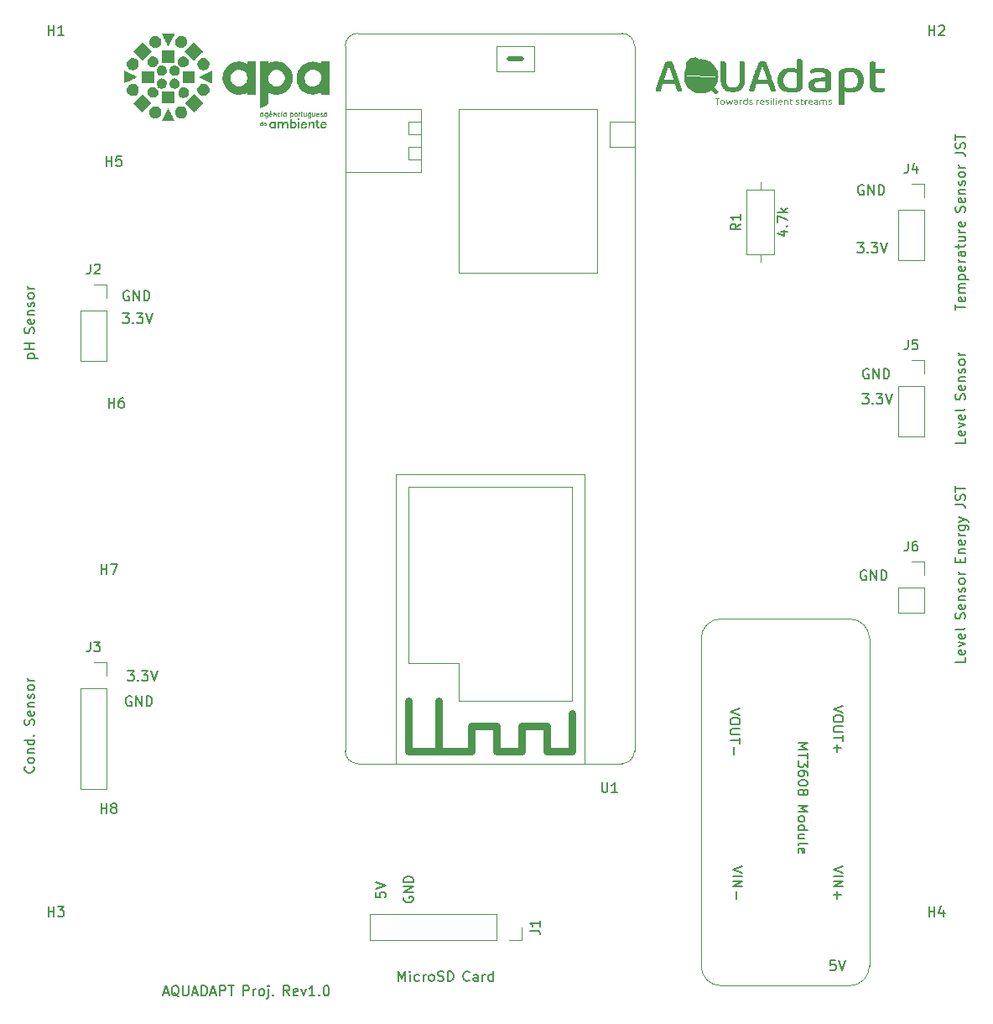
<source format=gbr>
%TF.GenerationSoftware,KiCad,Pcbnew,(7.0.0)*%
%TF.CreationDate,2023-04-20T14:35:36+01:00*%
%TF.ProjectId,Board V1.0,426f6172-6420-4563-912e-302e6b696361,rev?*%
%TF.SameCoordinates,Original*%
%TF.FileFunction,Legend,Top*%
%TF.FilePolarity,Positive*%
%FSLAX46Y46*%
G04 Gerber Fmt 4.6, Leading zero omitted, Abs format (unit mm)*
G04 Created by KiCad (PCBNEW (7.0.0)) date 2023-04-20 14:35:36*
%MOMM*%
%LPD*%
G01*
G04 APERTURE LIST*
%ADD10C,0.150000*%
%ADD11C,0.120000*%
%ADD12C,0.800000*%
%ADD13C,0.500000*%
G04 APERTURE END LIST*
D10*
X185562857Y-93524380D02*
X186181904Y-93524380D01*
X186181904Y-93524380D02*
X185848571Y-93905333D01*
X185848571Y-93905333D02*
X185991428Y-93905333D01*
X185991428Y-93905333D02*
X186086666Y-93952952D01*
X186086666Y-93952952D02*
X186134285Y-94000571D01*
X186134285Y-94000571D02*
X186181904Y-94095809D01*
X186181904Y-94095809D02*
X186181904Y-94333904D01*
X186181904Y-94333904D02*
X186134285Y-94429142D01*
X186134285Y-94429142D02*
X186086666Y-94476761D01*
X186086666Y-94476761D02*
X185991428Y-94524380D01*
X185991428Y-94524380D02*
X185705714Y-94524380D01*
X185705714Y-94524380D02*
X185610476Y-94476761D01*
X185610476Y-94476761D02*
X185562857Y-94429142D01*
X186610476Y-94429142D02*
X186658095Y-94476761D01*
X186658095Y-94476761D02*
X186610476Y-94524380D01*
X186610476Y-94524380D02*
X186562857Y-94476761D01*
X186562857Y-94476761D02*
X186610476Y-94429142D01*
X186610476Y-94429142D02*
X186610476Y-94524380D01*
X186991428Y-93524380D02*
X187610475Y-93524380D01*
X187610475Y-93524380D02*
X187277142Y-93905333D01*
X187277142Y-93905333D02*
X187419999Y-93905333D01*
X187419999Y-93905333D02*
X187515237Y-93952952D01*
X187515237Y-93952952D02*
X187562856Y-94000571D01*
X187562856Y-94000571D02*
X187610475Y-94095809D01*
X187610475Y-94095809D02*
X187610475Y-94333904D01*
X187610475Y-94333904D02*
X187562856Y-94429142D01*
X187562856Y-94429142D02*
X187515237Y-94476761D01*
X187515237Y-94476761D02*
X187419999Y-94524380D01*
X187419999Y-94524380D02*
X187134285Y-94524380D01*
X187134285Y-94524380D02*
X187039047Y-94476761D01*
X187039047Y-94476761D02*
X186991428Y-94429142D01*
X187896190Y-93524380D02*
X188229523Y-94524380D01*
X188229523Y-94524380D02*
X188562856Y-93524380D01*
X136450380Y-143811714D02*
X136450380Y-144287904D01*
X136450380Y-144287904D02*
X136926571Y-144335523D01*
X136926571Y-144335523D02*
X136878952Y-144287904D01*
X136878952Y-144287904D02*
X136831333Y-144192666D01*
X136831333Y-144192666D02*
X136831333Y-143954571D01*
X136831333Y-143954571D02*
X136878952Y-143859333D01*
X136878952Y-143859333D02*
X136926571Y-143811714D01*
X136926571Y-143811714D02*
X137021809Y-143764095D01*
X137021809Y-143764095D02*
X137259904Y-143764095D01*
X137259904Y-143764095D02*
X137355142Y-143811714D01*
X137355142Y-143811714D02*
X137402761Y-143859333D01*
X137402761Y-143859333D02*
X137450380Y-143954571D01*
X137450380Y-143954571D02*
X137450380Y-144192666D01*
X137450380Y-144192666D02*
X137402761Y-144287904D01*
X137402761Y-144287904D02*
X137355142Y-144335523D01*
X136450380Y-143478380D02*
X137450380Y-143145047D01*
X137450380Y-143145047D02*
X136450380Y-142811714D01*
X186181904Y-91032000D02*
X186086666Y-90984380D01*
X186086666Y-90984380D02*
X185943809Y-90984380D01*
X185943809Y-90984380D02*
X185800952Y-91032000D01*
X185800952Y-91032000D02*
X185705714Y-91127238D01*
X185705714Y-91127238D02*
X185658095Y-91222476D01*
X185658095Y-91222476D02*
X185610476Y-91412952D01*
X185610476Y-91412952D02*
X185610476Y-91555809D01*
X185610476Y-91555809D02*
X185658095Y-91746285D01*
X185658095Y-91746285D02*
X185705714Y-91841523D01*
X185705714Y-91841523D02*
X185800952Y-91936761D01*
X185800952Y-91936761D02*
X185943809Y-91984380D01*
X185943809Y-91984380D02*
X186039047Y-91984380D01*
X186039047Y-91984380D02*
X186181904Y-91936761D01*
X186181904Y-91936761D02*
X186229523Y-91889142D01*
X186229523Y-91889142D02*
X186229523Y-91555809D01*
X186229523Y-91555809D02*
X186039047Y-91555809D01*
X186658095Y-91984380D02*
X186658095Y-90984380D01*
X186658095Y-90984380D02*
X187229523Y-91984380D01*
X187229523Y-91984380D02*
X187229523Y-90984380D01*
X187705714Y-91984380D02*
X187705714Y-90984380D01*
X187705714Y-90984380D02*
X187943809Y-90984380D01*
X187943809Y-90984380D02*
X188086666Y-91032000D01*
X188086666Y-91032000D02*
X188181904Y-91127238D01*
X188181904Y-91127238D02*
X188229523Y-91222476D01*
X188229523Y-91222476D02*
X188277142Y-91412952D01*
X188277142Y-91412952D02*
X188277142Y-91555809D01*
X188277142Y-91555809D02*
X188229523Y-91746285D01*
X188229523Y-91746285D02*
X188181904Y-91841523D01*
X188181904Y-91841523D02*
X188086666Y-91936761D01*
X188086666Y-91936761D02*
X187943809Y-91984380D01*
X187943809Y-91984380D02*
X187705714Y-91984380D01*
X185054857Y-78284380D02*
X185673904Y-78284380D01*
X185673904Y-78284380D02*
X185340571Y-78665333D01*
X185340571Y-78665333D02*
X185483428Y-78665333D01*
X185483428Y-78665333D02*
X185578666Y-78712952D01*
X185578666Y-78712952D02*
X185626285Y-78760571D01*
X185626285Y-78760571D02*
X185673904Y-78855809D01*
X185673904Y-78855809D02*
X185673904Y-79093904D01*
X185673904Y-79093904D02*
X185626285Y-79189142D01*
X185626285Y-79189142D02*
X185578666Y-79236761D01*
X185578666Y-79236761D02*
X185483428Y-79284380D01*
X185483428Y-79284380D02*
X185197714Y-79284380D01*
X185197714Y-79284380D02*
X185102476Y-79236761D01*
X185102476Y-79236761D02*
X185054857Y-79189142D01*
X186102476Y-79189142D02*
X186150095Y-79236761D01*
X186150095Y-79236761D02*
X186102476Y-79284380D01*
X186102476Y-79284380D02*
X186054857Y-79236761D01*
X186054857Y-79236761D02*
X186102476Y-79189142D01*
X186102476Y-79189142D02*
X186102476Y-79284380D01*
X186483428Y-78284380D02*
X187102475Y-78284380D01*
X187102475Y-78284380D02*
X186769142Y-78665333D01*
X186769142Y-78665333D02*
X186911999Y-78665333D01*
X186911999Y-78665333D02*
X187007237Y-78712952D01*
X187007237Y-78712952D02*
X187054856Y-78760571D01*
X187054856Y-78760571D02*
X187102475Y-78855809D01*
X187102475Y-78855809D02*
X187102475Y-79093904D01*
X187102475Y-79093904D02*
X187054856Y-79189142D01*
X187054856Y-79189142D02*
X187007237Y-79236761D01*
X187007237Y-79236761D02*
X186911999Y-79284380D01*
X186911999Y-79284380D02*
X186626285Y-79284380D01*
X186626285Y-79284380D02*
X186531047Y-79236761D01*
X186531047Y-79236761D02*
X186483428Y-79189142D01*
X187388190Y-78284380D02*
X187721523Y-79284380D01*
X187721523Y-79284380D02*
X188054856Y-78284380D01*
X111394857Y-121464380D02*
X112013904Y-121464380D01*
X112013904Y-121464380D02*
X111680571Y-121845333D01*
X111680571Y-121845333D02*
X111823428Y-121845333D01*
X111823428Y-121845333D02*
X111918666Y-121892952D01*
X111918666Y-121892952D02*
X111966285Y-121940571D01*
X111966285Y-121940571D02*
X112013904Y-122035809D01*
X112013904Y-122035809D02*
X112013904Y-122273904D01*
X112013904Y-122273904D02*
X111966285Y-122369142D01*
X111966285Y-122369142D02*
X111918666Y-122416761D01*
X111918666Y-122416761D02*
X111823428Y-122464380D01*
X111823428Y-122464380D02*
X111537714Y-122464380D01*
X111537714Y-122464380D02*
X111442476Y-122416761D01*
X111442476Y-122416761D02*
X111394857Y-122369142D01*
X112442476Y-122369142D02*
X112490095Y-122416761D01*
X112490095Y-122416761D02*
X112442476Y-122464380D01*
X112442476Y-122464380D02*
X112394857Y-122416761D01*
X112394857Y-122416761D02*
X112442476Y-122369142D01*
X112442476Y-122369142D02*
X112442476Y-122464380D01*
X112823428Y-121464380D02*
X113442475Y-121464380D01*
X113442475Y-121464380D02*
X113109142Y-121845333D01*
X113109142Y-121845333D02*
X113251999Y-121845333D01*
X113251999Y-121845333D02*
X113347237Y-121892952D01*
X113347237Y-121892952D02*
X113394856Y-121940571D01*
X113394856Y-121940571D02*
X113442475Y-122035809D01*
X113442475Y-122035809D02*
X113442475Y-122273904D01*
X113442475Y-122273904D02*
X113394856Y-122369142D01*
X113394856Y-122369142D02*
X113347237Y-122416761D01*
X113347237Y-122416761D02*
X113251999Y-122464380D01*
X113251999Y-122464380D02*
X112966285Y-122464380D01*
X112966285Y-122464380D02*
X112871047Y-122416761D01*
X112871047Y-122416761D02*
X112823428Y-122369142D01*
X113728190Y-121464380D02*
X114061523Y-122464380D01*
X114061523Y-122464380D02*
X114394856Y-121464380D01*
X110886857Y-85396380D02*
X111505904Y-85396380D01*
X111505904Y-85396380D02*
X111172571Y-85777333D01*
X111172571Y-85777333D02*
X111315428Y-85777333D01*
X111315428Y-85777333D02*
X111410666Y-85824952D01*
X111410666Y-85824952D02*
X111458285Y-85872571D01*
X111458285Y-85872571D02*
X111505904Y-85967809D01*
X111505904Y-85967809D02*
X111505904Y-86205904D01*
X111505904Y-86205904D02*
X111458285Y-86301142D01*
X111458285Y-86301142D02*
X111410666Y-86348761D01*
X111410666Y-86348761D02*
X111315428Y-86396380D01*
X111315428Y-86396380D02*
X111029714Y-86396380D01*
X111029714Y-86396380D02*
X110934476Y-86348761D01*
X110934476Y-86348761D02*
X110886857Y-86301142D01*
X111934476Y-86301142D02*
X111982095Y-86348761D01*
X111982095Y-86348761D02*
X111934476Y-86396380D01*
X111934476Y-86396380D02*
X111886857Y-86348761D01*
X111886857Y-86348761D02*
X111934476Y-86301142D01*
X111934476Y-86301142D02*
X111934476Y-86396380D01*
X112315428Y-85396380D02*
X112934475Y-85396380D01*
X112934475Y-85396380D02*
X112601142Y-85777333D01*
X112601142Y-85777333D02*
X112743999Y-85777333D01*
X112743999Y-85777333D02*
X112839237Y-85824952D01*
X112839237Y-85824952D02*
X112886856Y-85872571D01*
X112886856Y-85872571D02*
X112934475Y-85967809D01*
X112934475Y-85967809D02*
X112934475Y-86205904D01*
X112934475Y-86205904D02*
X112886856Y-86301142D01*
X112886856Y-86301142D02*
X112839237Y-86348761D01*
X112839237Y-86348761D02*
X112743999Y-86396380D01*
X112743999Y-86396380D02*
X112458285Y-86396380D01*
X112458285Y-86396380D02*
X112363047Y-86348761D01*
X112363047Y-86348761D02*
X112315428Y-86301142D01*
X113220190Y-85396380D02*
X113553523Y-86396380D01*
X113553523Y-86396380D02*
X113886856Y-85396380D01*
X185673904Y-72490000D02*
X185578666Y-72442380D01*
X185578666Y-72442380D02*
X185435809Y-72442380D01*
X185435809Y-72442380D02*
X185292952Y-72490000D01*
X185292952Y-72490000D02*
X185197714Y-72585238D01*
X185197714Y-72585238D02*
X185150095Y-72680476D01*
X185150095Y-72680476D02*
X185102476Y-72870952D01*
X185102476Y-72870952D02*
X185102476Y-73013809D01*
X185102476Y-73013809D02*
X185150095Y-73204285D01*
X185150095Y-73204285D02*
X185197714Y-73299523D01*
X185197714Y-73299523D02*
X185292952Y-73394761D01*
X185292952Y-73394761D02*
X185435809Y-73442380D01*
X185435809Y-73442380D02*
X185531047Y-73442380D01*
X185531047Y-73442380D02*
X185673904Y-73394761D01*
X185673904Y-73394761D02*
X185721523Y-73347142D01*
X185721523Y-73347142D02*
X185721523Y-73013809D01*
X185721523Y-73013809D02*
X185531047Y-73013809D01*
X186150095Y-73442380D02*
X186150095Y-72442380D01*
X186150095Y-72442380D02*
X186721523Y-73442380D01*
X186721523Y-73442380D02*
X186721523Y-72442380D01*
X187197714Y-73442380D02*
X187197714Y-72442380D01*
X187197714Y-72442380D02*
X187435809Y-72442380D01*
X187435809Y-72442380D02*
X187578666Y-72490000D01*
X187578666Y-72490000D02*
X187673904Y-72585238D01*
X187673904Y-72585238D02*
X187721523Y-72680476D01*
X187721523Y-72680476D02*
X187769142Y-72870952D01*
X187769142Y-72870952D02*
X187769142Y-73013809D01*
X187769142Y-73013809D02*
X187721523Y-73204285D01*
X187721523Y-73204285D02*
X187673904Y-73299523D01*
X187673904Y-73299523D02*
X187578666Y-73394761D01*
X187578666Y-73394761D02*
X187435809Y-73442380D01*
X187435809Y-73442380D02*
X187197714Y-73442380D01*
X114998476Y-153928666D02*
X115474666Y-153928666D01*
X114903238Y-154214380D02*
X115236571Y-153214380D01*
X115236571Y-153214380D02*
X115569904Y-154214380D01*
X116569904Y-154309619D02*
X116474666Y-154262000D01*
X116474666Y-154262000D02*
X116379428Y-154166761D01*
X116379428Y-154166761D02*
X116236571Y-154023904D01*
X116236571Y-154023904D02*
X116141333Y-153976285D01*
X116141333Y-153976285D02*
X116046095Y-153976285D01*
X116093714Y-154214380D02*
X115998476Y-154166761D01*
X115998476Y-154166761D02*
X115903238Y-154071523D01*
X115903238Y-154071523D02*
X115855619Y-153881047D01*
X115855619Y-153881047D02*
X115855619Y-153547714D01*
X115855619Y-153547714D02*
X115903238Y-153357238D01*
X115903238Y-153357238D02*
X115998476Y-153262000D01*
X115998476Y-153262000D02*
X116093714Y-153214380D01*
X116093714Y-153214380D02*
X116284190Y-153214380D01*
X116284190Y-153214380D02*
X116379428Y-153262000D01*
X116379428Y-153262000D02*
X116474666Y-153357238D01*
X116474666Y-153357238D02*
X116522285Y-153547714D01*
X116522285Y-153547714D02*
X116522285Y-153881047D01*
X116522285Y-153881047D02*
X116474666Y-154071523D01*
X116474666Y-154071523D02*
X116379428Y-154166761D01*
X116379428Y-154166761D02*
X116284190Y-154214380D01*
X116284190Y-154214380D02*
X116093714Y-154214380D01*
X116950857Y-153214380D02*
X116950857Y-154023904D01*
X116950857Y-154023904D02*
X116998476Y-154119142D01*
X116998476Y-154119142D02*
X117046095Y-154166761D01*
X117046095Y-154166761D02*
X117141333Y-154214380D01*
X117141333Y-154214380D02*
X117331809Y-154214380D01*
X117331809Y-154214380D02*
X117427047Y-154166761D01*
X117427047Y-154166761D02*
X117474666Y-154119142D01*
X117474666Y-154119142D02*
X117522285Y-154023904D01*
X117522285Y-154023904D02*
X117522285Y-153214380D01*
X117950857Y-153928666D02*
X118427047Y-153928666D01*
X117855619Y-154214380D02*
X118188952Y-153214380D01*
X118188952Y-153214380D02*
X118522285Y-154214380D01*
X118855619Y-154214380D02*
X118855619Y-153214380D01*
X118855619Y-153214380D02*
X119093714Y-153214380D01*
X119093714Y-153214380D02*
X119236571Y-153262000D01*
X119236571Y-153262000D02*
X119331809Y-153357238D01*
X119331809Y-153357238D02*
X119379428Y-153452476D01*
X119379428Y-153452476D02*
X119427047Y-153642952D01*
X119427047Y-153642952D02*
X119427047Y-153785809D01*
X119427047Y-153785809D02*
X119379428Y-153976285D01*
X119379428Y-153976285D02*
X119331809Y-154071523D01*
X119331809Y-154071523D02*
X119236571Y-154166761D01*
X119236571Y-154166761D02*
X119093714Y-154214380D01*
X119093714Y-154214380D02*
X118855619Y-154214380D01*
X119808000Y-153928666D02*
X120284190Y-153928666D01*
X119712762Y-154214380D02*
X120046095Y-153214380D01*
X120046095Y-153214380D02*
X120379428Y-154214380D01*
X120712762Y-154214380D02*
X120712762Y-153214380D01*
X120712762Y-153214380D02*
X121093714Y-153214380D01*
X121093714Y-153214380D02*
X121188952Y-153262000D01*
X121188952Y-153262000D02*
X121236571Y-153309619D01*
X121236571Y-153309619D02*
X121284190Y-153404857D01*
X121284190Y-153404857D02*
X121284190Y-153547714D01*
X121284190Y-153547714D02*
X121236571Y-153642952D01*
X121236571Y-153642952D02*
X121188952Y-153690571D01*
X121188952Y-153690571D02*
X121093714Y-153738190D01*
X121093714Y-153738190D02*
X120712762Y-153738190D01*
X121569905Y-153214380D02*
X122141333Y-153214380D01*
X121855619Y-154214380D02*
X121855619Y-153214380D01*
X123074667Y-154214380D02*
X123074667Y-153214380D01*
X123074667Y-153214380D02*
X123455619Y-153214380D01*
X123455619Y-153214380D02*
X123550857Y-153262000D01*
X123550857Y-153262000D02*
X123598476Y-153309619D01*
X123598476Y-153309619D02*
X123646095Y-153404857D01*
X123646095Y-153404857D02*
X123646095Y-153547714D01*
X123646095Y-153547714D02*
X123598476Y-153642952D01*
X123598476Y-153642952D02*
X123550857Y-153690571D01*
X123550857Y-153690571D02*
X123455619Y-153738190D01*
X123455619Y-153738190D02*
X123074667Y-153738190D01*
X124074667Y-154214380D02*
X124074667Y-153547714D01*
X124074667Y-153738190D02*
X124122286Y-153642952D01*
X124122286Y-153642952D02*
X124169905Y-153595333D01*
X124169905Y-153595333D02*
X124265143Y-153547714D01*
X124265143Y-153547714D02*
X124360381Y-153547714D01*
X124836572Y-154214380D02*
X124741334Y-154166761D01*
X124741334Y-154166761D02*
X124693715Y-154119142D01*
X124693715Y-154119142D02*
X124646096Y-154023904D01*
X124646096Y-154023904D02*
X124646096Y-153738190D01*
X124646096Y-153738190D02*
X124693715Y-153642952D01*
X124693715Y-153642952D02*
X124741334Y-153595333D01*
X124741334Y-153595333D02*
X124836572Y-153547714D01*
X124836572Y-153547714D02*
X124979429Y-153547714D01*
X124979429Y-153547714D02*
X125074667Y-153595333D01*
X125074667Y-153595333D02*
X125122286Y-153642952D01*
X125122286Y-153642952D02*
X125169905Y-153738190D01*
X125169905Y-153738190D02*
X125169905Y-154023904D01*
X125169905Y-154023904D02*
X125122286Y-154119142D01*
X125122286Y-154119142D02*
X125074667Y-154166761D01*
X125074667Y-154166761D02*
X124979429Y-154214380D01*
X124979429Y-154214380D02*
X124836572Y-154214380D01*
X125598477Y-153547714D02*
X125598477Y-154404857D01*
X125598477Y-154404857D02*
X125550858Y-154500095D01*
X125550858Y-154500095D02*
X125455620Y-154547714D01*
X125455620Y-154547714D02*
X125408001Y-154547714D01*
X125598477Y-153214380D02*
X125550858Y-153262000D01*
X125550858Y-153262000D02*
X125598477Y-153309619D01*
X125598477Y-153309619D02*
X125646096Y-153262000D01*
X125646096Y-153262000D02*
X125598477Y-153214380D01*
X125598477Y-153214380D02*
X125598477Y-153309619D01*
X126074667Y-154119142D02*
X126122286Y-154166761D01*
X126122286Y-154166761D02*
X126074667Y-154214380D01*
X126074667Y-154214380D02*
X126027048Y-154166761D01*
X126027048Y-154166761D02*
X126074667Y-154119142D01*
X126074667Y-154119142D02*
X126074667Y-154214380D01*
X127722285Y-154214380D02*
X127388952Y-153738190D01*
X127150857Y-154214380D02*
X127150857Y-153214380D01*
X127150857Y-153214380D02*
X127531809Y-153214380D01*
X127531809Y-153214380D02*
X127627047Y-153262000D01*
X127627047Y-153262000D02*
X127674666Y-153309619D01*
X127674666Y-153309619D02*
X127722285Y-153404857D01*
X127722285Y-153404857D02*
X127722285Y-153547714D01*
X127722285Y-153547714D02*
X127674666Y-153642952D01*
X127674666Y-153642952D02*
X127627047Y-153690571D01*
X127627047Y-153690571D02*
X127531809Y-153738190D01*
X127531809Y-153738190D02*
X127150857Y-153738190D01*
X128531809Y-154166761D02*
X128436571Y-154214380D01*
X128436571Y-154214380D02*
X128246095Y-154214380D01*
X128246095Y-154214380D02*
X128150857Y-154166761D01*
X128150857Y-154166761D02*
X128103238Y-154071523D01*
X128103238Y-154071523D02*
X128103238Y-153690571D01*
X128103238Y-153690571D02*
X128150857Y-153595333D01*
X128150857Y-153595333D02*
X128246095Y-153547714D01*
X128246095Y-153547714D02*
X128436571Y-153547714D01*
X128436571Y-153547714D02*
X128531809Y-153595333D01*
X128531809Y-153595333D02*
X128579428Y-153690571D01*
X128579428Y-153690571D02*
X128579428Y-153785809D01*
X128579428Y-153785809D02*
X128103238Y-153881047D01*
X128912762Y-153547714D02*
X129150857Y-154214380D01*
X129150857Y-154214380D02*
X129388952Y-153547714D01*
X130293714Y-154214380D02*
X129722286Y-154214380D01*
X130008000Y-154214380D02*
X130008000Y-153214380D01*
X130008000Y-153214380D02*
X129912762Y-153357238D01*
X129912762Y-153357238D02*
X129817524Y-153452476D01*
X129817524Y-153452476D02*
X129722286Y-153500095D01*
X130722286Y-154119142D02*
X130769905Y-154166761D01*
X130769905Y-154166761D02*
X130722286Y-154214380D01*
X130722286Y-154214380D02*
X130674667Y-154166761D01*
X130674667Y-154166761D02*
X130722286Y-154119142D01*
X130722286Y-154119142D02*
X130722286Y-154214380D01*
X131388952Y-153214380D02*
X131484190Y-153214380D01*
X131484190Y-153214380D02*
X131579428Y-153262000D01*
X131579428Y-153262000D02*
X131627047Y-153309619D01*
X131627047Y-153309619D02*
X131674666Y-153404857D01*
X131674666Y-153404857D02*
X131722285Y-153595333D01*
X131722285Y-153595333D02*
X131722285Y-153833428D01*
X131722285Y-153833428D02*
X131674666Y-154023904D01*
X131674666Y-154023904D02*
X131627047Y-154119142D01*
X131627047Y-154119142D02*
X131579428Y-154166761D01*
X131579428Y-154166761D02*
X131484190Y-154214380D01*
X131484190Y-154214380D02*
X131388952Y-154214380D01*
X131388952Y-154214380D02*
X131293714Y-154166761D01*
X131293714Y-154166761D02*
X131246095Y-154119142D01*
X131246095Y-154119142D02*
X131198476Y-154023904D01*
X131198476Y-154023904D02*
X131150857Y-153833428D01*
X131150857Y-153833428D02*
X131150857Y-153595333D01*
X131150857Y-153595333D02*
X131198476Y-153404857D01*
X131198476Y-153404857D02*
X131246095Y-153309619D01*
X131246095Y-153309619D02*
X131293714Y-153262000D01*
X131293714Y-153262000D02*
X131388952Y-153214380D01*
X111505904Y-83158000D02*
X111410666Y-83110380D01*
X111410666Y-83110380D02*
X111267809Y-83110380D01*
X111267809Y-83110380D02*
X111124952Y-83158000D01*
X111124952Y-83158000D02*
X111029714Y-83253238D01*
X111029714Y-83253238D02*
X110982095Y-83348476D01*
X110982095Y-83348476D02*
X110934476Y-83538952D01*
X110934476Y-83538952D02*
X110934476Y-83681809D01*
X110934476Y-83681809D02*
X110982095Y-83872285D01*
X110982095Y-83872285D02*
X111029714Y-83967523D01*
X111029714Y-83967523D02*
X111124952Y-84062761D01*
X111124952Y-84062761D02*
X111267809Y-84110380D01*
X111267809Y-84110380D02*
X111363047Y-84110380D01*
X111363047Y-84110380D02*
X111505904Y-84062761D01*
X111505904Y-84062761D02*
X111553523Y-84015142D01*
X111553523Y-84015142D02*
X111553523Y-83681809D01*
X111553523Y-83681809D02*
X111363047Y-83681809D01*
X111982095Y-84110380D02*
X111982095Y-83110380D01*
X111982095Y-83110380D02*
X112553523Y-84110380D01*
X112553523Y-84110380D02*
X112553523Y-83110380D01*
X113029714Y-84110380D02*
X113029714Y-83110380D01*
X113029714Y-83110380D02*
X113267809Y-83110380D01*
X113267809Y-83110380D02*
X113410666Y-83158000D01*
X113410666Y-83158000D02*
X113505904Y-83253238D01*
X113505904Y-83253238D02*
X113553523Y-83348476D01*
X113553523Y-83348476D02*
X113601142Y-83538952D01*
X113601142Y-83538952D02*
X113601142Y-83681809D01*
X113601142Y-83681809D02*
X113553523Y-83872285D01*
X113553523Y-83872285D02*
X113505904Y-83967523D01*
X113505904Y-83967523D02*
X113410666Y-84062761D01*
X113410666Y-84062761D02*
X113267809Y-84110380D01*
X113267809Y-84110380D02*
X113029714Y-84110380D01*
X139292000Y-144272095D02*
X139244380Y-144367333D01*
X139244380Y-144367333D02*
X139244380Y-144510190D01*
X139244380Y-144510190D02*
X139292000Y-144653047D01*
X139292000Y-144653047D02*
X139387238Y-144748285D01*
X139387238Y-144748285D02*
X139482476Y-144795904D01*
X139482476Y-144795904D02*
X139672952Y-144843523D01*
X139672952Y-144843523D02*
X139815809Y-144843523D01*
X139815809Y-144843523D02*
X140006285Y-144795904D01*
X140006285Y-144795904D02*
X140101523Y-144748285D01*
X140101523Y-144748285D02*
X140196761Y-144653047D01*
X140196761Y-144653047D02*
X140244380Y-144510190D01*
X140244380Y-144510190D02*
X140244380Y-144414952D01*
X140244380Y-144414952D02*
X140196761Y-144272095D01*
X140196761Y-144272095D02*
X140149142Y-144224476D01*
X140149142Y-144224476D02*
X139815809Y-144224476D01*
X139815809Y-144224476D02*
X139815809Y-144414952D01*
X140244380Y-143795904D02*
X139244380Y-143795904D01*
X139244380Y-143795904D02*
X140244380Y-143224476D01*
X140244380Y-143224476D02*
X139244380Y-143224476D01*
X140244380Y-142748285D02*
X139244380Y-142748285D01*
X139244380Y-142748285D02*
X139244380Y-142510190D01*
X139244380Y-142510190D02*
X139292000Y-142367333D01*
X139292000Y-142367333D02*
X139387238Y-142272095D01*
X139387238Y-142272095D02*
X139482476Y-142224476D01*
X139482476Y-142224476D02*
X139672952Y-142176857D01*
X139672952Y-142176857D02*
X139815809Y-142176857D01*
X139815809Y-142176857D02*
X140006285Y-142224476D01*
X140006285Y-142224476D02*
X140101523Y-142272095D01*
X140101523Y-142272095D02*
X140196761Y-142367333D01*
X140196761Y-142367333D02*
X140244380Y-142510190D01*
X140244380Y-142510190D02*
X140244380Y-142748285D01*
X182832285Y-150674380D02*
X182356095Y-150674380D01*
X182356095Y-150674380D02*
X182308476Y-151150571D01*
X182308476Y-151150571D02*
X182356095Y-151102952D01*
X182356095Y-151102952D02*
X182451333Y-151055333D01*
X182451333Y-151055333D02*
X182689428Y-151055333D01*
X182689428Y-151055333D02*
X182784666Y-151102952D01*
X182784666Y-151102952D02*
X182832285Y-151150571D01*
X182832285Y-151150571D02*
X182879904Y-151245809D01*
X182879904Y-151245809D02*
X182879904Y-151483904D01*
X182879904Y-151483904D02*
X182832285Y-151579142D01*
X182832285Y-151579142D02*
X182784666Y-151626761D01*
X182784666Y-151626761D02*
X182689428Y-151674380D01*
X182689428Y-151674380D02*
X182451333Y-151674380D01*
X182451333Y-151674380D02*
X182356095Y-151626761D01*
X182356095Y-151626761D02*
X182308476Y-151579142D01*
X183165619Y-150674380D02*
X183498952Y-151674380D01*
X183498952Y-151674380D02*
X183832285Y-150674380D01*
X185927904Y-111352000D02*
X185832666Y-111304380D01*
X185832666Y-111304380D02*
X185689809Y-111304380D01*
X185689809Y-111304380D02*
X185546952Y-111352000D01*
X185546952Y-111352000D02*
X185451714Y-111447238D01*
X185451714Y-111447238D02*
X185404095Y-111542476D01*
X185404095Y-111542476D02*
X185356476Y-111732952D01*
X185356476Y-111732952D02*
X185356476Y-111875809D01*
X185356476Y-111875809D02*
X185404095Y-112066285D01*
X185404095Y-112066285D02*
X185451714Y-112161523D01*
X185451714Y-112161523D02*
X185546952Y-112256761D01*
X185546952Y-112256761D02*
X185689809Y-112304380D01*
X185689809Y-112304380D02*
X185785047Y-112304380D01*
X185785047Y-112304380D02*
X185927904Y-112256761D01*
X185927904Y-112256761D02*
X185975523Y-112209142D01*
X185975523Y-112209142D02*
X185975523Y-111875809D01*
X185975523Y-111875809D02*
X185785047Y-111875809D01*
X186404095Y-112304380D02*
X186404095Y-111304380D01*
X186404095Y-111304380D02*
X186975523Y-112304380D01*
X186975523Y-112304380D02*
X186975523Y-111304380D01*
X187451714Y-112304380D02*
X187451714Y-111304380D01*
X187451714Y-111304380D02*
X187689809Y-111304380D01*
X187689809Y-111304380D02*
X187832666Y-111352000D01*
X187832666Y-111352000D02*
X187927904Y-111447238D01*
X187927904Y-111447238D02*
X187975523Y-111542476D01*
X187975523Y-111542476D02*
X188023142Y-111732952D01*
X188023142Y-111732952D02*
X188023142Y-111875809D01*
X188023142Y-111875809D02*
X187975523Y-112066285D01*
X187975523Y-112066285D02*
X187927904Y-112161523D01*
X187927904Y-112161523D02*
X187832666Y-112256761D01*
X187832666Y-112256761D02*
X187689809Y-112304380D01*
X187689809Y-112304380D02*
X187451714Y-112304380D01*
X111759904Y-124052000D02*
X111664666Y-124004380D01*
X111664666Y-124004380D02*
X111521809Y-124004380D01*
X111521809Y-124004380D02*
X111378952Y-124052000D01*
X111378952Y-124052000D02*
X111283714Y-124147238D01*
X111283714Y-124147238D02*
X111236095Y-124242476D01*
X111236095Y-124242476D02*
X111188476Y-124432952D01*
X111188476Y-124432952D02*
X111188476Y-124575809D01*
X111188476Y-124575809D02*
X111236095Y-124766285D01*
X111236095Y-124766285D02*
X111283714Y-124861523D01*
X111283714Y-124861523D02*
X111378952Y-124956761D01*
X111378952Y-124956761D02*
X111521809Y-125004380D01*
X111521809Y-125004380D02*
X111617047Y-125004380D01*
X111617047Y-125004380D02*
X111759904Y-124956761D01*
X111759904Y-124956761D02*
X111807523Y-124909142D01*
X111807523Y-124909142D02*
X111807523Y-124575809D01*
X111807523Y-124575809D02*
X111617047Y-124575809D01*
X112236095Y-125004380D02*
X112236095Y-124004380D01*
X112236095Y-124004380D02*
X112807523Y-125004380D01*
X112807523Y-125004380D02*
X112807523Y-124004380D01*
X113283714Y-125004380D02*
X113283714Y-124004380D01*
X113283714Y-124004380D02*
X113521809Y-124004380D01*
X113521809Y-124004380D02*
X113664666Y-124052000D01*
X113664666Y-124052000D02*
X113759904Y-124147238D01*
X113759904Y-124147238D02*
X113807523Y-124242476D01*
X113807523Y-124242476D02*
X113855142Y-124432952D01*
X113855142Y-124432952D02*
X113855142Y-124575809D01*
X113855142Y-124575809D02*
X113807523Y-124766285D01*
X113807523Y-124766285D02*
X113759904Y-124861523D01*
X113759904Y-124861523D02*
X113664666Y-124956761D01*
X113664666Y-124956761D02*
X113521809Y-125004380D01*
X113521809Y-125004380D02*
X113283714Y-125004380D01*
%TO.C,H6*%
X109474095Y-94919380D02*
X109474095Y-93919380D01*
X109474095Y-94395571D02*
X110045523Y-94395571D01*
X110045523Y-94919380D02*
X110045523Y-93919380D01*
X110950285Y-93919380D02*
X110759809Y-93919380D01*
X110759809Y-93919380D02*
X110664571Y-93967000D01*
X110664571Y-93967000D02*
X110616952Y-94014619D01*
X110616952Y-94014619D02*
X110521714Y-94157476D01*
X110521714Y-94157476D02*
X110474095Y-94347952D01*
X110474095Y-94347952D02*
X110474095Y-94728904D01*
X110474095Y-94728904D02*
X110521714Y-94824142D01*
X110521714Y-94824142D02*
X110569333Y-94871761D01*
X110569333Y-94871761D02*
X110664571Y-94919380D01*
X110664571Y-94919380D02*
X110855047Y-94919380D01*
X110855047Y-94919380D02*
X110950285Y-94871761D01*
X110950285Y-94871761D02*
X110997904Y-94824142D01*
X110997904Y-94824142D02*
X111045523Y-94728904D01*
X111045523Y-94728904D02*
X111045523Y-94490809D01*
X111045523Y-94490809D02*
X110997904Y-94395571D01*
X110997904Y-94395571D02*
X110950285Y-94347952D01*
X110950285Y-94347952D02*
X110855047Y-94300333D01*
X110855047Y-94300333D02*
X110664571Y-94300333D01*
X110664571Y-94300333D02*
X110569333Y-94347952D01*
X110569333Y-94347952D02*
X110521714Y-94395571D01*
X110521714Y-94395571D02*
X110474095Y-94490809D01*
%TO.C,H1*%
X103378095Y-57327380D02*
X103378095Y-56327380D01*
X103378095Y-56803571D02*
X103949523Y-56803571D01*
X103949523Y-57327380D02*
X103949523Y-56327380D01*
X104949523Y-57327380D02*
X104378095Y-57327380D01*
X104663809Y-57327380D02*
X104663809Y-56327380D01*
X104663809Y-56327380D02*
X104568571Y-56470238D01*
X104568571Y-56470238D02*
X104473333Y-56565476D01*
X104473333Y-56565476D02*
X104378095Y-56613095D01*
%TO.C,H2*%
X192278095Y-57327380D02*
X192278095Y-56327380D01*
X192278095Y-56803571D02*
X192849523Y-56803571D01*
X192849523Y-57327380D02*
X192849523Y-56327380D01*
X193278095Y-56422619D02*
X193325714Y-56375000D01*
X193325714Y-56375000D02*
X193420952Y-56327380D01*
X193420952Y-56327380D02*
X193659047Y-56327380D01*
X193659047Y-56327380D02*
X193754285Y-56375000D01*
X193754285Y-56375000D02*
X193801904Y-56422619D01*
X193801904Y-56422619D02*
X193849523Y-56517857D01*
X193849523Y-56517857D02*
X193849523Y-56613095D01*
X193849523Y-56613095D02*
X193801904Y-56755952D01*
X193801904Y-56755952D02*
X193230476Y-57327380D01*
X193230476Y-57327380D02*
X193849523Y-57327380D01*
%TO.C,U1*%
X159258095Y-132717380D02*
X159258095Y-133526904D01*
X159258095Y-133526904D02*
X159305714Y-133622142D01*
X159305714Y-133622142D02*
X159353333Y-133669761D01*
X159353333Y-133669761D02*
X159448571Y-133717380D01*
X159448571Y-133717380D02*
X159639047Y-133717380D01*
X159639047Y-133717380D02*
X159734285Y-133669761D01*
X159734285Y-133669761D02*
X159781904Y-133622142D01*
X159781904Y-133622142D02*
X159829523Y-133526904D01*
X159829523Y-133526904D02*
X159829523Y-132717380D01*
X160829523Y-133717380D02*
X160258095Y-133717380D01*
X160543809Y-133717380D02*
X160543809Y-132717380D01*
X160543809Y-132717380D02*
X160448571Y-132860238D01*
X160448571Y-132860238D02*
X160353333Y-132955476D01*
X160353333Y-132955476D02*
X160258095Y-133003095D01*
%TO.C,J4*%
X190166666Y-70257380D02*
X190166666Y-70971666D01*
X190166666Y-70971666D02*
X190119047Y-71114523D01*
X190119047Y-71114523D02*
X190023809Y-71209761D01*
X190023809Y-71209761D02*
X189880952Y-71257380D01*
X189880952Y-71257380D02*
X189785714Y-71257380D01*
X191071428Y-70590714D02*
X191071428Y-71257380D01*
X190833333Y-70209761D02*
X190595238Y-70924047D01*
X190595238Y-70924047D02*
X191214285Y-70924047D01*
X194947380Y-85061905D02*
X194947380Y-84490477D01*
X195947380Y-84776191D02*
X194947380Y-84776191D01*
X195899761Y-83776191D02*
X195947380Y-83871429D01*
X195947380Y-83871429D02*
X195947380Y-84061905D01*
X195947380Y-84061905D02*
X195899761Y-84157143D01*
X195899761Y-84157143D02*
X195804523Y-84204762D01*
X195804523Y-84204762D02*
X195423571Y-84204762D01*
X195423571Y-84204762D02*
X195328333Y-84157143D01*
X195328333Y-84157143D02*
X195280714Y-84061905D01*
X195280714Y-84061905D02*
X195280714Y-83871429D01*
X195280714Y-83871429D02*
X195328333Y-83776191D01*
X195328333Y-83776191D02*
X195423571Y-83728572D01*
X195423571Y-83728572D02*
X195518809Y-83728572D01*
X195518809Y-83728572D02*
X195614047Y-84204762D01*
X195947380Y-83300000D02*
X195280714Y-83300000D01*
X195375952Y-83300000D02*
X195328333Y-83252381D01*
X195328333Y-83252381D02*
X195280714Y-83157143D01*
X195280714Y-83157143D02*
X195280714Y-83014286D01*
X195280714Y-83014286D02*
X195328333Y-82919048D01*
X195328333Y-82919048D02*
X195423571Y-82871429D01*
X195423571Y-82871429D02*
X195947380Y-82871429D01*
X195423571Y-82871429D02*
X195328333Y-82823810D01*
X195328333Y-82823810D02*
X195280714Y-82728572D01*
X195280714Y-82728572D02*
X195280714Y-82585715D01*
X195280714Y-82585715D02*
X195328333Y-82490476D01*
X195328333Y-82490476D02*
X195423571Y-82442857D01*
X195423571Y-82442857D02*
X195947380Y-82442857D01*
X195280714Y-81966667D02*
X196280714Y-81966667D01*
X195328333Y-81966667D02*
X195280714Y-81871429D01*
X195280714Y-81871429D02*
X195280714Y-81680953D01*
X195280714Y-81680953D02*
X195328333Y-81585715D01*
X195328333Y-81585715D02*
X195375952Y-81538096D01*
X195375952Y-81538096D02*
X195471190Y-81490477D01*
X195471190Y-81490477D02*
X195756904Y-81490477D01*
X195756904Y-81490477D02*
X195852142Y-81538096D01*
X195852142Y-81538096D02*
X195899761Y-81585715D01*
X195899761Y-81585715D02*
X195947380Y-81680953D01*
X195947380Y-81680953D02*
X195947380Y-81871429D01*
X195947380Y-81871429D02*
X195899761Y-81966667D01*
X195899761Y-80680953D02*
X195947380Y-80776191D01*
X195947380Y-80776191D02*
X195947380Y-80966667D01*
X195947380Y-80966667D02*
X195899761Y-81061905D01*
X195899761Y-81061905D02*
X195804523Y-81109524D01*
X195804523Y-81109524D02*
X195423571Y-81109524D01*
X195423571Y-81109524D02*
X195328333Y-81061905D01*
X195328333Y-81061905D02*
X195280714Y-80966667D01*
X195280714Y-80966667D02*
X195280714Y-80776191D01*
X195280714Y-80776191D02*
X195328333Y-80680953D01*
X195328333Y-80680953D02*
X195423571Y-80633334D01*
X195423571Y-80633334D02*
X195518809Y-80633334D01*
X195518809Y-80633334D02*
X195614047Y-81109524D01*
X195947380Y-80204762D02*
X195280714Y-80204762D01*
X195471190Y-80204762D02*
X195375952Y-80157143D01*
X195375952Y-80157143D02*
X195328333Y-80109524D01*
X195328333Y-80109524D02*
X195280714Y-80014286D01*
X195280714Y-80014286D02*
X195280714Y-79919048D01*
X195947380Y-79157143D02*
X195423571Y-79157143D01*
X195423571Y-79157143D02*
X195328333Y-79204762D01*
X195328333Y-79204762D02*
X195280714Y-79300000D01*
X195280714Y-79300000D02*
X195280714Y-79490476D01*
X195280714Y-79490476D02*
X195328333Y-79585714D01*
X195899761Y-79157143D02*
X195947380Y-79252381D01*
X195947380Y-79252381D02*
X195947380Y-79490476D01*
X195947380Y-79490476D02*
X195899761Y-79585714D01*
X195899761Y-79585714D02*
X195804523Y-79633333D01*
X195804523Y-79633333D02*
X195709285Y-79633333D01*
X195709285Y-79633333D02*
X195614047Y-79585714D01*
X195614047Y-79585714D02*
X195566428Y-79490476D01*
X195566428Y-79490476D02*
X195566428Y-79252381D01*
X195566428Y-79252381D02*
X195518809Y-79157143D01*
X195280714Y-78823809D02*
X195280714Y-78442857D01*
X194947380Y-78680952D02*
X195804523Y-78680952D01*
X195804523Y-78680952D02*
X195899761Y-78633333D01*
X195899761Y-78633333D02*
X195947380Y-78538095D01*
X195947380Y-78538095D02*
X195947380Y-78442857D01*
X195280714Y-77680952D02*
X195947380Y-77680952D01*
X195280714Y-78109523D02*
X195804523Y-78109523D01*
X195804523Y-78109523D02*
X195899761Y-78061904D01*
X195899761Y-78061904D02*
X195947380Y-77966666D01*
X195947380Y-77966666D02*
X195947380Y-77823809D01*
X195947380Y-77823809D02*
X195899761Y-77728571D01*
X195899761Y-77728571D02*
X195852142Y-77680952D01*
X195947380Y-77204761D02*
X195280714Y-77204761D01*
X195471190Y-77204761D02*
X195375952Y-77157142D01*
X195375952Y-77157142D02*
X195328333Y-77109523D01*
X195328333Y-77109523D02*
X195280714Y-77014285D01*
X195280714Y-77014285D02*
X195280714Y-76919047D01*
X195899761Y-76204761D02*
X195947380Y-76299999D01*
X195947380Y-76299999D02*
X195947380Y-76490475D01*
X195947380Y-76490475D02*
X195899761Y-76585713D01*
X195899761Y-76585713D02*
X195804523Y-76633332D01*
X195804523Y-76633332D02*
X195423571Y-76633332D01*
X195423571Y-76633332D02*
X195328333Y-76585713D01*
X195328333Y-76585713D02*
X195280714Y-76490475D01*
X195280714Y-76490475D02*
X195280714Y-76299999D01*
X195280714Y-76299999D02*
X195328333Y-76204761D01*
X195328333Y-76204761D02*
X195423571Y-76157142D01*
X195423571Y-76157142D02*
X195518809Y-76157142D01*
X195518809Y-76157142D02*
X195614047Y-76633332D01*
X195899761Y-75176189D02*
X195947380Y-75033332D01*
X195947380Y-75033332D02*
X195947380Y-74795237D01*
X195947380Y-74795237D02*
X195899761Y-74699999D01*
X195899761Y-74699999D02*
X195852142Y-74652380D01*
X195852142Y-74652380D02*
X195756904Y-74604761D01*
X195756904Y-74604761D02*
X195661666Y-74604761D01*
X195661666Y-74604761D02*
X195566428Y-74652380D01*
X195566428Y-74652380D02*
X195518809Y-74699999D01*
X195518809Y-74699999D02*
X195471190Y-74795237D01*
X195471190Y-74795237D02*
X195423571Y-74985713D01*
X195423571Y-74985713D02*
X195375952Y-75080951D01*
X195375952Y-75080951D02*
X195328333Y-75128570D01*
X195328333Y-75128570D02*
X195233095Y-75176189D01*
X195233095Y-75176189D02*
X195137857Y-75176189D01*
X195137857Y-75176189D02*
X195042619Y-75128570D01*
X195042619Y-75128570D02*
X194995000Y-75080951D01*
X194995000Y-75080951D02*
X194947380Y-74985713D01*
X194947380Y-74985713D02*
X194947380Y-74747618D01*
X194947380Y-74747618D02*
X194995000Y-74604761D01*
X195899761Y-73795237D02*
X195947380Y-73890475D01*
X195947380Y-73890475D02*
X195947380Y-74080951D01*
X195947380Y-74080951D02*
X195899761Y-74176189D01*
X195899761Y-74176189D02*
X195804523Y-74223808D01*
X195804523Y-74223808D02*
X195423571Y-74223808D01*
X195423571Y-74223808D02*
X195328333Y-74176189D01*
X195328333Y-74176189D02*
X195280714Y-74080951D01*
X195280714Y-74080951D02*
X195280714Y-73890475D01*
X195280714Y-73890475D02*
X195328333Y-73795237D01*
X195328333Y-73795237D02*
X195423571Y-73747618D01*
X195423571Y-73747618D02*
X195518809Y-73747618D01*
X195518809Y-73747618D02*
X195614047Y-74223808D01*
X195280714Y-73319046D02*
X195947380Y-73319046D01*
X195375952Y-73319046D02*
X195328333Y-73271427D01*
X195328333Y-73271427D02*
X195280714Y-73176189D01*
X195280714Y-73176189D02*
X195280714Y-73033332D01*
X195280714Y-73033332D02*
X195328333Y-72938094D01*
X195328333Y-72938094D02*
X195423571Y-72890475D01*
X195423571Y-72890475D02*
X195947380Y-72890475D01*
X195899761Y-72461903D02*
X195947380Y-72366665D01*
X195947380Y-72366665D02*
X195947380Y-72176189D01*
X195947380Y-72176189D02*
X195899761Y-72080951D01*
X195899761Y-72080951D02*
X195804523Y-72033332D01*
X195804523Y-72033332D02*
X195756904Y-72033332D01*
X195756904Y-72033332D02*
X195661666Y-72080951D01*
X195661666Y-72080951D02*
X195614047Y-72176189D01*
X195614047Y-72176189D02*
X195614047Y-72319046D01*
X195614047Y-72319046D02*
X195566428Y-72414284D01*
X195566428Y-72414284D02*
X195471190Y-72461903D01*
X195471190Y-72461903D02*
X195423571Y-72461903D01*
X195423571Y-72461903D02*
X195328333Y-72414284D01*
X195328333Y-72414284D02*
X195280714Y-72319046D01*
X195280714Y-72319046D02*
X195280714Y-72176189D01*
X195280714Y-72176189D02*
X195328333Y-72080951D01*
X195947380Y-71461903D02*
X195899761Y-71557141D01*
X195899761Y-71557141D02*
X195852142Y-71604760D01*
X195852142Y-71604760D02*
X195756904Y-71652379D01*
X195756904Y-71652379D02*
X195471190Y-71652379D01*
X195471190Y-71652379D02*
X195375952Y-71604760D01*
X195375952Y-71604760D02*
X195328333Y-71557141D01*
X195328333Y-71557141D02*
X195280714Y-71461903D01*
X195280714Y-71461903D02*
X195280714Y-71319046D01*
X195280714Y-71319046D02*
X195328333Y-71223808D01*
X195328333Y-71223808D02*
X195375952Y-71176189D01*
X195375952Y-71176189D02*
X195471190Y-71128570D01*
X195471190Y-71128570D02*
X195756904Y-71128570D01*
X195756904Y-71128570D02*
X195852142Y-71176189D01*
X195852142Y-71176189D02*
X195899761Y-71223808D01*
X195899761Y-71223808D02*
X195947380Y-71319046D01*
X195947380Y-71319046D02*
X195947380Y-71461903D01*
X195947380Y-70699998D02*
X195280714Y-70699998D01*
X195471190Y-70699998D02*
X195375952Y-70652379D01*
X195375952Y-70652379D02*
X195328333Y-70604760D01*
X195328333Y-70604760D02*
X195280714Y-70509522D01*
X195280714Y-70509522D02*
X195280714Y-70414284D01*
X194947380Y-69195236D02*
X195661666Y-69195236D01*
X195661666Y-69195236D02*
X195804523Y-69242855D01*
X195804523Y-69242855D02*
X195899761Y-69338093D01*
X195899761Y-69338093D02*
X195947380Y-69480950D01*
X195947380Y-69480950D02*
X195947380Y-69576188D01*
X195899761Y-68766664D02*
X195947380Y-68623807D01*
X195947380Y-68623807D02*
X195947380Y-68385712D01*
X195947380Y-68385712D02*
X195899761Y-68290474D01*
X195899761Y-68290474D02*
X195852142Y-68242855D01*
X195852142Y-68242855D02*
X195756904Y-68195236D01*
X195756904Y-68195236D02*
X195661666Y-68195236D01*
X195661666Y-68195236D02*
X195566428Y-68242855D01*
X195566428Y-68242855D02*
X195518809Y-68290474D01*
X195518809Y-68290474D02*
X195471190Y-68385712D01*
X195471190Y-68385712D02*
X195423571Y-68576188D01*
X195423571Y-68576188D02*
X195375952Y-68671426D01*
X195375952Y-68671426D02*
X195328333Y-68719045D01*
X195328333Y-68719045D02*
X195233095Y-68766664D01*
X195233095Y-68766664D02*
X195137857Y-68766664D01*
X195137857Y-68766664D02*
X195042619Y-68719045D01*
X195042619Y-68719045D02*
X194995000Y-68671426D01*
X194995000Y-68671426D02*
X194947380Y-68576188D01*
X194947380Y-68576188D02*
X194947380Y-68338093D01*
X194947380Y-68338093D02*
X194995000Y-68195236D01*
X194947380Y-67909521D02*
X194947380Y-67338093D01*
X195947380Y-67623807D02*
X194947380Y-67623807D01*
%TO.C,R1*%
X173257380Y-76366666D02*
X172781190Y-76699999D01*
X173257380Y-76938094D02*
X172257380Y-76938094D01*
X172257380Y-76938094D02*
X172257380Y-76557142D01*
X172257380Y-76557142D02*
X172305000Y-76461904D01*
X172305000Y-76461904D02*
X172352619Y-76414285D01*
X172352619Y-76414285D02*
X172447857Y-76366666D01*
X172447857Y-76366666D02*
X172590714Y-76366666D01*
X172590714Y-76366666D02*
X172685952Y-76414285D01*
X172685952Y-76414285D02*
X172733571Y-76461904D01*
X172733571Y-76461904D02*
X172781190Y-76557142D01*
X172781190Y-76557142D02*
X172781190Y-76938094D01*
X173257380Y-75414285D02*
X173257380Y-75985713D01*
X173257380Y-75699999D02*
X172257380Y-75699999D01*
X172257380Y-75699999D02*
X172400238Y-75795237D01*
X172400238Y-75795237D02*
X172495476Y-75890475D01*
X172495476Y-75890475D02*
X172543095Y-75985713D01*
X177330714Y-77128571D02*
X177997380Y-77128571D01*
X176949761Y-77366666D02*
X177664047Y-77604761D01*
X177664047Y-77604761D02*
X177664047Y-76985714D01*
X177902142Y-76604761D02*
X177949761Y-76557142D01*
X177949761Y-76557142D02*
X177997380Y-76604761D01*
X177997380Y-76604761D02*
X177949761Y-76652380D01*
X177949761Y-76652380D02*
X177902142Y-76604761D01*
X177902142Y-76604761D02*
X177997380Y-76604761D01*
X176997380Y-76223809D02*
X176997380Y-75557143D01*
X176997380Y-75557143D02*
X177997380Y-75985714D01*
X177997380Y-75176190D02*
X176997380Y-75176190D01*
X177616428Y-75080952D02*
X177997380Y-74795238D01*
X177330714Y-74795238D02*
X177711666Y-75176190D01*
%TO.C,J1*%
X151997380Y-147653333D02*
X152711666Y-147653333D01*
X152711666Y-147653333D02*
X152854523Y-147700952D01*
X152854523Y-147700952D02*
X152949761Y-147796190D01*
X152949761Y-147796190D02*
X152997380Y-147939047D01*
X152997380Y-147939047D02*
X152997380Y-148034285D01*
X152997380Y-146653333D02*
X152997380Y-147224761D01*
X152997380Y-146939047D02*
X151997380Y-146939047D01*
X151997380Y-146939047D02*
X152140238Y-147034285D01*
X152140238Y-147034285D02*
X152235476Y-147129523D01*
X152235476Y-147129523D02*
X152283095Y-147224761D01*
X138757619Y-152767380D02*
X138757619Y-151767380D01*
X138757619Y-151767380D02*
X139090952Y-152481666D01*
X139090952Y-152481666D02*
X139424285Y-151767380D01*
X139424285Y-151767380D02*
X139424285Y-152767380D01*
X139900476Y-152767380D02*
X139900476Y-152100714D01*
X139900476Y-151767380D02*
X139852857Y-151815000D01*
X139852857Y-151815000D02*
X139900476Y-151862619D01*
X139900476Y-151862619D02*
X139948095Y-151815000D01*
X139948095Y-151815000D02*
X139900476Y-151767380D01*
X139900476Y-151767380D02*
X139900476Y-151862619D01*
X140805237Y-152719761D02*
X140709999Y-152767380D01*
X140709999Y-152767380D02*
X140519523Y-152767380D01*
X140519523Y-152767380D02*
X140424285Y-152719761D01*
X140424285Y-152719761D02*
X140376666Y-152672142D01*
X140376666Y-152672142D02*
X140329047Y-152576904D01*
X140329047Y-152576904D02*
X140329047Y-152291190D01*
X140329047Y-152291190D02*
X140376666Y-152195952D01*
X140376666Y-152195952D02*
X140424285Y-152148333D01*
X140424285Y-152148333D02*
X140519523Y-152100714D01*
X140519523Y-152100714D02*
X140709999Y-152100714D01*
X140709999Y-152100714D02*
X140805237Y-152148333D01*
X141233809Y-152767380D02*
X141233809Y-152100714D01*
X141233809Y-152291190D02*
X141281428Y-152195952D01*
X141281428Y-152195952D02*
X141329047Y-152148333D01*
X141329047Y-152148333D02*
X141424285Y-152100714D01*
X141424285Y-152100714D02*
X141519523Y-152100714D01*
X141995714Y-152767380D02*
X141900476Y-152719761D01*
X141900476Y-152719761D02*
X141852857Y-152672142D01*
X141852857Y-152672142D02*
X141805238Y-152576904D01*
X141805238Y-152576904D02*
X141805238Y-152291190D01*
X141805238Y-152291190D02*
X141852857Y-152195952D01*
X141852857Y-152195952D02*
X141900476Y-152148333D01*
X141900476Y-152148333D02*
X141995714Y-152100714D01*
X141995714Y-152100714D02*
X142138571Y-152100714D01*
X142138571Y-152100714D02*
X142233809Y-152148333D01*
X142233809Y-152148333D02*
X142281428Y-152195952D01*
X142281428Y-152195952D02*
X142329047Y-152291190D01*
X142329047Y-152291190D02*
X142329047Y-152576904D01*
X142329047Y-152576904D02*
X142281428Y-152672142D01*
X142281428Y-152672142D02*
X142233809Y-152719761D01*
X142233809Y-152719761D02*
X142138571Y-152767380D01*
X142138571Y-152767380D02*
X141995714Y-152767380D01*
X142710000Y-152719761D02*
X142852857Y-152767380D01*
X142852857Y-152767380D02*
X143090952Y-152767380D01*
X143090952Y-152767380D02*
X143186190Y-152719761D01*
X143186190Y-152719761D02*
X143233809Y-152672142D01*
X143233809Y-152672142D02*
X143281428Y-152576904D01*
X143281428Y-152576904D02*
X143281428Y-152481666D01*
X143281428Y-152481666D02*
X143233809Y-152386428D01*
X143233809Y-152386428D02*
X143186190Y-152338809D01*
X143186190Y-152338809D02*
X143090952Y-152291190D01*
X143090952Y-152291190D02*
X142900476Y-152243571D01*
X142900476Y-152243571D02*
X142805238Y-152195952D01*
X142805238Y-152195952D02*
X142757619Y-152148333D01*
X142757619Y-152148333D02*
X142710000Y-152053095D01*
X142710000Y-152053095D02*
X142710000Y-151957857D01*
X142710000Y-151957857D02*
X142757619Y-151862619D01*
X142757619Y-151862619D02*
X142805238Y-151815000D01*
X142805238Y-151815000D02*
X142900476Y-151767380D01*
X142900476Y-151767380D02*
X143138571Y-151767380D01*
X143138571Y-151767380D02*
X143281428Y-151815000D01*
X143710000Y-152767380D02*
X143710000Y-151767380D01*
X143710000Y-151767380D02*
X143948095Y-151767380D01*
X143948095Y-151767380D02*
X144090952Y-151815000D01*
X144090952Y-151815000D02*
X144186190Y-151910238D01*
X144186190Y-151910238D02*
X144233809Y-152005476D01*
X144233809Y-152005476D02*
X144281428Y-152195952D01*
X144281428Y-152195952D02*
X144281428Y-152338809D01*
X144281428Y-152338809D02*
X144233809Y-152529285D01*
X144233809Y-152529285D02*
X144186190Y-152624523D01*
X144186190Y-152624523D02*
X144090952Y-152719761D01*
X144090952Y-152719761D02*
X143948095Y-152767380D01*
X143948095Y-152767380D02*
X143710000Y-152767380D01*
X145881428Y-152672142D02*
X145833809Y-152719761D01*
X145833809Y-152719761D02*
X145690952Y-152767380D01*
X145690952Y-152767380D02*
X145595714Y-152767380D01*
X145595714Y-152767380D02*
X145452857Y-152719761D01*
X145452857Y-152719761D02*
X145357619Y-152624523D01*
X145357619Y-152624523D02*
X145310000Y-152529285D01*
X145310000Y-152529285D02*
X145262381Y-152338809D01*
X145262381Y-152338809D02*
X145262381Y-152195952D01*
X145262381Y-152195952D02*
X145310000Y-152005476D01*
X145310000Y-152005476D02*
X145357619Y-151910238D01*
X145357619Y-151910238D02*
X145452857Y-151815000D01*
X145452857Y-151815000D02*
X145595714Y-151767380D01*
X145595714Y-151767380D02*
X145690952Y-151767380D01*
X145690952Y-151767380D02*
X145833809Y-151815000D01*
X145833809Y-151815000D02*
X145881428Y-151862619D01*
X146738571Y-152767380D02*
X146738571Y-152243571D01*
X146738571Y-152243571D02*
X146690952Y-152148333D01*
X146690952Y-152148333D02*
X146595714Y-152100714D01*
X146595714Y-152100714D02*
X146405238Y-152100714D01*
X146405238Y-152100714D02*
X146310000Y-152148333D01*
X146738571Y-152719761D02*
X146643333Y-152767380D01*
X146643333Y-152767380D02*
X146405238Y-152767380D01*
X146405238Y-152767380D02*
X146310000Y-152719761D01*
X146310000Y-152719761D02*
X146262381Y-152624523D01*
X146262381Y-152624523D02*
X146262381Y-152529285D01*
X146262381Y-152529285D02*
X146310000Y-152434047D01*
X146310000Y-152434047D02*
X146405238Y-152386428D01*
X146405238Y-152386428D02*
X146643333Y-152386428D01*
X146643333Y-152386428D02*
X146738571Y-152338809D01*
X147214762Y-152767380D02*
X147214762Y-152100714D01*
X147214762Y-152291190D02*
X147262381Y-152195952D01*
X147262381Y-152195952D02*
X147310000Y-152148333D01*
X147310000Y-152148333D02*
X147405238Y-152100714D01*
X147405238Y-152100714D02*
X147500476Y-152100714D01*
X148262381Y-152767380D02*
X148262381Y-151767380D01*
X148262381Y-152719761D02*
X148167143Y-152767380D01*
X148167143Y-152767380D02*
X147976667Y-152767380D01*
X147976667Y-152767380D02*
X147881429Y-152719761D01*
X147881429Y-152719761D02*
X147833810Y-152672142D01*
X147833810Y-152672142D02*
X147786191Y-152576904D01*
X147786191Y-152576904D02*
X147786191Y-152291190D01*
X147786191Y-152291190D02*
X147833810Y-152195952D01*
X147833810Y-152195952D02*
X147881429Y-152148333D01*
X147881429Y-152148333D02*
X147976667Y-152100714D01*
X147976667Y-152100714D02*
X148167143Y-152100714D01*
X148167143Y-152100714D02*
X148262381Y-152148333D01*
%TO.C,J6*%
X190166666Y-108357380D02*
X190166666Y-109071666D01*
X190166666Y-109071666D02*
X190119047Y-109214523D01*
X190119047Y-109214523D02*
X190023809Y-109309761D01*
X190023809Y-109309761D02*
X189880952Y-109357380D01*
X189880952Y-109357380D02*
X189785714Y-109357380D01*
X191071428Y-108357380D02*
X190880952Y-108357380D01*
X190880952Y-108357380D02*
X190785714Y-108405000D01*
X190785714Y-108405000D02*
X190738095Y-108452619D01*
X190738095Y-108452619D02*
X190642857Y-108595476D01*
X190642857Y-108595476D02*
X190595238Y-108785952D01*
X190595238Y-108785952D02*
X190595238Y-109166904D01*
X190595238Y-109166904D02*
X190642857Y-109262142D01*
X190642857Y-109262142D02*
X190690476Y-109309761D01*
X190690476Y-109309761D02*
X190785714Y-109357380D01*
X190785714Y-109357380D02*
X190976190Y-109357380D01*
X190976190Y-109357380D02*
X191071428Y-109309761D01*
X191071428Y-109309761D02*
X191119047Y-109262142D01*
X191119047Y-109262142D02*
X191166666Y-109166904D01*
X191166666Y-109166904D02*
X191166666Y-108928809D01*
X191166666Y-108928809D02*
X191119047Y-108833571D01*
X191119047Y-108833571D02*
X191071428Y-108785952D01*
X191071428Y-108785952D02*
X190976190Y-108738333D01*
X190976190Y-108738333D02*
X190785714Y-108738333D01*
X190785714Y-108738333D02*
X190690476Y-108785952D01*
X190690476Y-108785952D02*
X190642857Y-108833571D01*
X190642857Y-108833571D02*
X190595238Y-108928809D01*
X195947380Y-120088573D02*
X195947380Y-120564763D01*
X195947380Y-120564763D02*
X194947380Y-120564763D01*
X195899761Y-119374287D02*
X195947380Y-119469525D01*
X195947380Y-119469525D02*
X195947380Y-119660001D01*
X195947380Y-119660001D02*
X195899761Y-119755239D01*
X195899761Y-119755239D02*
X195804523Y-119802858D01*
X195804523Y-119802858D02*
X195423571Y-119802858D01*
X195423571Y-119802858D02*
X195328333Y-119755239D01*
X195328333Y-119755239D02*
X195280714Y-119660001D01*
X195280714Y-119660001D02*
X195280714Y-119469525D01*
X195280714Y-119469525D02*
X195328333Y-119374287D01*
X195328333Y-119374287D02*
X195423571Y-119326668D01*
X195423571Y-119326668D02*
X195518809Y-119326668D01*
X195518809Y-119326668D02*
X195614047Y-119802858D01*
X195280714Y-118993334D02*
X195947380Y-118755239D01*
X195947380Y-118755239D02*
X195280714Y-118517144D01*
X195899761Y-117755239D02*
X195947380Y-117850477D01*
X195947380Y-117850477D02*
X195947380Y-118040953D01*
X195947380Y-118040953D02*
X195899761Y-118136191D01*
X195899761Y-118136191D02*
X195804523Y-118183810D01*
X195804523Y-118183810D02*
X195423571Y-118183810D01*
X195423571Y-118183810D02*
X195328333Y-118136191D01*
X195328333Y-118136191D02*
X195280714Y-118040953D01*
X195280714Y-118040953D02*
X195280714Y-117850477D01*
X195280714Y-117850477D02*
X195328333Y-117755239D01*
X195328333Y-117755239D02*
X195423571Y-117707620D01*
X195423571Y-117707620D02*
X195518809Y-117707620D01*
X195518809Y-117707620D02*
X195614047Y-118183810D01*
X195947380Y-117136191D02*
X195899761Y-117231429D01*
X195899761Y-117231429D02*
X195804523Y-117279048D01*
X195804523Y-117279048D02*
X194947380Y-117279048D01*
X195899761Y-116202857D02*
X195947380Y-116060000D01*
X195947380Y-116060000D02*
X195947380Y-115821905D01*
X195947380Y-115821905D02*
X195899761Y-115726667D01*
X195899761Y-115726667D02*
X195852142Y-115679048D01*
X195852142Y-115679048D02*
X195756904Y-115631429D01*
X195756904Y-115631429D02*
X195661666Y-115631429D01*
X195661666Y-115631429D02*
X195566428Y-115679048D01*
X195566428Y-115679048D02*
X195518809Y-115726667D01*
X195518809Y-115726667D02*
X195471190Y-115821905D01*
X195471190Y-115821905D02*
X195423571Y-116012381D01*
X195423571Y-116012381D02*
X195375952Y-116107619D01*
X195375952Y-116107619D02*
X195328333Y-116155238D01*
X195328333Y-116155238D02*
X195233095Y-116202857D01*
X195233095Y-116202857D02*
X195137857Y-116202857D01*
X195137857Y-116202857D02*
X195042619Y-116155238D01*
X195042619Y-116155238D02*
X194995000Y-116107619D01*
X194995000Y-116107619D02*
X194947380Y-116012381D01*
X194947380Y-116012381D02*
X194947380Y-115774286D01*
X194947380Y-115774286D02*
X194995000Y-115631429D01*
X195899761Y-114821905D02*
X195947380Y-114917143D01*
X195947380Y-114917143D02*
X195947380Y-115107619D01*
X195947380Y-115107619D02*
X195899761Y-115202857D01*
X195899761Y-115202857D02*
X195804523Y-115250476D01*
X195804523Y-115250476D02*
X195423571Y-115250476D01*
X195423571Y-115250476D02*
X195328333Y-115202857D01*
X195328333Y-115202857D02*
X195280714Y-115107619D01*
X195280714Y-115107619D02*
X195280714Y-114917143D01*
X195280714Y-114917143D02*
X195328333Y-114821905D01*
X195328333Y-114821905D02*
X195423571Y-114774286D01*
X195423571Y-114774286D02*
X195518809Y-114774286D01*
X195518809Y-114774286D02*
X195614047Y-115250476D01*
X195280714Y-114345714D02*
X195947380Y-114345714D01*
X195375952Y-114345714D02*
X195328333Y-114298095D01*
X195328333Y-114298095D02*
X195280714Y-114202857D01*
X195280714Y-114202857D02*
X195280714Y-114060000D01*
X195280714Y-114060000D02*
X195328333Y-113964762D01*
X195328333Y-113964762D02*
X195423571Y-113917143D01*
X195423571Y-113917143D02*
X195947380Y-113917143D01*
X195899761Y-113488571D02*
X195947380Y-113393333D01*
X195947380Y-113393333D02*
X195947380Y-113202857D01*
X195947380Y-113202857D02*
X195899761Y-113107619D01*
X195899761Y-113107619D02*
X195804523Y-113060000D01*
X195804523Y-113060000D02*
X195756904Y-113060000D01*
X195756904Y-113060000D02*
X195661666Y-113107619D01*
X195661666Y-113107619D02*
X195614047Y-113202857D01*
X195614047Y-113202857D02*
X195614047Y-113345714D01*
X195614047Y-113345714D02*
X195566428Y-113440952D01*
X195566428Y-113440952D02*
X195471190Y-113488571D01*
X195471190Y-113488571D02*
X195423571Y-113488571D01*
X195423571Y-113488571D02*
X195328333Y-113440952D01*
X195328333Y-113440952D02*
X195280714Y-113345714D01*
X195280714Y-113345714D02*
X195280714Y-113202857D01*
X195280714Y-113202857D02*
X195328333Y-113107619D01*
X195947380Y-112488571D02*
X195899761Y-112583809D01*
X195899761Y-112583809D02*
X195852142Y-112631428D01*
X195852142Y-112631428D02*
X195756904Y-112679047D01*
X195756904Y-112679047D02*
X195471190Y-112679047D01*
X195471190Y-112679047D02*
X195375952Y-112631428D01*
X195375952Y-112631428D02*
X195328333Y-112583809D01*
X195328333Y-112583809D02*
X195280714Y-112488571D01*
X195280714Y-112488571D02*
X195280714Y-112345714D01*
X195280714Y-112345714D02*
X195328333Y-112250476D01*
X195328333Y-112250476D02*
X195375952Y-112202857D01*
X195375952Y-112202857D02*
X195471190Y-112155238D01*
X195471190Y-112155238D02*
X195756904Y-112155238D01*
X195756904Y-112155238D02*
X195852142Y-112202857D01*
X195852142Y-112202857D02*
X195899761Y-112250476D01*
X195899761Y-112250476D02*
X195947380Y-112345714D01*
X195947380Y-112345714D02*
X195947380Y-112488571D01*
X195947380Y-111726666D02*
X195280714Y-111726666D01*
X195471190Y-111726666D02*
X195375952Y-111679047D01*
X195375952Y-111679047D02*
X195328333Y-111631428D01*
X195328333Y-111631428D02*
X195280714Y-111536190D01*
X195280714Y-111536190D02*
X195280714Y-111440952D01*
X195423571Y-110507618D02*
X195423571Y-110174285D01*
X195947380Y-110031428D02*
X195947380Y-110507618D01*
X195947380Y-110507618D02*
X194947380Y-110507618D01*
X194947380Y-110507618D02*
X194947380Y-110031428D01*
X195280714Y-109602856D02*
X195947380Y-109602856D01*
X195375952Y-109602856D02*
X195328333Y-109555237D01*
X195328333Y-109555237D02*
X195280714Y-109459999D01*
X195280714Y-109459999D02*
X195280714Y-109317142D01*
X195280714Y-109317142D02*
X195328333Y-109221904D01*
X195328333Y-109221904D02*
X195423571Y-109174285D01*
X195423571Y-109174285D02*
X195947380Y-109174285D01*
X195899761Y-108317142D02*
X195947380Y-108412380D01*
X195947380Y-108412380D02*
X195947380Y-108602856D01*
X195947380Y-108602856D02*
X195899761Y-108698094D01*
X195899761Y-108698094D02*
X195804523Y-108745713D01*
X195804523Y-108745713D02*
X195423571Y-108745713D01*
X195423571Y-108745713D02*
X195328333Y-108698094D01*
X195328333Y-108698094D02*
X195280714Y-108602856D01*
X195280714Y-108602856D02*
X195280714Y-108412380D01*
X195280714Y-108412380D02*
X195328333Y-108317142D01*
X195328333Y-108317142D02*
X195423571Y-108269523D01*
X195423571Y-108269523D02*
X195518809Y-108269523D01*
X195518809Y-108269523D02*
X195614047Y-108745713D01*
X195947380Y-107840951D02*
X195280714Y-107840951D01*
X195471190Y-107840951D02*
X195375952Y-107793332D01*
X195375952Y-107793332D02*
X195328333Y-107745713D01*
X195328333Y-107745713D02*
X195280714Y-107650475D01*
X195280714Y-107650475D02*
X195280714Y-107555237D01*
X195280714Y-106793332D02*
X196090238Y-106793332D01*
X196090238Y-106793332D02*
X196185476Y-106840951D01*
X196185476Y-106840951D02*
X196233095Y-106888570D01*
X196233095Y-106888570D02*
X196280714Y-106983808D01*
X196280714Y-106983808D02*
X196280714Y-107126665D01*
X196280714Y-107126665D02*
X196233095Y-107221903D01*
X195899761Y-106793332D02*
X195947380Y-106888570D01*
X195947380Y-106888570D02*
X195947380Y-107079046D01*
X195947380Y-107079046D02*
X195899761Y-107174284D01*
X195899761Y-107174284D02*
X195852142Y-107221903D01*
X195852142Y-107221903D02*
X195756904Y-107269522D01*
X195756904Y-107269522D02*
X195471190Y-107269522D01*
X195471190Y-107269522D02*
X195375952Y-107221903D01*
X195375952Y-107221903D02*
X195328333Y-107174284D01*
X195328333Y-107174284D02*
X195280714Y-107079046D01*
X195280714Y-107079046D02*
X195280714Y-106888570D01*
X195280714Y-106888570D02*
X195328333Y-106793332D01*
X195280714Y-106412379D02*
X195947380Y-106174284D01*
X195280714Y-105936189D02*
X195947380Y-106174284D01*
X195947380Y-106174284D02*
X196185476Y-106269522D01*
X196185476Y-106269522D02*
X196233095Y-106317141D01*
X196233095Y-106317141D02*
X196280714Y-106412379D01*
X194947380Y-104669522D02*
X195661666Y-104669522D01*
X195661666Y-104669522D02*
X195804523Y-104717141D01*
X195804523Y-104717141D02*
X195899761Y-104812379D01*
X195899761Y-104812379D02*
X195947380Y-104955236D01*
X195947380Y-104955236D02*
X195947380Y-105050474D01*
X195899761Y-104240950D02*
X195947380Y-104098093D01*
X195947380Y-104098093D02*
X195947380Y-103859998D01*
X195947380Y-103859998D02*
X195899761Y-103764760D01*
X195899761Y-103764760D02*
X195852142Y-103717141D01*
X195852142Y-103717141D02*
X195756904Y-103669522D01*
X195756904Y-103669522D02*
X195661666Y-103669522D01*
X195661666Y-103669522D02*
X195566428Y-103717141D01*
X195566428Y-103717141D02*
X195518809Y-103764760D01*
X195518809Y-103764760D02*
X195471190Y-103859998D01*
X195471190Y-103859998D02*
X195423571Y-104050474D01*
X195423571Y-104050474D02*
X195375952Y-104145712D01*
X195375952Y-104145712D02*
X195328333Y-104193331D01*
X195328333Y-104193331D02*
X195233095Y-104240950D01*
X195233095Y-104240950D02*
X195137857Y-104240950D01*
X195137857Y-104240950D02*
X195042619Y-104193331D01*
X195042619Y-104193331D02*
X194995000Y-104145712D01*
X194995000Y-104145712D02*
X194947380Y-104050474D01*
X194947380Y-104050474D02*
X194947380Y-103812379D01*
X194947380Y-103812379D02*
X194995000Y-103669522D01*
X194947380Y-103383807D02*
X194947380Y-102812379D01*
X195947380Y-103098093D02*
X194947380Y-103098093D01*
%TO.C,H7*%
X108712095Y-111683380D02*
X108712095Y-110683380D01*
X108712095Y-111159571D02*
X109283523Y-111159571D01*
X109283523Y-111683380D02*
X109283523Y-110683380D01*
X109664476Y-110683380D02*
X110331142Y-110683380D01*
X110331142Y-110683380D02*
X109902571Y-111683380D01*
%TO.C,H8*%
X108712095Y-135813380D02*
X108712095Y-134813380D01*
X108712095Y-135289571D02*
X109283523Y-135289571D01*
X109283523Y-135813380D02*
X109283523Y-134813380D01*
X109902571Y-135241952D02*
X109807333Y-135194333D01*
X109807333Y-135194333D02*
X109759714Y-135146714D01*
X109759714Y-135146714D02*
X109712095Y-135051476D01*
X109712095Y-135051476D02*
X109712095Y-135003857D01*
X109712095Y-135003857D02*
X109759714Y-134908619D01*
X109759714Y-134908619D02*
X109807333Y-134861000D01*
X109807333Y-134861000D02*
X109902571Y-134813380D01*
X109902571Y-134813380D02*
X110093047Y-134813380D01*
X110093047Y-134813380D02*
X110188285Y-134861000D01*
X110188285Y-134861000D02*
X110235904Y-134908619D01*
X110235904Y-134908619D02*
X110283523Y-135003857D01*
X110283523Y-135003857D02*
X110283523Y-135051476D01*
X110283523Y-135051476D02*
X110235904Y-135146714D01*
X110235904Y-135146714D02*
X110188285Y-135194333D01*
X110188285Y-135194333D02*
X110093047Y-135241952D01*
X110093047Y-135241952D02*
X109902571Y-135241952D01*
X109902571Y-135241952D02*
X109807333Y-135289571D01*
X109807333Y-135289571D02*
X109759714Y-135337190D01*
X109759714Y-135337190D02*
X109712095Y-135432428D01*
X109712095Y-135432428D02*
X109712095Y-135622904D01*
X109712095Y-135622904D02*
X109759714Y-135718142D01*
X109759714Y-135718142D02*
X109807333Y-135765761D01*
X109807333Y-135765761D02*
X109902571Y-135813380D01*
X109902571Y-135813380D02*
X110093047Y-135813380D01*
X110093047Y-135813380D02*
X110188285Y-135765761D01*
X110188285Y-135765761D02*
X110235904Y-135718142D01*
X110235904Y-135718142D02*
X110283523Y-135622904D01*
X110283523Y-135622904D02*
X110283523Y-135432428D01*
X110283523Y-135432428D02*
X110235904Y-135337190D01*
X110235904Y-135337190D02*
X110188285Y-135289571D01*
X110188285Y-135289571D02*
X110093047Y-135241952D01*
%TO.C,H4*%
X192278095Y-146227380D02*
X192278095Y-145227380D01*
X192278095Y-145703571D02*
X192849523Y-145703571D01*
X192849523Y-146227380D02*
X192849523Y-145227380D01*
X193754285Y-145560714D02*
X193754285Y-146227380D01*
X193516190Y-145179761D02*
X193278095Y-145894047D01*
X193278095Y-145894047D02*
X193897142Y-145894047D01*
%TO.C,J5*%
X190166666Y-88037380D02*
X190166666Y-88751666D01*
X190166666Y-88751666D02*
X190119047Y-88894523D01*
X190119047Y-88894523D02*
X190023809Y-88989761D01*
X190023809Y-88989761D02*
X189880952Y-89037380D01*
X189880952Y-89037380D02*
X189785714Y-89037380D01*
X191119047Y-88037380D02*
X190642857Y-88037380D01*
X190642857Y-88037380D02*
X190595238Y-88513571D01*
X190595238Y-88513571D02*
X190642857Y-88465952D01*
X190642857Y-88465952D02*
X190738095Y-88418333D01*
X190738095Y-88418333D02*
X190976190Y-88418333D01*
X190976190Y-88418333D02*
X191071428Y-88465952D01*
X191071428Y-88465952D02*
X191119047Y-88513571D01*
X191119047Y-88513571D02*
X191166666Y-88608809D01*
X191166666Y-88608809D02*
X191166666Y-88846904D01*
X191166666Y-88846904D02*
X191119047Y-88942142D01*
X191119047Y-88942142D02*
X191071428Y-88989761D01*
X191071428Y-88989761D02*
X190976190Y-89037380D01*
X190976190Y-89037380D02*
X190738095Y-89037380D01*
X190738095Y-89037380D02*
X190642857Y-88989761D01*
X190642857Y-88989761D02*
X190595238Y-88942142D01*
X195947380Y-97994286D02*
X195947380Y-98470476D01*
X195947380Y-98470476D02*
X194947380Y-98470476D01*
X195899761Y-97280000D02*
X195947380Y-97375238D01*
X195947380Y-97375238D02*
X195947380Y-97565714D01*
X195947380Y-97565714D02*
X195899761Y-97660952D01*
X195899761Y-97660952D02*
X195804523Y-97708571D01*
X195804523Y-97708571D02*
X195423571Y-97708571D01*
X195423571Y-97708571D02*
X195328333Y-97660952D01*
X195328333Y-97660952D02*
X195280714Y-97565714D01*
X195280714Y-97565714D02*
X195280714Y-97375238D01*
X195280714Y-97375238D02*
X195328333Y-97280000D01*
X195328333Y-97280000D02*
X195423571Y-97232381D01*
X195423571Y-97232381D02*
X195518809Y-97232381D01*
X195518809Y-97232381D02*
X195614047Y-97708571D01*
X195280714Y-96899047D02*
X195947380Y-96660952D01*
X195947380Y-96660952D02*
X195280714Y-96422857D01*
X195899761Y-95660952D02*
X195947380Y-95756190D01*
X195947380Y-95756190D02*
X195947380Y-95946666D01*
X195947380Y-95946666D02*
X195899761Y-96041904D01*
X195899761Y-96041904D02*
X195804523Y-96089523D01*
X195804523Y-96089523D02*
X195423571Y-96089523D01*
X195423571Y-96089523D02*
X195328333Y-96041904D01*
X195328333Y-96041904D02*
X195280714Y-95946666D01*
X195280714Y-95946666D02*
X195280714Y-95756190D01*
X195280714Y-95756190D02*
X195328333Y-95660952D01*
X195328333Y-95660952D02*
X195423571Y-95613333D01*
X195423571Y-95613333D02*
X195518809Y-95613333D01*
X195518809Y-95613333D02*
X195614047Y-96089523D01*
X195947380Y-95041904D02*
X195899761Y-95137142D01*
X195899761Y-95137142D02*
X195804523Y-95184761D01*
X195804523Y-95184761D02*
X194947380Y-95184761D01*
X195899761Y-94108570D02*
X195947380Y-93965713D01*
X195947380Y-93965713D02*
X195947380Y-93727618D01*
X195947380Y-93727618D02*
X195899761Y-93632380D01*
X195899761Y-93632380D02*
X195852142Y-93584761D01*
X195852142Y-93584761D02*
X195756904Y-93537142D01*
X195756904Y-93537142D02*
X195661666Y-93537142D01*
X195661666Y-93537142D02*
X195566428Y-93584761D01*
X195566428Y-93584761D02*
X195518809Y-93632380D01*
X195518809Y-93632380D02*
X195471190Y-93727618D01*
X195471190Y-93727618D02*
X195423571Y-93918094D01*
X195423571Y-93918094D02*
X195375952Y-94013332D01*
X195375952Y-94013332D02*
X195328333Y-94060951D01*
X195328333Y-94060951D02*
X195233095Y-94108570D01*
X195233095Y-94108570D02*
X195137857Y-94108570D01*
X195137857Y-94108570D02*
X195042619Y-94060951D01*
X195042619Y-94060951D02*
X194995000Y-94013332D01*
X194995000Y-94013332D02*
X194947380Y-93918094D01*
X194947380Y-93918094D02*
X194947380Y-93679999D01*
X194947380Y-93679999D02*
X194995000Y-93537142D01*
X195899761Y-92727618D02*
X195947380Y-92822856D01*
X195947380Y-92822856D02*
X195947380Y-93013332D01*
X195947380Y-93013332D02*
X195899761Y-93108570D01*
X195899761Y-93108570D02*
X195804523Y-93156189D01*
X195804523Y-93156189D02*
X195423571Y-93156189D01*
X195423571Y-93156189D02*
X195328333Y-93108570D01*
X195328333Y-93108570D02*
X195280714Y-93013332D01*
X195280714Y-93013332D02*
X195280714Y-92822856D01*
X195280714Y-92822856D02*
X195328333Y-92727618D01*
X195328333Y-92727618D02*
X195423571Y-92679999D01*
X195423571Y-92679999D02*
X195518809Y-92679999D01*
X195518809Y-92679999D02*
X195614047Y-93156189D01*
X195280714Y-92251427D02*
X195947380Y-92251427D01*
X195375952Y-92251427D02*
X195328333Y-92203808D01*
X195328333Y-92203808D02*
X195280714Y-92108570D01*
X195280714Y-92108570D02*
X195280714Y-91965713D01*
X195280714Y-91965713D02*
X195328333Y-91870475D01*
X195328333Y-91870475D02*
X195423571Y-91822856D01*
X195423571Y-91822856D02*
X195947380Y-91822856D01*
X195899761Y-91394284D02*
X195947380Y-91299046D01*
X195947380Y-91299046D02*
X195947380Y-91108570D01*
X195947380Y-91108570D02*
X195899761Y-91013332D01*
X195899761Y-91013332D02*
X195804523Y-90965713D01*
X195804523Y-90965713D02*
X195756904Y-90965713D01*
X195756904Y-90965713D02*
X195661666Y-91013332D01*
X195661666Y-91013332D02*
X195614047Y-91108570D01*
X195614047Y-91108570D02*
X195614047Y-91251427D01*
X195614047Y-91251427D02*
X195566428Y-91346665D01*
X195566428Y-91346665D02*
X195471190Y-91394284D01*
X195471190Y-91394284D02*
X195423571Y-91394284D01*
X195423571Y-91394284D02*
X195328333Y-91346665D01*
X195328333Y-91346665D02*
X195280714Y-91251427D01*
X195280714Y-91251427D02*
X195280714Y-91108570D01*
X195280714Y-91108570D02*
X195328333Y-91013332D01*
X195947380Y-90394284D02*
X195899761Y-90489522D01*
X195899761Y-90489522D02*
X195852142Y-90537141D01*
X195852142Y-90537141D02*
X195756904Y-90584760D01*
X195756904Y-90584760D02*
X195471190Y-90584760D01*
X195471190Y-90584760D02*
X195375952Y-90537141D01*
X195375952Y-90537141D02*
X195328333Y-90489522D01*
X195328333Y-90489522D02*
X195280714Y-90394284D01*
X195280714Y-90394284D02*
X195280714Y-90251427D01*
X195280714Y-90251427D02*
X195328333Y-90156189D01*
X195328333Y-90156189D02*
X195375952Y-90108570D01*
X195375952Y-90108570D02*
X195471190Y-90060951D01*
X195471190Y-90060951D02*
X195756904Y-90060951D01*
X195756904Y-90060951D02*
X195852142Y-90108570D01*
X195852142Y-90108570D02*
X195899761Y-90156189D01*
X195899761Y-90156189D02*
X195947380Y-90251427D01*
X195947380Y-90251427D02*
X195947380Y-90394284D01*
X195947380Y-89632379D02*
X195280714Y-89632379D01*
X195471190Y-89632379D02*
X195375952Y-89584760D01*
X195375952Y-89584760D02*
X195328333Y-89537141D01*
X195328333Y-89537141D02*
X195280714Y-89441903D01*
X195280714Y-89441903D02*
X195280714Y-89346665D01*
%TO.C,H3*%
X103378095Y-146227380D02*
X103378095Y-145227380D01*
X103378095Y-145703571D02*
X103949523Y-145703571D01*
X103949523Y-146227380D02*
X103949523Y-145227380D01*
X104330476Y-145227380D02*
X104949523Y-145227380D01*
X104949523Y-145227380D02*
X104616190Y-145608333D01*
X104616190Y-145608333D02*
X104759047Y-145608333D01*
X104759047Y-145608333D02*
X104854285Y-145655952D01*
X104854285Y-145655952D02*
X104901904Y-145703571D01*
X104901904Y-145703571D02*
X104949523Y-145798809D01*
X104949523Y-145798809D02*
X104949523Y-146036904D01*
X104949523Y-146036904D02*
X104901904Y-146132142D01*
X104901904Y-146132142D02*
X104854285Y-146179761D01*
X104854285Y-146179761D02*
X104759047Y-146227380D01*
X104759047Y-146227380D02*
X104473333Y-146227380D01*
X104473333Y-146227380D02*
X104378095Y-146179761D01*
X104378095Y-146179761D02*
X104330476Y-146132142D01*
%TO.C,J2*%
X107616666Y-80417380D02*
X107616666Y-81131666D01*
X107616666Y-81131666D02*
X107569047Y-81274523D01*
X107569047Y-81274523D02*
X107473809Y-81369761D01*
X107473809Y-81369761D02*
X107330952Y-81417380D01*
X107330952Y-81417380D02*
X107235714Y-81417380D01*
X108045238Y-80512619D02*
X108092857Y-80465000D01*
X108092857Y-80465000D02*
X108188095Y-80417380D01*
X108188095Y-80417380D02*
X108426190Y-80417380D01*
X108426190Y-80417380D02*
X108521428Y-80465000D01*
X108521428Y-80465000D02*
X108569047Y-80512619D01*
X108569047Y-80512619D02*
X108616666Y-80607857D01*
X108616666Y-80607857D02*
X108616666Y-80703095D01*
X108616666Y-80703095D02*
X108569047Y-80845952D01*
X108569047Y-80845952D02*
X107997619Y-81417380D01*
X107997619Y-81417380D02*
X108616666Y-81417380D01*
X101300714Y-89921904D02*
X102300714Y-89921904D01*
X101348333Y-89921904D02*
X101300714Y-89826666D01*
X101300714Y-89826666D02*
X101300714Y-89636190D01*
X101300714Y-89636190D02*
X101348333Y-89540952D01*
X101348333Y-89540952D02*
X101395952Y-89493333D01*
X101395952Y-89493333D02*
X101491190Y-89445714D01*
X101491190Y-89445714D02*
X101776904Y-89445714D01*
X101776904Y-89445714D02*
X101872142Y-89493333D01*
X101872142Y-89493333D02*
X101919761Y-89540952D01*
X101919761Y-89540952D02*
X101967380Y-89636190D01*
X101967380Y-89636190D02*
X101967380Y-89826666D01*
X101967380Y-89826666D02*
X101919761Y-89921904D01*
X101967380Y-89017142D02*
X100967380Y-89017142D01*
X101443571Y-89017142D02*
X101443571Y-88445714D01*
X101967380Y-88445714D02*
X100967380Y-88445714D01*
X101919761Y-87417142D02*
X101967380Y-87274285D01*
X101967380Y-87274285D02*
X101967380Y-87036190D01*
X101967380Y-87036190D02*
X101919761Y-86940952D01*
X101919761Y-86940952D02*
X101872142Y-86893333D01*
X101872142Y-86893333D02*
X101776904Y-86845714D01*
X101776904Y-86845714D02*
X101681666Y-86845714D01*
X101681666Y-86845714D02*
X101586428Y-86893333D01*
X101586428Y-86893333D02*
X101538809Y-86940952D01*
X101538809Y-86940952D02*
X101491190Y-87036190D01*
X101491190Y-87036190D02*
X101443571Y-87226666D01*
X101443571Y-87226666D02*
X101395952Y-87321904D01*
X101395952Y-87321904D02*
X101348333Y-87369523D01*
X101348333Y-87369523D02*
X101253095Y-87417142D01*
X101253095Y-87417142D02*
X101157857Y-87417142D01*
X101157857Y-87417142D02*
X101062619Y-87369523D01*
X101062619Y-87369523D02*
X101015000Y-87321904D01*
X101015000Y-87321904D02*
X100967380Y-87226666D01*
X100967380Y-87226666D02*
X100967380Y-86988571D01*
X100967380Y-86988571D02*
X101015000Y-86845714D01*
X101919761Y-86036190D02*
X101967380Y-86131428D01*
X101967380Y-86131428D02*
X101967380Y-86321904D01*
X101967380Y-86321904D02*
X101919761Y-86417142D01*
X101919761Y-86417142D02*
X101824523Y-86464761D01*
X101824523Y-86464761D02*
X101443571Y-86464761D01*
X101443571Y-86464761D02*
X101348333Y-86417142D01*
X101348333Y-86417142D02*
X101300714Y-86321904D01*
X101300714Y-86321904D02*
X101300714Y-86131428D01*
X101300714Y-86131428D02*
X101348333Y-86036190D01*
X101348333Y-86036190D02*
X101443571Y-85988571D01*
X101443571Y-85988571D02*
X101538809Y-85988571D01*
X101538809Y-85988571D02*
X101634047Y-86464761D01*
X101300714Y-85559999D02*
X101967380Y-85559999D01*
X101395952Y-85559999D02*
X101348333Y-85512380D01*
X101348333Y-85512380D02*
X101300714Y-85417142D01*
X101300714Y-85417142D02*
X101300714Y-85274285D01*
X101300714Y-85274285D02*
X101348333Y-85179047D01*
X101348333Y-85179047D02*
X101443571Y-85131428D01*
X101443571Y-85131428D02*
X101967380Y-85131428D01*
X101919761Y-84702856D02*
X101967380Y-84607618D01*
X101967380Y-84607618D02*
X101967380Y-84417142D01*
X101967380Y-84417142D02*
X101919761Y-84321904D01*
X101919761Y-84321904D02*
X101824523Y-84274285D01*
X101824523Y-84274285D02*
X101776904Y-84274285D01*
X101776904Y-84274285D02*
X101681666Y-84321904D01*
X101681666Y-84321904D02*
X101634047Y-84417142D01*
X101634047Y-84417142D02*
X101634047Y-84559999D01*
X101634047Y-84559999D02*
X101586428Y-84655237D01*
X101586428Y-84655237D02*
X101491190Y-84702856D01*
X101491190Y-84702856D02*
X101443571Y-84702856D01*
X101443571Y-84702856D02*
X101348333Y-84655237D01*
X101348333Y-84655237D02*
X101300714Y-84559999D01*
X101300714Y-84559999D02*
X101300714Y-84417142D01*
X101300714Y-84417142D02*
X101348333Y-84321904D01*
X101967380Y-83702856D02*
X101919761Y-83798094D01*
X101919761Y-83798094D02*
X101872142Y-83845713D01*
X101872142Y-83845713D02*
X101776904Y-83893332D01*
X101776904Y-83893332D02*
X101491190Y-83893332D01*
X101491190Y-83893332D02*
X101395952Y-83845713D01*
X101395952Y-83845713D02*
X101348333Y-83798094D01*
X101348333Y-83798094D02*
X101300714Y-83702856D01*
X101300714Y-83702856D02*
X101300714Y-83559999D01*
X101300714Y-83559999D02*
X101348333Y-83464761D01*
X101348333Y-83464761D02*
X101395952Y-83417142D01*
X101395952Y-83417142D02*
X101491190Y-83369523D01*
X101491190Y-83369523D02*
X101776904Y-83369523D01*
X101776904Y-83369523D02*
X101872142Y-83417142D01*
X101872142Y-83417142D02*
X101919761Y-83464761D01*
X101919761Y-83464761D02*
X101967380Y-83559999D01*
X101967380Y-83559999D02*
X101967380Y-83702856D01*
X101967380Y-82940951D02*
X101300714Y-82940951D01*
X101491190Y-82940951D02*
X101395952Y-82893332D01*
X101395952Y-82893332D02*
X101348333Y-82845713D01*
X101348333Y-82845713D02*
X101300714Y-82750475D01*
X101300714Y-82750475D02*
X101300714Y-82655237D01*
%TO.C,H5*%
X109220095Y-70535380D02*
X109220095Y-69535380D01*
X109220095Y-70011571D02*
X109791523Y-70011571D01*
X109791523Y-70535380D02*
X109791523Y-69535380D01*
X110743904Y-69535380D02*
X110267714Y-69535380D01*
X110267714Y-69535380D02*
X110220095Y-70011571D01*
X110220095Y-70011571D02*
X110267714Y-69963952D01*
X110267714Y-69963952D02*
X110362952Y-69916333D01*
X110362952Y-69916333D02*
X110601047Y-69916333D01*
X110601047Y-69916333D02*
X110696285Y-69963952D01*
X110696285Y-69963952D02*
X110743904Y-70011571D01*
X110743904Y-70011571D02*
X110791523Y-70106809D01*
X110791523Y-70106809D02*
X110791523Y-70344904D01*
X110791523Y-70344904D02*
X110743904Y-70440142D01*
X110743904Y-70440142D02*
X110696285Y-70487761D01*
X110696285Y-70487761D02*
X110601047Y-70535380D01*
X110601047Y-70535380D02*
X110362952Y-70535380D01*
X110362952Y-70535380D02*
X110267714Y-70487761D01*
X110267714Y-70487761D02*
X110220095Y-70440142D01*
%TO.C,J3*%
X107616666Y-118517380D02*
X107616666Y-119231666D01*
X107616666Y-119231666D02*
X107569047Y-119374523D01*
X107569047Y-119374523D02*
X107473809Y-119469761D01*
X107473809Y-119469761D02*
X107330952Y-119517380D01*
X107330952Y-119517380D02*
X107235714Y-119517380D01*
X107997619Y-118517380D02*
X108616666Y-118517380D01*
X108616666Y-118517380D02*
X108283333Y-118898333D01*
X108283333Y-118898333D02*
X108426190Y-118898333D01*
X108426190Y-118898333D02*
X108521428Y-118945952D01*
X108521428Y-118945952D02*
X108569047Y-118993571D01*
X108569047Y-118993571D02*
X108616666Y-119088809D01*
X108616666Y-119088809D02*
X108616666Y-119326904D01*
X108616666Y-119326904D02*
X108569047Y-119422142D01*
X108569047Y-119422142D02*
X108521428Y-119469761D01*
X108521428Y-119469761D02*
X108426190Y-119517380D01*
X108426190Y-119517380D02*
X108140476Y-119517380D01*
X108140476Y-119517380D02*
X108045238Y-119469761D01*
X108045238Y-119469761D02*
X107997619Y-119422142D01*
X101872142Y-131109524D02*
X101919761Y-131157143D01*
X101919761Y-131157143D02*
X101967380Y-131300000D01*
X101967380Y-131300000D02*
X101967380Y-131395238D01*
X101967380Y-131395238D02*
X101919761Y-131538095D01*
X101919761Y-131538095D02*
X101824523Y-131633333D01*
X101824523Y-131633333D02*
X101729285Y-131680952D01*
X101729285Y-131680952D02*
X101538809Y-131728571D01*
X101538809Y-131728571D02*
X101395952Y-131728571D01*
X101395952Y-131728571D02*
X101205476Y-131680952D01*
X101205476Y-131680952D02*
X101110238Y-131633333D01*
X101110238Y-131633333D02*
X101015000Y-131538095D01*
X101015000Y-131538095D02*
X100967380Y-131395238D01*
X100967380Y-131395238D02*
X100967380Y-131300000D01*
X100967380Y-131300000D02*
X101015000Y-131157143D01*
X101015000Y-131157143D02*
X101062619Y-131109524D01*
X101967380Y-130538095D02*
X101919761Y-130633333D01*
X101919761Y-130633333D02*
X101872142Y-130680952D01*
X101872142Y-130680952D02*
X101776904Y-130728571D01*
X101776904Y-130728571D02*
X101491190Y-130728571D01*
X101491190Y-130728571D02*
X101395952Y-130680952D01*
X101395952Y-130680952D02*
X101348333Y-130633333D01*
X101348333Y-130633333D02*
X101300714Y-130538095D01*
X101300714Y-130538095D02*
X101300714Y-130395238D01*
X101300714Y-130395238D02*
X101348333Y-130300000D01*
X101348333Y-130300000D02*
X101395952Y-130252381D01*
X101395952Y-130252381D02*
X101491190Y-130204762D01*
X101491190Y-130204762D02*
X101776904Y-130204762D01*
X101776904Y-130204762D02*
X101872142Y-130252381D01*
X101872142Y-130252381D02*
X101919761Y-130300000D01*
X101919761Y-130300000D02*
X101967380Y-130395238D01*
X101967380Y-130395238D02*
X101967380Y-130538095D01*
X101300714Y-129776190D02*
X101967380Y-129776190D01*
X101395952Y-129776190D02*
X101348333Y-129728571D01*
X101348333Y-129728571D02*
X101300714Y-129633333D01*
X101300714Y-129633333D02*
X101300714Y-129490476D01*
X101300714Y-129490476D02*
X101348333Y-129395238D01*
X101348333Y-129395238D02*
X101443571Y-129347619D01*
X101443571Y-129347619D02*
X101967380Y-129347619D01*
X101967380Y-128442857D02*
X100967380Y-128442857D01*
X101919761Y-128442857D02*
X101967380Y-128538095D01*
X101967380Y-128538095D02*
X101967380Y-128728571D01*
X101967380Y-128728571D02*
X101919761Y-128823809D01*
X101919761Y-128823809D02*
X101872142Y-128871428D01*
X101872142Y-128871428D02*
X101776904Y-128919047D01*
X101776904Y-128919047D02*
X101491190Y-128919047D01*
X101491190Y-128919047D02*
X101395952Y-128871428D01*
X101395952Y-128871428D02*
X101348333Y-128823809D01*
X101348333Y-128823809D02*
X101300714Y-128728571D01*
X101300714Y-128728571D02*
X101300714Y-128538095D01*
X101300714Y-128538095D02*
X101348333Y-128442857D01*
X101872142Y-127966666D02*
X101919761Y-127919047D01*
X101919761Y-127919047D02*
X101967380Y-127966666D01*
X101967380Y-127966666D02*
X101919761Y-128014285D01*
X101919761Y-128014285D02*
X101872142Y-127966666D01*
X101872142Y-127966666D02*
X101967380Y-127966666D01*
X101919761Y-126938095D02*
X101967380Y-126795238D01*
X101967380Y-126795238D02*
X101967380Y-126557143D01*
X101967380Y-126557143D02*
X101919761Y-126461905D01*
X101919761Y-126461905D02*
X101872142Y-126414286D01*
X101872142Y-126414286D02*
X101776904Y-126366667D01*
X101776904Y-126366667D02*
X101681666Y-126366667D01*
X101681666Y-126366667D02*
X101586428Y-126414286D01*
X101586428Y-126414286D02*
X101538809Y-126461905D01*
X101538809Y-126461905D02*
X101491190Y-126557143D01*
X101491190Y-126557143D02*
X101443571Y-126747619D01*
X101443571Y-126747619D02*
X101395952Y-126842857D01*
X101395952Y-126842857D02*
X101348333Y-126890476D01*
X101348333Y-126890476D02*
X101253095Y-126938095D01*
X101253095Y-126938095D02*
X101157857Y-126938095D01*
X101157857Y-126938095D02*
X101062619Y-126890476D01*
X101062619Y-126890476D02*
X101015000Y-126842857D01*
X101015000Y-126842857D02*
X100967380Y-126747619D01*
X100967380Y-126747619D02*
X100967380Y-126509524D01*
X100967380Y-126509524D02*
X101015000Y-126366667D01*
X101919761Y-125557143D02*
X101967380Y-125652381D01*
X101967380Y-125652381D02*
X101967380Y-125842857D01*
X101967380Y-125842857D02*
X101919761Y-125938095D01*
X101919761Y-125938095D02*
X101824523Y-125985714D01*
X101824523Y-125985714D02*
X101443571Y-125985714D01*
X101443571Y-125985714D02*
X101348333Y-125938095D01*
X101348333Y-125938095D02*
X101300714Y-125842857D01*
X101300714Y-125842857D02*
X101300714Y-125652381D01*
X101300714Y-125652381D02*
X101348333Y-125557143D01*
X101348333Y-125557143D02*
X101443571Y-125509524D01*
X101443571Y-125509524D02*
X101538809Y-125509524D01*
X101538809Y-125509524D02*
X101634047Y-125985714D01*
X101300714Y-125080952D02*
X101967380Y-125080952D01*
X101395952Y-125080952D02*
X101348333Y-125033333D01*
X101348333Y-125033333D02*
X101300714Y-124938095D01*
X101300714Y-124938095D02*
X101300714Y-124795238D01*
X101300714Y-124795238D02*
X101348333Y-124700000D01*
X101348333Y-124700000D02*
X101443571Y-124652381D01*
X101443571Y-124652381D02*
X101967380Y-124652381D01*
X101919761Y-124223809D02*
X101967380Y-124128571D01*
X101967380Y-124128571D02*
X101967380Y-123938095D01*
X101967380Y-123938095D02*
X101919761Y-123842857D01*
X101919761Y-123842857D02*
X101824523Y-123795238D01*
X101824523Y-123795238D02*
X101776904Y-123795238D01*
X101776904Y-123795238D02*
X101681666Y-123842857D01*
X101681666Y-123842857D02*
X101634047Y-123938095D01*
X101634047Y-123938095D02*
X101634047Y-124080952D01*
X101634047Y-124080952D02*
X101586428Y-124176190D01*
X101586428Y-124176190D02*
X101491190Y-124223809D01*
X101491190Y-124223809D02*
X101443571Y-124223809D01*
X101443571Y-124223809D02*
X101348333Y-124176190D01*
X101348333Y-124176190D02*
X101300714Y-124080952D01*
X101300714Y-124080952D02*
X101300714Y-123938095D01*
X101300714Y-123938095D02*
X101348333Y-123842857D01*
X101967380Y-123223809D02*
X101919761Y-123319047D01*
X101919761Y-123319047D02*
X101872142Y-123366666D01*
X101872142Y-123366666D02*
X101776904Y-123414285D01*
X101776904Y-123414285D02*
X101491190Y-123414285D01*
X101491190Y-123414285D02*
X101395952Y-123366666D01*
X101395952Y-123366666D02*
X101348333Y-123319047D01*
X101348333Y-123319047D02*
X101300714Y-123223809D01*
X101300714Y-123223809D02*
X101300714Y-123080952D01*
X101300714Y-123080952D02*
X101348333Y-122985714D01*
X101348333Y-122985714D02*
X101395952Y-122938095D01*
X101395952Y-122938095D02*
X101491190Y-122890476D01*
X101491190Y-122890476D02*
X101776904Y-122890476D01*
X101776904Y-122890476D02*
X101872142Y-122938095D01*
X101872142Y-122938095D02*
X101919761Y-122985714D01*
X101919761Y-122985714D02*
X101967380Y-123080952D01*
X101967380Y-123080952D02*
X101967380Y-123223809D01*
X101967380Y-122461904D02*
X101300714Y-122461904D01*
X101491190Y-122461904D02*
X101395952Y-122414285D01*
X101395952Y-122414285D02*
X101348333Y-122366666D01*
X101348333Y-122366666D02*
X101300714Y-122271428D01*
X101300714Y-122271428D02*
X101300714Y-122176190D01*
%TO.C,MT3608 Module*%
X179072619Y-128715904D02*
X180072619Y-128715904D01*
X180072619Y-128715904D02*
X179358333Y-129049237D01*
X179358333Y-129049237D02*
X180072619Y-129382570D01*
X180072619Y-129382570D02*
X179072619Y-129382570D01*
X180072619Y-129715904D02*
X180072619Y-130287332D01*
X179072619Y-130001618D02*
X180072619Y-130001618D01*
X180072619Y-130525428D02*
X180072619Y-131144475D01*
X180072619Y-131144475D02*
X179691666Y-130811142D01*
X179691666Y-130811142D02*
X179691666Y-130953999D01*
X179691666Y-130953999D02*
X179644047Y-131049237D01*
X179644047Y-131049237D02*
X179596428Y-131096856D01*
X179596428Y-131096856D02*
X179501190Y-131144475D01*
X179501190Y-131144475D02*
X179263095Y-131144475D01*
X179263095Y-131144475D02*
X179167857Y-131096856D01*
X179167857Y-131096856D02*
X179120238Y-131049237D01*
X179120238Y-131049237D02*
X179072619Y-130953999D01*
X179072619Y-130953999D02*
X179072619Y-130668285D01*
X179072619Y-130668285D02*
X179120238Y-130573047D01*
X179120238Y-130573047D02*
X179167857Y-130525428D01*
X180072619Y-132001618D02*
X180072619Y-131811142D01*
X180072619Y-131811142D02*
X180025000Y-131715904D01*
X180025000Y-131715904D02*
X179977380Y-131668285D01*
X179977380Y-131668285D02*
X179834523Y-131573047D01*
X179834523Y-131573047D02*
X179644047Y-131525428D01*
X179644047Y-131525428D02*
X179263095Y-131525428D01*
X179263095Y-131525428D02*
X179167857Y-131573047D01*
X179167857Y-131573047D02*
X179120238Y-131620666D01*
X179120238Y-131620666D02*
X179072619Y-131715904D01*
X179072619Y-131715904D02*
X179072619Y-131906380D01*
X179072619Y-131906380D02*
X179120238Y-132001618D01*
X179120238Y-132001618D02*
X179167857Y-132049237D01*
X179167857Y-132049237D02*
X179263095Y-132096856D01*
X179263095Y-132096856D02*
X179501190Y-132096856D01*
X179501190Y-132096856D02*
X179596428Y-132049237D01*
X179596428Y-132049237D02*
X179644047Y-132001618D01*
X179644047Y-132001618D02*
X179691666Y-131906380D01*
X179691666Y-131906380D02*
X179691666Y-131715904D01*
X179691666Y-131715904D02*
X179644047Y-131620666D01*
X179644047Y-131620666D02*
X179596428Y-131573047D01*
X179596428Y-131573047D02*
X179501190Y-131525428D01*
X180072619Y-132715904D02*
X180072619Y-132811142D01*
X180072619Y-132811142D02*
X180025000Y-132906380D01*
X180025000Y-132906380D02*
X179977380Y-132953999D01*
X179977380Y-132953999D02*
X179882142Y-133001618D01*
X179882142Y-133001618D02*
X179691666Y-133049237D01*
X179691666Y-133049237D02*
X179453571Y-133049237D01*
X179453571Y-133049237D02*
X179263095Y-133001618D01*
X179263095Y-133001618D02*
X179167857Y-132953999D01*
X179167857Y-132953999D02*
X179120238Y-132906380D01*
X179120238Y-132906380D02*
X179072619Y-132811142D01*
X179072619Y-132811142D02*
X179072619Y-132715904D01*
X179072619Y-132715904D02*
X179120238Y-132620666D01*
X179120238Y-132620666D02*
X179167857Y-132573047D01*
X179167857Y-132573047D02*
X179263095Y-132525428D01*
X179263095Y-132525428D02*
X179453571Y-132477809D01*
X179453571Y-132477809D02*
X179691666Y-132477809D01*
X179691666Y-132477809D02*
X179882142Y-132525428D01*
X179882142Y-132525428D02*
X179977380Y-132573047D01*
X179977380Y-132573047D02*
X180025000Y-132620666D01*
X180025000Y-132620666D02*
X180072619Y-132715904D01*
X179644047Y-133620666D02*
X179691666Y-133525428D01*
X179691666Y-133525428D02*
X179739285Y-133477809D01*
X179739285Y-133477809D02*
X179834523Y-133430190D01*
X179834523Y-133430190D02*
X179882142Y-133430190D01*
X179882142Y-133430190D02*
X179977380Y-133477809D01*
X179977380Y-133477809D02*
X180025000Y-133525428D01*
X180025000Y-133525428D02*
X180072619Y-133620666D01*
X180072619Y-133620666D02*
X180072619Y-133811142D01*
X180072619Y-133811142D02*
X180025000Y-133906380D01*
X180025000Y-133906380D02*
X179977380Y-133953999D01*
X179977380Y-133953999D02*
X179882142Y-134001618D01*
X179882142Y-134001618D02*
X179834523Y-134001618D01*
X179834523Y-134001618D02*
X179739285Y-133953999D01*
X179739285Y-133953999D02*
X179691666Y-133906380D01*
X179691666Y-133906380D02*
X179644047Y-133811142D01*
X179644047Y-133811142D02*
X179644047Y-133620666D01*
X179644047Y-133620666D02*
X179596428Y-133525428D01*
X179596428Y-133525428D02*
X179548809Y-133477809D01*
X179548809Y-133477809D02*
X179453571Y-133430190D01*
X179453571Y-133430190D02*
X179263095Y-133430190D01*
X179263095Y-133430190D02*
X179167857Y-133477809D01*
X179167857Y-133477809D02*
X179120238Y-133525428D01*
X179120238Y-133525428D02*
X179072619Y-133620666D01*
X179072619Y-133620666D02*
X179072619Y-133811142D01*
X179072619Y-133811142D02*
X179120238Y-133906380D01*
X179120238Y-133906380D02*
X179167857Y-133953999D01*
X179167857Y-133953999D02*
X179263095Y-134001618D01*
X179263095Y-134001618D02*
X179453571Y-134001618D01*
X179453571Y-134001618D02*
X179548809Y-133953999D01*
X179548809Y-133953999D02*
X179596428Y-133906380D01*
X179596428Y-133906380D02*
X179644047Y-133811142D01*
X179072619Y-135030190D02*
X180072619Y-135030190D01*
X180072619Y-135030190D02*
X179358333Y-135363523D01*
X179358333Y-135363523D02*
X180072619Y-135696856D01*
X180072619Y-135696856D02*
X179072619Y-135696856D01*
X179072619Y-136315904D02*
X179120238Y-136220666D01*
X179120238Y-136220666D02*
X179167857Y-136173047D01*
X179167857Y-136173047D02*
X179263095Y-136125428D01*
X179263095Y-136125428D02*
X179548809Y-136125428D01*
X179548809Y-136125428D02*
X179644047Y-136173047D01*
X179644047Y-136173047D02*
X179691666Y-136220666D01*
X179691666Y-136220666D02*
X179739285Y-136315904D01*
X179739285Y-136315904D02*
X179739285Y-136458761D01*
X179739285Y-136458761D02*
X179691666Y-136553999D01*
X179691666Y-136553999D02*
X179644047Y-136601618D01*
X179644047Y-136601618D02*
X179548809Y-136649237D01*
X179548809Y-136649237D02*
X179263095Y-136649237D01*
X179263095Y-136649237D02*
X179167857Y-136601618D01*
X179167857Y-136601618D02*
X179120238Y-136553999D01*
X179120238Y-136553999D02*
X179072619Y-136458761D01*
X179072619Y-136458761D02*
X179072619Y-136315904D01*
X179072619Y-137506380D02*
X180072619Y-137506380D01*
X179120238Y-137506380D02*
X179072619Y-137411142D01*
X179072619Y-137411142D02*
X179072619Y-137220666D01*
X179072619Y-137220666D02*
X179120238Y-137125428D01*
X179120238Y-137125428D02*
X179167857Y-137077809D01*
X179167857Y-137077809D02*
X179263095Y-137030190D01*
X179263095Y-137030190D02*
X179548809Y-137030190D01*
X179548809Y-137030190D02*
X179644047Y-137077809D01*
X179644047Y-137077809D02*
X179691666Y-137125428D01*
X179691666Y-137125428D02*
X179739285Y-137220666D01*
X179739285Y-137220666D02*
X179739285Y-137411142D01*
X179739285Y-137411142D02*
X179691666Y-137506380D01*
X179739285Y-138411142D02*
X179072619Y-138411142D01*
X179739285Y-137982571D02*
X179215476Y-137982571D01*
X179215476Y-137982571D02*
X179120238Y-138030190D01*
X179120238Y-138030190D02*
X179072619Y-138125428D01*
X179072619Y-138125428D02*
X179072619Y-138268285D01*
X179072619Y-138268285D02*
X179120238Y-138363523D01*
X179120238Y-138363523D02*
X179167857Y-138411142D01*
X179072619Y-139030190D02*
X179120238Y-138934952D01*
X179120238Y-138934952D02*
X179215476Y-138887333D01*
X179215476Y-138887333D02*
X180072619Y-138887333D01*
X179120238Y-139792095D02*
X179072619Y-139696857D01*
X179072619Y-139696857D02*
X179072619Y-139506381D01*
X179072619Y-139506381D02*
X179120238Y-139411143D01*
X179120238Y-139411143D02*
X179215476Y-139363524D01*
X179215476Y-139363524D02*
X179596428Y-139363524D01*
X179596428Y-139363524D02*
X179691666Y-139411143D01*
X179691666Y-139411143D02*
X179739285Y-139506381D01*
X179739285Y-139506381D02*
X179739285Y-139696857D01*
X179739285Y-139696857D02*
X179691666Y-139792095D01*
X179691666Y-139792095D02*
X179596428Y-139839714D01*
X179596428Y-139839714D02*
X179501190Y-139839714D01*
X179501190Y-139839714D02*
X179405952Y-139363524D01*
X173214619Y-125269048D02*
X172214619Y-125602381D01*
X172214619Y-125602381D02*
X173214619Y-125935714D01*
X173214619Y-126459524D02*
X173214619Y-126650000D01*
X173214619Y-126650000D02*
X173167000Y-126745238D01*
X173167000Y-126745238D02*
X173071761Y-126840476D01*
X173071761Y-126840476D02*
X172881285Y-126888095D01*
X172881285Y-126888095D02*
X172547952Y-126888095D01*
X172547952Y-126888095D02*
X172357476Y-126840476D01*
X172357476Y-126840476D02*
X172262238Y-126745238D01*
X172262238Y-126745238D02*
X172214619Y-126650000D01*
X172214619Y-126650000D02*
X172214619Y-126459524D01*
X172214619Y-126459524D02*
X172262238Y-126364286D01*
X172262238Y-126364286D02*
X172357476Y-126269048D01*
X172357476Y-126269048D02*
X172547952Y-126221429D01*
X172547952Y-126221429D02*
X172881285Y-126221429D01*
X172881285Y-126221429D02*
X173071761Y-126269048D01*
X173071761Y-126269048D02*
X173167000Y-126364286D01*
X173167000Y-126364286D02*
X173214619Y-126459524D01*
X173214619Y-127316667D02*
X172405095Y-127316667D01*
X172405095Y-127316667D02*
X172309857Y-127364286D01*
X172309857Y-127364286D02*
X172262238Y-127411905D01*
X172262238Y-127411905D02*
X172214619Y-127507143D01*
X172214619Y-127507143D02*
X172214619Y-127697619D01*
X172214619Y-127697619D02*
X172262238Y-127792857D01*
X172262238Y-127792857D02*
X172309857Y-127840476D01*
X172309857Y-127840476D02*
X172405095Y-127888095D01*
X172405095Y-127888095D02*
X173214619Y-127888095D01*
X173214619Y-128221429D02*
X173214619Y-128792857D01*
X172214619Y-128507143D02*
X173214619Y-128507143D01*
X172595571Y-129126191D02*
X172595571Y-129888096D01*
X173468619Y-141175715D02*
X172468619Y-141509048D01*
X172468619Y-141509048D02*
X173468619Y-141842381D01*
X172468619Y-142175715D02*
X173468619Y-142175715D01*
X172468619Y-142651905D02*
X173468619Y-142651905D01*
X173468619Y-142651905D02*
X172468619Y-143223333D01*
X172468619Y-143223333D02*
X173468619Y-143223333D01*
X172849571Y-143699524D02*
X172849571Y-144461429D01*
X183628619Y-125015048D02*
X182628619Y-125348381D01*
X182628619Y-125348381D02*
X183628619Y-125681714D01*
X183628619Y-126205524D02*
X183628619Y-126396000D01*
X183628619Y-126396000D02*
X183581000Y-126491238D01*
X183581000Y-126491238D02*
X183485761Y-126586476D01*
X183485761Y-126586476D02*
X183295285Y-126634095D01*
X183295285Y-126634095D02*
X182961952Y-126634095D01*
X182961952Y-126634095D02*
X182771476Y-126586476D01*
X182771476Y-126586476D02*
X182676238Y-126491238D01*
X182676238Y-126491238D02*
X182628619Y-126396000D01*
X182628619Y-126396000D02*
X182628619Y-126205524D01*
X182628619Y-126205524D02*
X182676238Y-126110286D01*
X182676238Y-126110286D02*
X182771476Y-126015048D01*
X182771476Y-126015048D02*
X182961952Y-125967429D01*
X182961952Y-125967429D02*
X183295285Y-125967429D01*
X183295285Y-125967429D02*
X183485761Y-126015048D01*
X183485761Y-126015048D02*
X183581000Y-126110286D01*
X183581000Y-126110286D02*
X183628619Y-126205524D01*
X183628619Y-127062667D02*
X182819095Y-127062667D01*
X182819095Y-127062667D02*
X182723857Y-127110286D01*
X182723857Y-127110286D02*
X182676238Y-127157905D01*
X182676238Y-127157905D02*
X182628619Y-127253143D01*
X182628619Y-127253143D02*
X182628619Y-127443619D01*
X182628619Y-127443619D02*
X182676238Y-127538857D01*
X182676238Y-127538857D02*
X182723857Y-127586476D01*
X182723857Y-127586476D02*
X182819095Y-127634095D01*
X182819095Y-127634095D02*
X183628619Y-127634095D01*
X183628619Y-127967429D02*
X183628619Y-128538857D01*
X182628619Y-128253143D02*
X183628619Y-128253143D01*
X183009571Y-128872191D02*
X183009571Y-129634096D01*
X182628619Y-129253143D02*
X183390523Y-129253143D01*
X183628619Y-141175715D02*
X182628619Y-141509048D01*
X182628619Y-141509048D02*
X183628619Y-141842381D01*
X182628619Y-142175715D02*
X183628619Y-142175715D01*
X182628619Y-142651905D02*
X183628619Y-142651905D01*
X183628619Y-142651905D02*
X182628619Y-143223333D01*
X182628619Y-143223333D02*
X183628619Y-143223333D01*
X183009571Y-143699524D02*
X183009571Y-144461429D01*
X182628619Y-144080476D02*
X183390523Y-144080476D01*
%TO.C,G\u002A\u002A\u002A*%
G36*
X183162680Y-62557736D02*
G01*
X183761082Y-62557736D01*
X183822591Y-62588164D01*
X183891681Y-62619117D01*
X183962447Y-62644214D01*
X184036484Y-62663891D01*
X184115385Y-62678585D01*
X184184296Y-62687169D01*
X184201317Y-62688271D01*
X184225143Y-62688991D01*
X184253771Y-62689343D01*
X184285197Y-62689344D01*
X184317420Y-62689009D01*
X184348436Y-62688353D01*
X184376243Y-62687391D01*
X184398838Y-62686140D01*
X184407246Y-62685441D01*
X184493805Y-62673378D01*
X184575823Y-62654552D01*
X184652947Y-62629112D01*
X184724823Y-62597207D01*
X184791098Y-62558986D01*
X184851418Y-62514597D01*
X184885587Y-62484125D01*
X184929269Y-62438138D01*
X184966741Y-62389613D01*
X184998675Y-62337344D01*
X185025740Y-62280123D01*
X185048609Y-62216743D01*
X185063591Y-62163729D01*
X185071928Y-62129748D01*
X185078659Y-62099091D01*
X185083947Y-62070171D01*
X185087956Y-62041401D01*
X185090849Y-62011193D01*
X185092791Y-61977962D01*
X185093945Y-61940121D01*
X185094475Y-61896082D01*
X185094563Y-61863591D01*
X185094400Y-61816699D01*
X185093794Y-61777087D01*
X185092599Y-61743220D01*
X185090668Y-61713568D01*
X185087853Y-61686598D01*
X185084009Y-61660777D01*
X185078987Y-61634573D01*
X185072642Y-61606453D01*
X185068152Y-61588079D01*
X185044624Y-61509719D01*
X185014519Y-61436524D01*
X184978071Y-61368803D01*
X184935516Y-61306865D01*
X184887086Y-61251019D01*
X184833017Y-61201576D01*
X184773543Y-61158845D01*
X184720249Y-61128699D01*
X184670690Y-61107005D01*
X184613664Y-61087843D01*
X184550230Y-61071502D01*
X184481446Y-61058274D01*
X184442175Y-61052490D01*
X184400337Y-61048356D01*
X184352151Y-61045939D01*
X184299907Y-61045197D01*
X184245896Y-61046084D01*
X184192407Y-61048556D01*
X184141732Y-61052571D01*
X184096160Y-61058083D01*
X184088303Y-61059291D01*
X184050926Y-61066615D01*
X184007957Y-61077312D01*
X183961626Y-61090684D01*
X183914163Y-61106033D01*
X183867796Y-61122662D01*
X183824756Y-61139874D01*
X183809599Y-61146484D01*
X183763313Y-61167219D01*
X183762198Y-61862477D01*
X183761082Y-62557736D01*
X183162680Y-62557736D01*
X183162741Y-62488782D01*
X183162862Y-62357693D01*
X183162980Y-62234874D01*
X183163099Y-62120049D01*
X183163220Y-62012945D01*
X183163344Y-61913288D01*
X183163472Y-61820804D01*
X183163607Y-61735219D01*
X183163750Y-61656260D01*
X183163902Y-61583652D01*
X183164065Y-61517121D01*
X183164241Y-61456395D01*
X183164431Y-61401198D01*
X183164636Y-61351257D01*
X183164859Y-61306298D01*
X183165100Y-61266047D01*
X183165361Y-61230230D01*
X183165644Y-61198574D01*
X183165950Y-61170805D01*
X183166281Y-61146648D01*
X183166639Y-61125829D01*
X183167024Y-61108076D01*
X183167439Y-61093113D01*
X183167885Y-61080668D01*
X183168364Y-61070466D01*
X183168877Y-61062233D01*
X183169425Y-61055696D01*
X183170010Y-61050580D01*
X183170634Y-61046612D01*
X183171299Y-61043518D01*
X183171552Y-61042550D01*
X183186086Y-61001418D01*
X183206256Y-60964489D01*
X183232863Y-60930741D01*
X183266708Y-60899154D01*
X183307215Y-60869611D01*
X183351731Y-60842836D01*
X183403789Y-60815898D01*
X183462136Y-60789238D01*
X183525516Y-60763294D01*
X183592677Y-60738506D01*
X183662365Y-60715312D01*
X183733326Y-60694152D01*
X183804305Y-60675466D01*
X183874050Y-60659692D01*
X183941306Y-60647269D01*
X183942516Y-60647074D01*
X184018525Y-60636761D01*
X184100720Y-60629050D01*
X184186847Y-60623990D01*
X184274653Y-60621632D01*
X184361884Y-60622026D01*
X184446287Y-60625221D01*
X184525608Y-60631268D01*
X184548098Y-60633648D01*
X184668536Y-60650714D01*
X184782598Y-60673866D01*
X184890287Y-60703107D01*
X184991609Y-60738439D01*
X185086567Y-60779864D01*
X185175166Y-60827384D01*
X185257410Y-60881003D01*
X185333304Y-60940722D01*
X185402850Y-61006543D01*
X185466055Y-61078469D01*
X185522922Y-61156502D01*
X185525547Y-61160485D01*
X185543949Y-61190311D01*
X185563858Y-61225616D01*
X185584092Y-61264051D01*
X185603472Y-61303269D01*
X185620816Y-61340923D01*
X185634945Y-61374665D01*
X185639925Y-61387910D01*
X185664969Y-61468209D01*
X185684851Y-61554378D01*
X185699539Y-61645116D01*
X185708999Y-61739121D01*
X185713197Y-61835091D01*
X185712100Y-61931725D01*
X185705674Y-62027720D01*
X185693886Y-62121775D01*
X185676702Y-62212589D01*
X185662655Y-62269145D01*
X185634480Y-62356952D01*
X185598684Y-62443307D01*
X185555969Y-62526994D01*
X185507035Y-62606798D01*
X185452583Y-62681506D01*
X185393314Y-62749902D01*
X185373740Y-62769963D01*
X185303699Y-62833686D01*
X185228090Y-62890954D01*
X185146812Y-62941814D01*
X185059758Y-62986309D01*
X184966827Y-63024485D01*
X184867914Y-63056386D01*
X184762914Y-63082057D01*
X184651726Y-63101544D01*
X184587645Y-63109669D01*
X184562583Y-63111770D01*
X184530567Y-63113415D01*
X184493078Y-63114612D01*
X184451598Y-63115368D01*
X184407610Y-63115692D01*
X184362594Y-63115590D01*
X184318033Y-63115071D01*
X184275409Y-63114142D01*
X184236203Y-63112812D01*
X184201897Y-63111087D01*
X184173974Y-63108976D01*
X184160189Y-63107433D01*
X184095712Y-63097580D01*
X184030995Y-63085430D01*
X183967859Y-63071419D01*
X183908125Y-63055983D01*
X183853614Y-63039558D01*
X183807342Y-63023047D01*
X183790003Y-63016369D01*
X183775780Y-63011129D01*
X183766641Y-63008042D01*
X183764446Y-63007517D01*
X183764070Y-63011846D01*
X183763707Y-63024518D01*
X183763358Y-63045058D01*
X183763025Y-63072992D01*
X183762711Y-63107847D01*
X183762418Y-63149149D01*
X183762149Y-63196423D01*
X183761905Y-63249196D01*
X183761690Y-63306994D01*
X183761504Y-63369343D01*
X183761352Y-63435768D01*
X183761234Y-63505796D01*
X183761154Y-63578953D01*
X183761114Y-63654764D01*
X183761109Y-63691012D01*
X183761109Y-64374506D01*
X183746783Y-64380451D01*
X183732028Y-64385334D01*
X183710692Y-64390776D01*
X183684953Y-64396335D01*
X183656991Y-64401567D01*
X183628983Y-64406031D01*
X183606823Y-64408884D01*
X183542278Y-64413936D01*
X183476294Y-64414684D01*
X183432699Y-64413011D01*
X183375201Y-64407442D01*
X183325154Y-64397392D01*
X183282311Y-64382685D01*
X183246429Y-64363144D01*
X183217263Y-64338593D01*
X183194569Y-64308854D01*
X183178102Y-64273752D01*
X183167618Y-64233110D01*
X183165656Y-64220220D01*
X183165218Y-64212367D01*
X183164811Y-64195755D01*
X183164434Y-64170442D01*
X183164088Y-64136484D01*
X183163772Y-64093940D01*
X183163486Y-64042866D01*
X183163232Y-63983321D01*
X183163008Y-63915361D01*
X183162815Y-63839044D01*
X183162654Y-63754427D01*
X183162524Y-63661568D01*
X183162425Y-63560524D01*
X183162357Y-63451352D01*
X183162321Y-63334110D01*
X183162317Y-63208856D01*
X183162344Y-63075646D01*
X183162403Y-62934538D01*
X183162495Y-62785590D01*
X183162618Y-62628859D01*
X183162618Y-62628412D01*
X183162680Y-62557736D01*
G37*
G36*
X171204346Y-64086237D02*
G01*
X171295878Y-64086237D01*
X171296249Y-64130532D01*
X171303388Y-64169561D01*
X171317185Y-64203130D01*
X171337531Y-64231041D01*
X171364318Y-64253100D01*
X171397437Y-64269108D01*
X171397454Y-64269114D01*
X171420478Y-64274424D01*
X171448193Y-64276478D01*
X171477316Y-64275394D01*
X171504560Y-64271290D01*
X171526173Y-64264496D01*
X171548049Y-64251620D01*
X171569265Y-64233840D01*
X171586858Y-64213890D01*
X171594906Y-64201129D01*
X171607635Y-64168127D01*
X171614338Y-64131585D01*
X171615159Y-64093537D01*
X171610240Y-64056016D01*
X171599726Y-64021055D01*
X171583760Y-63990688D01*
X171579652Y-63984985D01*
X171557031Y-63962255D01*
X171529372Y-63945505D01*
X171498170Y-63934801D01*
X171464922Y-63930205D01*
X171431124Y-63931781D01*
X171398272Y-63939594D01*
X171367863Y-63953705D01*
X171341394Y-63974180D01*
X171340742Y-63974827D01*
X171320907Y-63999139D01*
X171307128Y-64026960D01*
X171298786Y-64059829D01*
X171295878Y-64086237D01*
X171204346Y-64086237D01*
X171206625Y-64062955D01*
X171217035Y-64019393D01*
X171234954Y-63979873D01*
X171259723Y-63945116D01*
X171290684Y-63915841D01*
X171327179Y-63892768D01*
X171368552Y-63876617D01*
X171379556Y-63873751D01*
X171402552Y-63870039D01*
X171431112Y-63867946D01*
X171462130Y-63867472D01*
X171492505Y-63868618D01*
X171519132Y-63871383D01*
X171531729Y-63873751D01*
X171573450Y-63887816D01*
X171610913Y-63908928D01*
X171643274Y-63936283D01*
X171669690Y-63969073D01*
X171689318Y-64006494D01*
X171697955Y-64032605D01*
X171701374Y-64051893D01*
X171703566Y-64076904D01*
X171704488Y-64104632D01*
X171704097Y-64132075D01*
X171702350Y-64156226D01*
X171699947Y-64171157D01*
X171690836Y-64199012D01*
X171676777Y-64228257D01*
X171659821Y-64254920D01*
X171650994Y-64265933D01*
X171620228Y-64294277D01*
X171583713Y-64316035D01*
X171541656Y-64331121D01*
X171494264Y-64339450D01*
X171469084Y-64341041D01*
X171447809Y-64341450D01*
X171428546Y-64341427D01*
X171413772Y-64340996D01*
X171407152Y-64340425D01*
X171360389Y-64329204D01*
X171318956Y-64311218D01*
X171283239Y-64286999D01*
X171253622Y-64257081D01*
X171230491Y-64221997D01*
X171214233Y-64182280D01*
X171205231Y-64138464D01*
X171203872Y-64091082D01*
X171204346Y-64086237D01*
G37*
G36*
X172578547Y-64190816D02*
G01*
X172666390Y-64190816D01*
X172666679Y-64212847D01*
X172672847Y-64231313D01*
X172684400Y-64248016D01*
X172701639Y-64260675D01*
X172725202Y-64269527D01*
X172755727Y-64274810D01*
X172793852Y-64276760D01*
X172795096Y-64276769D01*
X172826835Y-64275950D01*
X172854230Y-64273215D01*
X172870036Y-64270139D01*
X172886992Y-64265744D01*
X172899280Y-64261630D01*
X172907651Y-64256391D01*
X172912855Y-64248621D01*
X172915642Y-64236914D01*
X172916762Y-64219863D01*
X172916965Y-64196062D01*
X172916958Y-64182198D01*
X172916879Y-64156208D01*
X172916546Y-64137763D01*
X172915815Y-64125590D01*
X172914542Y-64118420D01*
X172912584Y-64114981D01*
X172909797Y-64114002D01*
X172909244Y-64113988D01*
X172898645Y-64114499D01*
X172881281Y-64115866D01*
X172859139Y-64117883D01*
X172834205Y-64120343D01*
X172808465Y-64123039D01*
X172783908Y-64125765D01*
X172762519Y-64128313D01*
X172746285Y-64130477D01*
X172738426Y-64131775D01*
X172710491Y-64140575D01*
X172688823Y-64153881D01*
X172673947Y-64170895D01*
X172666390Y-64190816D01*
X172578547Y-64190816D01*
X172578577Y-64190064D01*
X172583573Y-64159526D01*
X172594745Y-64134689D01*
X172612812Y-64114332D01*
X172630584Y-64101708D01*
X172643577Y-64094229D01*
X172656155Y-64087927D01*
X172669355Y-64082592D01*
X172684216Y-64078012D01*
X172701777Y-64073978D01*
X172723075Y-64070279D01*
X172749149Y-64066704D01*
X172781037Y-64063042D01*
X172819777Y-64059084D01*
X172859651Y-64055256D01*
X172914754Y-64050054D01*
X172913690Y-64022358D01*
X172912117Y-64005484D01*
X172909148Y-63990482D01*
X172906369Y-63982685D01*
X172890424Y-63961367D01*
X172868065Y-63945489D01*
X172839874Y-63935126D01*
X172806433Y-63930352D01*
X172768324Y-63931242D01*
X172726130Y-63937871D01*
X172680431Y-63950313D01*
X172673125Y-63952748D01*
X172629865Y-63967513D01*
X172619125Y-63955931D01*
X172609522Y-63940993D01*
X172608424Y-63926487D01*
X172615521Y-63912708D01*
X172630504Y-63899954D01*
X172653062Y-63888520D01*
X172682884Y-63878703D01*
X172705394Y-63873455D01*
X172727909Y-63870236D01*
X172755531Y-63868331D01*
X172785995Y-63867691D01*
X172817035Y-63868270D01*
X172846385Y-63870019D01*
X172871780Y-63872893D01*
X172890953Y-63876842D01*
X172892713Y-63877381D01*
X172926521Y-63891797D01*
X172955095Y-63911220D01*
X172977436Y-63934735D01*
X172992547Y-63961429D01*
X172996162Y-63972129D01*
X172997366Y-63980946D01*
X172998424Y-63997637D01*
X172999310Y-64021264D01*
X172999999Y-64050886D01*
X173000463Y-64085561D01*
X173000677Y-64124352D01*
X173000689Y-64135112D01*
X173000714Y-64281885D01*
X172989617Y-64292981D01*
X172974733Y-64304044D01*
X172952825Y-64315127D01*
X172925650Y-64325433D01*
X172903733Y-64331945D01*
X172886118Y-64335280D01*
X172862041Y-64338008D01*
X172833839Y-64340045D01*
X172803850Y-64341305D01*
X172774414Y-64341705D01*
X172747868Y-64341160D01*
X172726550Y-64339586D01*
X172719680Y-64338591D01*
X172678833Y-64328428D01*
X172644354Y-64313818D01*
X172616839Y-64295067D01*
X172599521Y-64276312D01*
X172586918Y-64254574D01*
X172579961Y-64230883D01*
X172578065Y-64202826D01*
X172578547Y-64190816D01*
G37*
G36*
X173527284Y-64114662D02*
G01*
X173619767Y-64114662D01*
X173621651Y-64143826D01*
X173625767Y-64169611D01*
X173630409Y-64185272D01*
X173646574Y-64214902D01*
X173669550Y-64239057D01*
X173699430Y-64257811D01*
X173733578Y-64270497D01*
X173753784Y-64274090D01*
X173779410Y-64275720D01*
X173807446Y-64275478D01*
X173834879Y-64273456D01*
X173858697Y-64269746D01*
X173871331Y-64266292D01*
X173884941Y-64261015D01*
X173895467Y-64256122D01*
X173898883Y-64254016D01*
X173900495Y-64250572D01*
X173901787Y-64242653D01*
X173902786Y-64229544D01*
X173903520Y-64210532D01*
X173904014Y-64184904D01*
X173904296Y-64151944D01*
X173904392Y-64110940D01*
X173904393Y-64107328D01*
X173904393Y-63965108D01*
X173894474Y-63958670D01*
X173862831Y-63943232D01*
X173825458Y-63934145D01*
X173789780Y-63931516D01*
X173748036Y-63934365D01*
X173712221Y-63943679D01*
X173682129Y-63959591D01*
X173657553Y-63982235D01*
X173638288Y-64011744D01*
X173627986Y-64036171D01*
X173622887Y-64057908D01*
X173620163Y-64085047D01*
X173619767Y-64114662D01*
X173527284Y-64114662D01*
X173527235Y-64088928D01*
X173530743Y-64052559D01*
X173535737Y-64028013D01*
X173550814Y-63987703D01*
X173573036Y-63952123D01*
X173601744Y-63921902D01*
X173636278Y-63897668D01*
X173675979Y-63880048D01*
X173697441Y-63873943D01*
X173740402Y-63867546D01*
X173787460Y-63867205D01*
X173836442Y-63872775D01*
X173885175Y-63884112D01*
X173894474Y-63886987D01*
X173904393Y-63890184D01*
X173904393Y-63793161D01*
X173904341Y-63760505D01*
X173904469Y-63735614D01*
X173905202Y-63717441D01*
X173906963Y-63704937D01*
X173910177Y-63697055D01*
X173915268Y-63692747D01*
X173922662Y-63690964D01*
X173932782Y-63690660D01*
X173945863Y-63690787D01*
X173962215Y-63691343D01*
X173972667Y-63693538D01*
X173980092Y-63698162D01*
X173982972Y-63700989D01*
X173992557Y-63711192D01*
X173992557Y-63989945D01*
X173992533Y-64047507D01*
X173992453Y-64096896D01*
X173992301Y-64138753D01*
X173992064Y-64173721D01*
X173991726Y-64202442D01*
X173991274Y-64225558D01*
X173990692Y-64243711D01*
X173989966Y-64257544D01*
X173989081Y-64267700D01*
X173988024Y-64274820D01*
X173986779Y-64279546D01*
X173985960Y-64281455D01*
X173977644Y-64290800D01*
X173962651Y-64301343D01*
X173942846Y-64312102D01*
X173920093Y-64322099D01*
X173896259Y-64330353D01*
X173888964Y-64332399D01*
X173869938Y-64335991D01*
X173844788Y-64338755D01*
X173816174Y-64340586D01*
X173786758Y-64341381D01*
X173759203Y-64341032D01*
X173736170Y-64339437D01*
X173730269Y-64338658D01*
X173681494Y-64327746D01*
X173639320Y-64311019D01*
X173603767Y-64288497D01*
X173574857Y-64260198D01*
X173552610Y-64226141D01*
X173537048Y-64186345D01*
X173531096Y-64160658D01*
X173527306Y-64126313D01*
X173527284Y-64114662D01*
G37*
G36*
X174360744Y-63868323D02*
G01*
X174393945Y-63871871D01*
X174422209Y-63878149D01*
X174447352Y-63887481D01*
X174455194Y-63891247D01*
X174475530Y-63904473D01*
X174487493Y-63919167D01*
X174490943Y-63935053D01*
X174486173Y-63951059D01*
X174480130Y-63959699D01*
X174472526Y-63963963D01*
X174461727Y-63963907D01*
X174446103Y-63959588D01*
X174428897Y-63953046D01*
X174384669Y-63938422D01*
X174342606Y-63930898D01*
X174303506Y-63930511D01*
X174268172Y-63937299D01*
X174249261Y-63944757D01*
X174229158Y-63958015D01*
X174216948Y-63974097D01*
X174212899Y-63992272D01*
X174217280Y-64011807D01*
X174221604Y-64020085D01*
X174227701Y-64028496D01*
X174235496Y-64035473D01*
X174246268Y-64041551D01*
X174261293Y-64047264D01*
X174281851Y-64053146D01*
X174309220Y-64059731D01*
X174324814Y-64063224D01*
X174364905Y-64072699D01*
X174397482Y-64081915D01*
X174423817Y-64091371D01*
X174445179Y-64101564D01*
X174462839Y-64112992D01*
X174472812Y-64121209D01*
X174492830Y-64143978D01*
X174505120Y-64169856D01*
X174510225Y-64200103D01*
X174510442Y-64208749D01*
X174506504Y-64241218D01*
X174494867Y-64269643D01*
X174475796Y-64293761D01*
X174449557Y-64313310D01*
X174416417Y-64328025D01*
X174381167Y-64336872D01*
X174356600Y-64339972D01*
X174326913Y-64341795D01*
X174295718Y-64342251D01*
X174266632Y-64341252D01*
X174252640Y-64340027D01*
X174215975Y-64333729D01*
X174182668Y-64323889D01*
X174154469Y-64311154D01*
X174133130Y-64296172D01*
X174132517Y-64295603D01*
X174123180Y-64281779D01*
X174120148Y-64265637D01*
X174123197Y-64249847D01*
X174132099Y-64237080D01*
X174137808Y-64233111D01*
X174144217Y-64231608D01*
X174153402Y-64233490D01*
X174167252Y-64239276D01*
X174176279Y-64243677D01*
X174205121Y-64257156D01*
X174230157Y-64266304D01*
X174254679Y-64272017D01*
X174281980Y-64275193D01*
X174294829Y-64275974D01*
X174332473Y-64275604D01*
X174364045Y-64270660D01*
X174389162Y-64261389D01*
X174407443Y-64248036D01*
X174418508Y-64230845D01*
X174421975Y-64210064D01*
X174420104Y-64195316D01*
X174415846Y-64181902D01*
X174409029Y-64170634D01*
X174398664Y-64160970D01*
X174383764Y-64152368D01*
X174363341Y-64144287D01*
X174336406Y-64136185D01*
X174301971Y-64127519D01*
X174292314Y-64125257D01*
X174245988Y-64113214D01*
X174208284Y-64100532D01*
X174179025Y-64087137D01*
X174158035Y-64072950D01*
X174148596Y-64063079D01*
X174133044Y-64036156D01*
X174125632Y-64007888D01*
X174126051Y-63979435D01*
X174133988Y-63951957D01*
X174149132Y-63926613D01*
X174171171Y-63904564D01*
X174195322Y-63889161D01*
X174217753Y-63879577D01*
X174242488Y-63872956D01*
X174271407Y-63868968D01*
X174306389Y-63867285D01*
X174320791Y-63867179D01*
X174360744Y-63868323D01*
G37*
G36*
X175221079Y-64079432D02*
G01*
X175306587Y-64079432D01*
X175307654Y-64085725D01*
X175311445Y-64087514D01*
X175311952Y-64087524D01*
X175317880Y-64087001D01*
X175331465Y-64085517D01*
X175351618Y-64083201D01*
X175377248Y-64080180D01*
X175407264Y-64076583D01*
X175440575Y-64072537D01*
X175462145Y-64069891D01*
X175496683Y-64065648D01*
X175528369Y-64061772D01*
X175556156Y-64058390D01*
X175578999Y-64055628D01*
X175595849Y-64053613D01*
X175605663Y-64052472D01*
X175607764Y-64052258D01*
X175609015Y-64048554D01*
X175607546Y-64038972D01*
X175603939Y-64025811D01*
X175598773Y-64011368D01*
X175595505Y-64003768D01*
X175578592Y-63977151D01*
X175555582Y-63956010D01*
X175527581Y-63940735D01*
X175495692Y-63931716D01*
X175461022Y-63929343D01*
X175424674Y-63934006D01*
X175409408Y-63938084D01*
X175392626Y-63944016D01*
X175379258Y-63951071D01*
X175366197Y-63961230D01*
X175352348Y-63974452D01*
X175333533Y-63995780D01*
X175320696Y-64017174D01*
X175312377Y-64041653D01*
X175307843Y-64066585D01*
X175306587Y-64079432D01*
X175221079Y-64079432D01*
X175222058Y-64061032D01*
X175226375Y-64034710D01*
X175226396Y-64034626D01*
X175240928Y-63994185D01*
X175262777Y-63957844D01*
X175291054Y-63926471D01*
X175324870Y-63900937D01*
X175363339Y-63882114D01*
X175390364Y-63873902D01*
X175413616Y-63870065D01*
X175441780Y-63867894D01*
X175471869Y-63867393D01*
X175500900Y-63868565D01*
X175525888Y-63871417D01*
X175536732Y-63873678D01*
X175577676Y-63888294D01*
X175613564Y-63909172D01*
X175643680Y-63935642D01*
X175667306Y-63967032D01*
X175683726Y-64002670D01*
X175687277Y-64014613D01*
X175693296Y-64045364D01*
X175693702Y-64069701D01*
X175688501Y-64087465D01*
X175683591Y-64094044D01*
X175680721Y-64096966D01*
X175677975Y-64099425D01*
X175674543Y-64101563D01*
X175669617Y-64103521D01*
X175662389Y-64105441D01*
X175652051Y-64107462D01*
X175637794Y-64109728D01*
X175618810Y-64112378D01*
X175594291Y-64115554D01*
X175563429Y-64119398D01*
X175525415Y-64124050D01*
X175480631Y-64129507D01*
X175443749Y-64134052D01*
X175409682Y-64138343D01*
X175379407Y-64142250D01*
X175353902Y-64145642D01*
X175334144Y-64148390D01*
X175321111Y-64150364D01*
X175315781Y-64151432D01*
X175315719Y-64151472D01*
X175315153Y-64157555D01*
X175318214Y-64168935D01*
X175324016Y-64183336D01*
X175331670Y-64198483D01*
X175338207Y-64209133D01*
X175358208Y-64231835D01*
X175384186Y-64251103D01*
X175413427Y-64264983D01*
X175417915Y-64266476D01*
X175432339Y-64269779D01*
X175452349Y-64272778D01*
X175474716Y-64275035D01*
X175486934Y-64275806D01*
X175524920Y-64275795D01*
X175558098Y-64271403D01*
X175589633Y-64262004D01*
X175616250Y-64250240D01*
X175633049Y-64242295D01*
X175644248Y-64238568D01*
X175651960Y-64239005D01*
X175658295Y-64243550D01*
X175662941Y-64249017D01*
X175670881Y-64264629D01*
X175670305Y-64279975D01*
X175661515Y-64294729D01*
X175644811Y-64308562D01*
X175620495Y-64321144D01*
X175588866Y-64332148D01*
X175586118Y-64332926D01*
X175567087Y-64336634D01*
X175541884Y-64339309D01*
X175513100Y-64340887D01*
X175483325Y-64341304D01*
X175455151Y-64340494D01*
X175431168Y-64338393D01*
X175422399Y-64337003D01*
X175394736Y-64331143D01*
X175372797Y-64324952D01*
X175353517Y-64317398D01*
X175333830Y-64307452D01*
X175332723Y-64306842D01*
X175296525Y-64282803D01*
X175267814Y-64254578D01*
X175245943Y-64221384D01*
X175230383Y-64182829D01*
X175224643Y-64156619D01*
X175221283Y-64125344D01*
X175220391Y-64092362D01*
X175221079Y-64079432D01*
G37*
G36*
X176027041Y-63868323D02*
G01*
X176060242Y-63871871D01*
X176088506Y-63878149D01*
X176113648Y-63887481D01*
X176121491Y-63891247D01*
X176141826Y-63904473D01*
X176153790Y-63919167D01*
X176157240Y-63935053D01*
X176152469Y-63951059D01*
X176146427Y-63959699D01*
X176138822Y-63963963D01*
X176128024Y-63963907D01*
X176112400Y-63959588D01*
X176095194Y-63953046D01*
X176050966Y-63938422D01*
X176008902Y-63930898D01*
X175969803Y-63930511D01*
X175934468Y-63937299D01*
X175915557Y-63944757D01*
X175895455Y-63958015D01*
X175883244Y-63974097D01*
X175879195Y-63992272D01*
X175883577Y-64011807D01*
X175887901Y-64020085D01*
X175893998Y-64028496D01*
X175901793Y-64035473D01*
X175912564Y-64041551D01*
X175927590Y-64047264D01*
X175948148Y-64053146D01*
X175975516Y-64059731D01*
X175991110Y-64063224D01*
X176031201Y-64072699D01*
X176063779Y-64081915D01*
X176090113Y-64091371D01*
X176111475Y-64101564D01*
X176129135Y-64112992D01*
X176139109Y-64121209D01*
X176159126Y-64143978D01*
X176171417Y-64169856D01*
X176176522Y-64200103D01*
X176176739Y-64208749D01*
X176172801Y-64241218D01*
X176161163Y-64269643D01*
X176142092Y-64293761D01*
X176115854Y-64313310D01*
X176082713Y-64328025D01*
X176047464Y-64336872D01*
X176022897Y-64339972D01*
X175993209Y-64341795D01*
X175962015Y-64342251D01*
X175932928Y-64341252D01*
X175918936Y-64340027D01*
X175882272Y-64333729D01*
X175848964Y-64323889D01*
X175820765Y-64311154D01*
X175799427Y-64296172D01*
X175798813Y-64295603D01*
X175789476Y-64281779D01*
X175786445Y-64265637D01*
X175789493Y-64249847D01*
X175798396Y-64237080D01*
X175804105Y-64233111D01*
X175810513Y-64231608D01*
X175819698Y-64233490D01*
X175833548Y-64239276D01*
X175842575Y-64243677D01*
X175871418Y-64257156D01*
X175896454Y-64266304D01*
X175920976Y-64272017D01*
X175948276Y-64275193D01*
X175961126Y-64275974D01*
X175998770Y-64275604D01*
X176030341Y-64270660D01*
X176055458Y-64261389D01*
X176073740Y-64248036D01*
X176084805Y-64230845D01*
X176088272Y-64210064D01*
X176086401Y-64195316D01*
X176082142Y-64181902D01*
X176075325Y-64170634D01*
X176064961Y-64160970D01*
X176050061Y-64152368D01*
X176029638Y-64144287D01*
X176002703Y-64136185D01*
X175968268Y-64127519D01*
X175958610Y-64125257D01*
X175912284Y-64113214D01*
X175874580Y-64100532D01*
X175845321Y-64087137D01*
X175824331Y-64072950D01*
X175814893Y-64063079D01*
X175799340Y-64036156D01*
X175791929Y-64007888D01*
X175792348Y-63979435D01*
X175800285Y-63951957D01*
X175815428Y-63926613D01*
X175837468Y-63904564D01*
X175861618Y-63889161D01*
X175884049Y-63879577D01*
X175908785Y-63872956D01*
X175937703Y-63868968D01*
X175972685Y-63867285D01*
X175987087Y-63867179D01*
X176027041Y-63868323D01*
G37*
G36*
X177054886Y-64079432D02*
G01*
X177140395Y-64079432D01*
X177141461Y-64085725D01*
X177145252Y-64087514D01*
X177145760Y-64087524D01*
X177151687Y-64087001D01*
X177165273Y-64085517D01*
X177185426Y-64083201D01*
X177211056Y-64080180D01*
X177241072Y-64076583D01*
X177274382Y-64072537D01*
X177295953Y-64069891D01*
X177330491Y-64065648D01*
X177362177Y-64061772D01*
X177389964Y-64058390D01*
X177412806Y-64055628D01*
X177429657Y-64053613D01*
X177439470Y-64052472D01*
X177441572Y-64052258D01*
X177442823Y-64048554D01*
X177441354Y-64038972D01*
X177437747Y-64025811D01*
X177432581Y-64011368D01*
X177429313Y-64003768D01*
X177412399Y-63977151D01*
X177389390Y-63956010D01*
X177361388Y-63940735D01*
X177329500Y-63931716D01*
X177294829Y-63929343D01*
X177258481Y-63934006D01*
X177243215Y-63938084D01*
X177226433Y-63944016D01*
X177213066Y-63951071D01*
X177200004Y-63961230D01*
X177186155Y-63974452D01*
X177167341Y-63995780D01*
X177154504Y-64017174D01*
X177146184Y-64041653D01*
X177141651Y-64066585D01*
X177140395Y-64079432D01*
X177054886Y-64079432D01*
X177055866Y-64061032D01*
X177060182Y-64034710D01*
X177060203Y-64034626D01*
X177074736Y-63994185D01*
X177096585Y-63957844D01*
X177124861Y-63926471D01*
X177158678Y-63900937D01*
X177197147Y-63882114D01*
X177224171Y-63873902D01*
X177247424Y-63870065D01*
X177275587Y-63867894D01*
X177305677Y-63867393D01*
X177334708Y-63868565D01*
X177359696Y-63871417D01*
X177370540Y-63873678D01*
X177411483Y-63888294D01*
X177447372Y-63909172D01*
X177477487Y-63935642D01*
X177501114Y-63967032D01*
X177517534Y-64002670D01*
X177521085Y-64014613D01*
X177527104Y-64045364D01*
X177527510Y-64069701D01*
X177522308Y-64087465D01*
X177517398Y-64094044D01*
X177514529Y-64096966D01*
X177511783Y-64099425D01*
X177508350Y-64101563D01*
X177503425Y-64103521D01*
X177496197Y-64105441D01*
X177485858Y-64107462D01*
X177471602Y-64109728D01*
X177452618Y-64112378D01*
X177428099Y-64115554D01*
X177397237Y-64119398D01*
X177359223Y-64124050D01*
X177314438Y-64129507D01*
X177277557Y-64134052D01*
X177243490Y-64138343D01*
X177213215Y-64142250D01*
X177187710Y-64145642D01*
X177167952Y-64148390D01*
X177154919Y-64150364D01*
X177149589Y-64151432D01*
X177149527Y-64151472D01*
X177148960Y-64157555D01*
X177152022Y-64168935D01*
X177157823Y-64183336D01*
X177165478Y-64198483D01*
X177172015Y-64209133D01*
X177192016Y-64231835D01*
X177217993Y-64251103D01*
X177247234Y-64264983D01*
X177251723Y-64266476D01*
X177266147Y-64269779D01*
X177286157Y-64272778D01*
X177308524Y-64275035D01*
X177320741Y-64275806D01*
X177358728Y-64275795D01*
X177391905Y-64271403D01*
X177423441Y-64262004D01*
X177450058Y-64250240D01*
X177466857Y-64242295D01*
X177478056Y-64238568D01*
X177485767Y-64239005D01*
X177492103Y-64243550D01*
X177496749Y-64249017D01*
X177504689Y-64264629D01*
X177504113Y-64279975D01*
X177495323Y-64294729D01*
X177478619Y-64308562D01*
X177454302Y-64321144D01*
X177422674Y-64332148D01*
X177419926Y-64332926D01*
X177400895Y-64336634D01*
X177375692Y-64339309D01*
X177346907Y-64340887D01*
X177317133Y-64341304D01*
X177288958Y-64340494D01*
X177264976Y-64338393D01*
X177256206Y-64337003D01*
X177228544Y-64331143D01*
X177206605Y-64324952D01*
X177187325Y-64317398D01*
X177167638Y-64307452D01*
X177166531Y-64306842D01*
X177130333Y-64282803D01*
X177101622Y-64254578D01*
X177079750Y-64221384D01*
X177064190Y-64182829D01*
X177058451Y-64156619D01*
X177055090Y-64125344D01*
X177054198Y-64092362D01*
X177054886Y-64079432D01*
G37*
G36*
X178301329Y-63740471D02*
G01*
X178307262Y-63741280D01*
X178317066Y-63744059D01*
X178324205Y-63748314D01*
X178329134Y-63755363D01*
X178332308Y-63766526D01*
X178334184Y-63783118D01*
X178335216Y-63806459D01*
X178335601Y-63823240D01*
X178336829Y-63886951D01*
X178427987Y-63888142D01*
X178519144Y-63889332D01*
X178524060Y-63904229D01*
X178526677Y-63919489D01*
X178525166Y-63933799D01*
X178519992Y-63943910D01*
X178518179Y-63945401D01*
X178512404Y-63946505D01*
X178499235Y-63947676D01*
X178480093Y-63948829D01*
X178456401Y-63949882D01*
X178429580Y-63950751D01*
X178424993Y-63950870D01*
X178336829Y-63953074D01*
X178336829Y-64092716D01*
X178336850Y-64131538D01*
X178336951Y-64162531D01*
X178337193Y-64186683D01*
X178337637Y-64204982D01*
X178338342Y-64218417D01*
X178339369Y-64227973D01*
X178340778Y-64234640D01*
X178342629Y-64239405D01*
X178344983Y-64243257D01*
X178346107Y-64244799D01*
X178363535Y-64261030D01*
X178386804Y-64271747D01*
X178414710Y-64276739D01*
X178446050Y-64275795D01*
X178479620Y-64268704D01*
X178480633Y-64268399D01*
X178512846Y-64258615D01*
X178520716Y-64268334D01*
X178528493Y-64283609D01*
X178527927Y-64298979D01*
X178519434Y-64313540D01*
X178503431Y-64326390D01*
X178491056Y-64332624D01*
X178478729Y-64335969D01*
X178460241Y-64338767D01*
X178438237Y-64340842D01*
X178415364Y-64342016D01*
X178394269Y-64342113D01*
X178377600Y-64340955D01*
X178374299Y-64340424D01*
X178336153Y-64330902D01*
X178305671Y-64318202D01*
X178282149Y-64301921D01*
X178264882Y-64281657D01*
X178261480Y-64275959D01*
X178248666Y-64252831D01*
X178247427Y-63998592D01*
X178246189Y-63744353D01*
X178270113Y-63741364D01*
X178286426Y-63740174D01*
X178301329Y-63740471D01*
G37*
G36*
X179064285Y-63868323D02*
G01*
X179097486Y-63871871D01*
X179125750Y-63878149D01*
X179150892Y-63887481D01*
X179158735Y-63891247D01*
X179179070Y-63904473D01*
X179191034Y-63919167D01*
X179194484Y-63935053D01*
X179189713Y-63951059D01*
X179183671Y-63959699D01*
X179176066Y-63963963D01*
X179165268Y-63963907D01*
X179149644Y-63959588D01*
X179132438Y-63953046D01*
X179088210Y-63938422D01*
X179046146Y-63930898D01*
X179007047Y-63930511D01*
X178971712Y-63937299D01*
X178952801Y-63944757D01*
X178932699Y-63958015D01*
X178920488Y-63974097D01*
X178916439Y-63992272D01*
X178920821Y-64011807D01*
X178925145Y-64020085D01*
X178931242Y-64028496D01*
X178939037Y-64035473D01*
X178949808Y-64041551D01*
X178964834Y-64047264D01*
X178985392Y-64053146D01*
X179012760Y-64059731D01*
X179028354Y-64063224D01*
X179068445Y-64072699D01*
X179101023Y-64081915D01*
X179127357Y-64091371D01*
X179148719Y-64101564D01*
X179166379Y-64112992D01*
X179176353Y-64121209D01*
X179196370Y-64143978D01*
X179208661Y-64169856D01*
X179213766Y-64200103D01*
X179213983Y-64208749D01*
X179210045Y-64241218D01*
X179198407Y-64269643D01*
X179179336Y-64293761D01*
X179153098Y-64313310D01*
X179119957Y-64328025D01*
X179084708Y-64336872D01*
X179060141Y-64339972D01*
X179030453Y-64341795D01*
X178999259Y-64342251D01*
X178970172Y-64341252D01*
X178956180Y-64340027D01*
X178919516Y-64333729D01*
X178886208Y-64323889D01*
X178858009Y-64311154D01*
X178836671Y-64296172D01*
X178836057Y-64295603D01*
X178826720Y-64281779D01*
X178823689Y-64265637D01*
X178826737Y-64249847D01*
X178835640Y-64237080D01*
X178841349Y-64233111D01*
X178847757Y-64231608D01*
X178856942Y-64233490D01*
X178870792Y-64239276D01*
X178879819Y-64243677D01*
X178908662Y-64257156D01*
X178933698Y-64266304D01*
X178958220Y-64272017D01*
X178985520Y-64275193D01*
X178998370Y-64275974D01*
X179036014Y-64275604D01*
X179067585Y-64270660D01*
X179092702Y-64261389D01*
X179110984Y-64248036D01*
X179122049Y-64230845D01*
X179125516Y-64210064D01*
X179123645Y-64195316D01*
X179119386Y-64181902D01*
X179112569Y-64170634D01*
X179102205Y-64160970D01*
X179087305Y-64152368D01*
X179066882Y-64144287D01*
X179039947Y-64136185D01*
X179005512Y-64127519D01*
X178995854Y-64125257D01*
X178949528Y-64113214D01*
X178911824Y-64100532D01*
X178882565Y-64087137D01*
X178861575Y-64072950D01*
X178852137Y-64063079D01*
X178836584Y-64036156D01*
X178829173Y-64007888D01*
X178829592Y-63979435D01*
X178837529Y-63951957D01*
X178852672Y-63926613D01*
X178874712Y-63904564D01*
X178898862Y-63889161D01*
X178921293Y-63879577D01*
X178946029Y-63872956D01*
X178974947Y-63868968D01*
X179009929Y-63867285D01*
X179024331Y-63867179D01*
X179064285Y-63868323D01*
G37*
G36*
X179394561Y-63740471D02*
G01*
X179400493Y-63741280D01*
X179410298Y-63744059D01*
X179417437Y-63748314D01*
X179422365Y-63755363D01*
X179425540Y-63766526D01*
X179427415Y-63783118D01*
X179428447Y-63806459D01*
X179428832Y-63823240D01*
X179430061Y-63886951D01*
X179521218Y-63888142D01*
X179612376Y-63889332D01*
X179617292Y-63904229D01*
X179619909Y-63919489D01*
X179618398Y-63933799D01*
X179613223Y-63943910D01*
X179611411Y-63945401D01*
X179605635Y-63946505D01*
X179592466Y-63947676D01*
X179573325Y-63948829D01*
X179549633Y-63949882D01*
X179522811Y-63950751D01*
X179518225Y-63950870D01*
X179430061Y-63953074D01*
X179430061Y-64092716D01*
X179430081Y-64131538D01*
X179430182Y-64162531D01*
X179430425Y-64186683D01*
X179430868Y-64204982D01*
X179431573Y-64218417D01*
X179432600Y-64227973D01*
X179434009Y-64234640D01*
X179435861Y-64239405D01*
X179438215Y-64243257D01*
X179439338Y-64244799D01*
X179456767Y-64261030D01*
X179480036Y-64271747D01*
X179507942Y-64276739D01*
X179539281Y-64275795D01*
X179572852Y-64268704D01*
X179573865Y-64268399D01*
X179606077Y-64258615D01*
X179613947Y-64268334D01*
X179621724Y-64283609D01*
X179621158Y-64298979D01*
X179612665Y-64313540D01*
X179596663Y-64326390D01*
X179584288Y-64332624D01*
X179571961Y-64335969D01*
X179553472Y-64338767D01*
X179531468Y-64340842D01*
X179508595Y-64342016D01*
X179487501Y-64342113D01*
X179470831Y-64340955D01*
X179467531Y-64340424D01*
X179429385Y-64330902D01*
X179398902Y-64318202D01*
X179375380Y-64301921D01*
X179358113Y-64281657D01*
X179354712Y-64275959D01*
X179341897Y-64252831D01*
X179340659Y-63998592D01*
X179339420Y-63744353D01*
X179363344Y-63741364D01*
X179379657Y-63740174D01*
X179394561Y-63740471D01*
G37*
G36*
X180114171Y-64079432D02*
G01*
X180199680Y-64079432D01*
X180200746Y-64085725D01*
X180204537Y-64087514D01*
X180205045Y-64087524D01*
X180210972Y-64087001D01*
X180224558Y-64085517D01*
X180244711Y-64083201D01*
X180270341Y-64080180D01*
X180300357Y-64076583D01*
X180333667Y-64072537D01*
X180355238Y-64069891D01*
X180389776Y-64065648D01*
X180421462Y-64061772D01*
X180449249Y-64058390D01*
X180472091Y-64055628D01*
X180488942Y-64053613D01*
X180498755Y-64052472D01*
X180500857Y-64052258D01*
X180502108Y-64048554D01*
X180500639Y-64038972D01*
X180497032Y-64025811D01*
X180491866Y-64011368D01*
X180488598Y-64003768D01*
X180471684Y-63977151D01*
X180448675Y-63956010D01*
X180420673Y-63940735D01*
X180388785Y-63931716D01*
X180354114Y-63929343D01*
X180317766Y-63934006D01*
X180302500Y-63938084D01*
X180285718Y-63944016D01*
X180272350Y-63951071D01*
X180259289Y-63961230D01*
X180245440Y-63974452D01*
X180226626Y-63995780D01*
X180213789Y-64017174D01*
X180205469Y-64041653D01*
X180200936Y-64066585D01*
X180199680Y-64079432D01*
X180114171Y-64079432D01*
X180115150Y-64061032D01*
X180119467Y-64034710D01*
X180119488Y-64034626D01*
X180134021Y-63994185D01*
X180155869Y-63957844D01*
X180184146Y-63926471D01*
X180217963Y-63900937D01*
X180256432Y-63882114D01*
X180283456Y-63873902D01*
X180306709Y-63870065D01*
X180334872Y-63867894D01*
X180364962Y-63867393D01*
X180393993Y-63868565D01*
X180418981Y-63871417D01*
X180429825Y-63873678D01*
X180470768Y-63888294D01*
X180506656Y-63909172D01*
X180536772Y-63935642D01*
X180560399Y-63967032D01*
X180576819Y-64002670D01*
X180580370Y-64014613D01*
X180586389Y-64045364D01*
X180586795Y-64069701D01*
X180581593Y-64087465D01*
X180576683Y-64094044D01*
X180573814Y-64096966D01*
X180571067Y-64099425D01*
X180567635Y-64101563D01*
X180562710Y-64103521D01*
X180555482Y-64105441D01*
X180545143Y-64107462D01*
X180530887Y-64109728D01*
X180511903Y-64112378D01*
X180487384Y-64115554D01*
X180456522Y-64119398D01*
X180418508Y-64124050D01*
X180373723Y-64129507D01*
X180336842Y-64134052D01*
X180302775Y-64138343D01*
X180272500Y-64142250D01*
X180246995Y-64145642D01*
X180227237Y-64148390D01*
X180214204Y-64150364D01*
X180208874Y-64151432D01*
X180208812Y-64151472D01*
X180208245Y-64157555D01*
X180211307Y-64168935D01*
X180217108Y-64183336D01*
X180224762Y-64198483D01*
X180231300Y-64209133D01*
X180251301Y-64231835D01*
X180277278Y-64251103D01*
X180306519Y-64264983D01*
X180311008Y-64266476D01*
X180325432Y-64269779D01*
X180345442Y-64272778D01*
X180367809Y-64275035D01*
X180380026Y-64275806D01*
X180418013Y-64275795D01*
X180451190Y-64271403D01*
X180482726Y-64262004D01*
X180509343Y-64250240D01*
X180526142Y-64242295D01*
X180537341Y-64238568D01*
X180545052Y-64239005D01*
X180551388Y-64243550D01*
X180556034Y-64249017D01*
X180563974Y-64264629D01*
X180563398Y-64279975D01*
X180554608Y-64294729D01*
X180537904Y-64308562D01*
X180513587Y-64321144D01*
X180481959Y-64332148D01*
X180479211Y-64332926D01*
X180460180Y-64336634D01*
X180434977Y-64339309D01*
X180406192Y-64340887D01*
X180376418Y-64341304D01*
X180348243Y-64340494D01*
X180324261Y-64338393D01*
X180315491Y-64337003D01*
X180287829Y-64331143D01*
X180265890Y-64324952D01*
X180246610Y-64317398D01*
X180226923Y-64307452D01*
X180225816Y-64306842D01*
X180189618Y-64282803D01*
X180160907Y-64254578D01*
X180139035Y-64221384D01*
X180123475Y-64182829D01*
X180117736Y-64156619D01*
X180114375Y-64125344D01*
X180113483Y-64092362D01*
X180114171Y-64079432D01*
G37*
G36*
X180671987Y-64190816D02*
G01*
X180759830Y-64190816D01*
X180760119Y-64212847D01*
X180766286Y-64231313D01*
X180777840Y-64248016D01*
X180795079Y-64260675D01*
X180818642Y-64269527D01*
X180849166Y-64274810D01*
X180887292Y-64276760D01*
X180888536Y-64276769D01*
X180920275Y-64275950D01*
X180947670Y-64273215D01*
X180963475Y-64270139D01*
X180980432Y-64265744D01*
X180992720Y-64261630D01*
X181001091Y-64256391D01*
X181006295Y-64248621D01*
X181009082Y-64236914D01*
X181010202Y-64219863D01*
X181010405Y-64196062D01*
X181010398Y-64182198D01*
X181010319Y-64156208D01*
X181009985Y-64137763D01*
X181009254Y-64125590D01*
X181007982Y-64118420D01*
X181006024Y-64114981D01*
X181003237Y-64114002D01*
X181002683Y-64113988D01*
X180992085Y-64114499D01*
X180974721Y-64115866D01*
X180952579Y-64117883D01*
X180927644Y-64120343D01*
X180901905Y-64123039D01*
X180877348Y-64125765D01*
X180855958Y-64128313D01*
X180839724Y-64130477D01*
X180831866Y-64131775D01*
X180803931Y-64140575D01*
X180782263Y-64153881D01*
X180767387Y-64170895D01*
X180759830Y-64190816D01*
X180671987Y-64190816D01*
X180672017Y-64190064D01*
X180677013Y-64159526D01*
X180688184Y-64134689D01*
X180706252Y-64114332D01*
X180724024Y-64101708D01*
X180737017Y-64094229D01*
X180749594Y-64087927D01*
X180762795Y-64082592D01*
X180777656Y-64078012D01*
X180795217Y-64073978D01*
X180816515Y-64070279D01*
X180842589Y-64066704D01*
X180874477Y-64063042D01*
X180913217Y-64059084D01*
X180953091Y-64055256D01*
X181008194Y-64050054D01*
X181007130Y-64022358D01*
X181005557Y-64005484D01*
X181002587Y-63990482D01*
X180999809Y-63982685D01*
X180983864Y-63961367D01*
X180961505Y-63945489D01*
X180933314Y-63935126D01*
X180899873Y-63930352D01*
X180861764Y-63931242D01*
X180819569Y-63937871D01*
X180773870Y-63950313D01*
X180766565Y-63952748D01*
X180723305Y-63967513D01*
X180712564Y-63955931D01*
X180702961Y-63940993D01*
X180701864Y-63926487D01*
X180708961Y-63912708D01*
X180723944Y-63899954D01*
X180746501Y-63888520D01*
X180776324Y-63878703D01*
X180798834Y-63873455D01*
X180821349Y-63870236D01*
X180848971Y-63868331D01*
X180879435Y-63867691D01*
X180910475Y-63868270D01*
X180939825Y-63870019D01*
X180965220Y-63872893D01*
X180984393Y-63876842D01*
X180986153Y-63877381D01*
X181019961Y-63891797D01*
X181048535Y-63911220D01*
X181070876Y-63934735D01*
X181085987Y-63961429D01*
X181089602Y-63972129D01*
X181090806Y-63980946D01*
X181091864Y-63997637D01*
X181092750Y-64021264D01*
X181093439Y-64050886D01*
X181093903Y-64085561D01*
X181094117Y-64124352D01*
X181094129Y-64135112D01*
X181094153Y-64281885D01*
X181083057Y-64292981D01*
X181068173Y-64304044D01*
X181046265Y-64315127D01*
X181019090Y-64325433D01*
X180997173Y-64331945D01*
X180979558Y-64335280D01*
X180955481Y-64338008D01*
X180927279Y-64340045D01*
X180897290Y-64341305D01*
X180867854Y-64341705D01*
X180841308Y-64341160D01*
X180819990Y-64339586D01*
X180813119Y-64338591D01*
X180772272Y-64328428D01*
X180737794Y-64313818D01*
X180710279Y-64295067D01*
X180692961Y-64276312D01*
X180680358Y-64254574D01*
X180673401Y-64230883D01*
X180671504Y-64202826D01*
X180671987Y-64190816D01*
G37*
G36*
X182352796Y-63868323D02*
G01*
X182385997Y-63871871D01*
X182414261Y-63878149D01*
X182439403Y-63887481D01*
X182447246Y-63891247D01*
X182467581Y-63904473D01*
X182479545Y-63919167D01*
X182482995Y-63935053D01*
X182478224Y-63951059D01*
X182472182Y-63959699D01*
X182464577Y-63963963D01*
X182453779Y-63963907D01*
X182438154Y-63959588D01*
X182420948Y-63953046D01*
X182376721Y-63938422D01*
X182334657Y-63930898D01*
X182295558Y-63930511D01*
X182260223Y-63937299D01*
X182241312Y-63944757D01*
X182221210Y-63958015D01*
X182208999Y-63974097D01*
X182204950Y-63992272D01*
X182209332Y-64011807D01*
X182213656Y-64020085D01*
X182219753Y-64028496D01*
X182227548Y-64035473D01*
X182238319Y-64041551D01*
X182253345Y-64047264D01*
X182273903Y-64053146D01*
X182301271Y-64059731D01*
X182316865Y-64063224D01*
X182356956Y-64072699D01*
X182389534Y-64081915D01*
X182415868Y-64091371D01*
X182437230Y-64101564D01*
X182454890Y-64112992D01*
X182464864Y-64121209D01*
X182484881Y-64143978D01*
X182497172Y-64169856D01*
X182502277Y-64200103D01*
X182502494Y-64208749D01*
X182498556Y-64241218D01*
X182486918Y-64269643D01*
X182467847Y-64293761D01*
X182441609Y-64313310D01*
X182408468Y-64328025D01*
X182373219Y-64336872D01*
X182348652Y-64339972D01*
X182318964Y-64341795D01*
X182287770Y-64342251D01*
X182258683Y-64341252D01*
X182244691Y-64340027D01*
X182208027Y-64333729D01*
X182174719Y-64323889D01*
X182146520Y-64311154D01*
X182125181Y-64296172D01*
X182124568Y-64295603D01*
X182115231Y-64281779D01*
X182112200Y-64265637D01*
X182115248Y-64249847D01*
X182124151Y-64237080D01*
X182129860Y-64233111D01*
X182136268Y-64231608D01*
X182145453Y-64233490D01*
X182159303Y-64239276D01*
X182168330Y-64243677D01*
X182197173Y-64257156D01*
X182222209Y-64266304D01*
X182246731Y-64272017D01*
X182274031Y-64275193D01*
X182286880Y-64275974D01*
X182324525Y-64275604D01*
X182356096Y-64270660D01*
X182381213Y-64261389D01*
X182399495Y-64248036D01*
X182410560Y-64230845D01*
X182414027Y-64210064D01*
X182412155Y-64195316D01*
X182407897Y-64181902D01*
X182401080Y-64170634D01*
X182390716Y-64160970D01*
X182375816Y-64152368D01*
X182355392Y-64144287D01*
X182328457Y-64136185D01*
X182294023Y-64127519D01*
X182284365Y-64125257D01*
X182238039Y-64113214D01*
X182200335Y-64100532D01*
X182171076Y-64087137D01*
X182150086Y-64072950D01*
X182140648Y-64063079D01*
X182125095Y-64036156D01*
X182117684Y-64007888D01*
X182118102Y-63979435D01*
X182126040Y-63951957D01*
X182141183Y-63926613D01*
X182163222Y-63904564D01*
X182187373Y-63889161D01*
X182209804Y-63879577D01*
X182234539Y-63872956D01*
X182263458Y-63868968D01*
X182298440Y-63867285D01*
X182312842Y-63867179D01*
X182352796Y-63868323D01*
G37*
G36*
X170999033Y-63734877D02*
G01*
X171043801Y-63734919D01*
X171081138Y-63735017D01*
X171111735Y-63735196D01*
X171136285Y-63735477D01*
X171155480Y-63735886D01*
X171170012Y-63736445D01*
X171180574Y-63737178D01*
X171187859Y-63738109D01*
X171192557Y-63739260D01*
X171195362Y-63740656D01*
X171196966Y-63742319D01*
X171197608Y-63743395D01*
X171201842Y-63758065D01*
X171201336Y-63774322D01*
X171196435Y-63788207D01*
X171193355Y-63792175D01*
X171190020Y-63795032D01*
X171185707Y-63797196D01*
X171179242Y-63798764D01*
X171169456Y-63799829D01*
X171155177Y-63800489D01*
X171135233Y-63800839D01*
X171108453Y-63800974D01*
X171085354Y-63800991D01*
X170986170Y-63800991D01*
X170986170Y-64064969D01*
X170986170Y-64328946D01*
X170976252Y-64331604D01*
X170962456Y-64333613D01*
X170945190Y-64333936D01*
X170928164Y-64332718D01*
X170915087Y-64330104D01*
X170912565Y-64329106D01*
X170904196Y-64321681D01*
X170898239Y-64311114D01*
X170897095Y-64303227D01*
X170896109Y-64286665D01*
X170895281Y-64261569D01*
X170894616Y-64228078D01*
X170894115Y-64186333D01*
X170893781Y-64136474D01*
X170893616Y-64078641D01*
X170893598Y-64049396D01*
X170893598Y-63800991D01*
X170789896Y-63800991D01*
X170686195Y-63800991D01*
X170681896Y-63789684D01*
X170677838Y-63770414D01*
X170681784Y-63754396D01*
X170688417Y-63745689D01*
X170699237Y-63734869D01*
X170946141Y-63734869D01*
X170999033Y-63734877D01*
G37*
G36*
X171851095Y-63871758D02*
G01*
X171865742Y-63880062D01*
X171873711Y-63890564D01*
X171876606Y-63898655D01*
X171881231Y-63913955D01*
X171887210Y-63935109D01*
X171894167Y-63960767D01*
X171901727Y-63989574D01*
X171907423Y-64011865D01*
X171916462Y-64047284D01*
X171925767Y-64083084D01*
X171935051Y-64118217D01*
X171944025Y-64151632D01*
X171952402Y-64182283D01*
X171959894Y-64209121D01*
X171966212Y-64231096D01*
X171971069Y-64247162D01*
X171974177Y-64256268D01*
X171974995Y-64257894D01*
X171977158Y-64254817D01*
X171981566Y-64245013D01*
X171987544Y-64230076D01*
X171993391Y-64214439D01*
X171999285Y-64198330D01*
X172007682Y-64175521D01*
X172018008Y-64147570D01*
X172029685Y-64116037D01*
X172042135Y-64082481D01*
X172054783Y-64048463D01*
X172056236Y-64044559D01*
X172102591Y-63920043D01*
X172120751Y-63915144D01*
X172141311Y-63912073D01*
X172162076Y-63913099D01*
X172180163Y-63917810D01*
X172192336Y-63925422D01*
X172196418Y-63932215D01*
X172202956Y-63946297D01*
X172211547Y-63966616D01*
X172221791Y-63992120D01*
X172233287Y-64021758D01*
X172245632Y-64054478D01*
X172258426Y-64089229D01*
X172271268Y-64124957D01*
X172283755Y-64160612D01*
X172295487Y-64195142D01*
X172297081Y-64199933D01*
X172305565Y-64225014D01*
X172311925Y-64242487D01*
X172316565Y-64253187D01*
X172319890Y-64257953D01*
X172322304Y-64257621D01*
X172323631Y-64254912D01*
X172331274Y-64231693D01*
X172340590Y-64201454D01*
X172351152Y-64165738D01*
X172362536Y-64126088D01*
X172374314Y-64084045D01*
X172386060Y-64041154D01*
X172397347Y-63998957D01*
X172407751Y-63958996D01*
X172416844Y-63922815D01*
X172424200Y-63891956D01*
X172425549Y-63886007D01*
X172431629Y-63877389D01*
X172443902Y-63871576D01*
X172460025Y-63869183D01*
X172477652Y-63870821D01*
X172480743Y-63871575D01*
X172493545Y-63876355D01*
X172501451Y-63883402D01*
X172504947Y-63894223D01*
X172504518Y-63910329D01*
X172500651Y-63933227D01*
X172500628Y-63933339D01*
X172495329Y-63956190D01*
X172487552Y-63985257D01*
X172477753Y-64019155D01*
X172466391Y-64056501D01*
X172453923Y-64095909D01*
X172440806Y-64135995D01*
X172427499Y-64175374D01*
X172414458Y-64212661D01*
X172402142Y-64246473D01*
X172391008Y-64275424D01*
X172381514Y-64298129D01*
X172376651Y-64308465D01*
X172369764Y-64320342D01*
X172362178Y-64327919D01*
X172351772Y-64332144D01*
X172336427Y-64333963D01*
X172318753Y-64334322D01*
X172297080Y-64333314D01*
X172281958Y-64329404D01*
X172271297Y-64321434D01*
X172263006Y-64308249D01*
X172260147Y-64301881D01*
X172250384Y-64277831D01*
X172238425Y-64246894D01*
X172224820Y-64210557D01*
X172210122Y-64170311D01*
X172194881Y-64127643D01*
X172182379Y-64091932D01*
X172173499Y-64066351D01*
X172165504Y-64043368D01*
X172158881Y-64024383D01*
X172154121Y-64010796D01*
X172151710Y-64004008D01*
X172151621Y-64003768D01*
X172149508Y-64005624D01*
X172145085Y-64014699D01*
X172138822Y-64029846D01*
X172131191Y-64049919D01*
X172122664Y-64073772D01*
X172121717Y-64076503D01*
X172111830Y-64104508D01*
X172100697Y-64135032D01*
X172088793Y-64166864D01*
X172076598Y-64198792D01*
X172064586Y-64229605D01*
X172053236Y-64258090D01*
X172043023Y-64283036D01*
X172034427Y-64303231D01*
X172027922Y-64317463D01*
X172024198Y-64324245D01*
X172016597Y-64328682D01*
X172002870Y-64331873D01*
X171985642Y-64333675D01*
X171967533Y-64333944D01*
X171951167Y-64332540D01*
X171939166Y-64329318D01*
X171938359Y-64328918D01*
X171929640Y-64321595D01*
X171920351Y-64309804D01*
X171916801Y-64303983D01*
X171909714Y-64289001D01*
X171900743Y-64266658D01*
X171890260Y-64238117D01*
X171878637Y-64204539D01*
X171866246Y-64167087D01*
X171853459Y-64126923D01*
X171840647Y-64085210D01*
X171828183Y-64043108D01*
X171816438Y-64001782D01*
X171805785Y-63962392D01*
X171799023Y-63935978D01*
X171787089Y-63888024D01*
X171797466Y-63880197D01*
X171814620Y-63871508D01*
X171833276Y-63868801D01*
X171851095Y-63871758D01*
G37*
G36*
X173399131Y-63869436D02*
G01*
X173419158Y-63869759D01*
X173433318Y-63870508D01*
X173443087Y-63871841D01*
X173449939Y-63873915D01*
X173455349Y-63876889D01*
X173457723Y-63878575D01*
X173467310Y-63888780D01*
X173471264Y-63902609D01*
X173471484Y-63905025D01*
X173471458Y-63920088D01*
X173467775Y-63929479D01*
X173459143Y-63934052D01*
X173444274Y-63934660D01*
X173429026Y-63933128D01*
X173393681Y-63931233D01*
X173354222Y-63933569D01*
X173314064Y-63939781D01*
X173278923Y-63948774D01*
X173243164Y-63960070D01*
X173243164Y-64144508D01*
X173243164Y-64328946D01*
X173233246Y-64331604D01*
X173214194Y-64334498D01*
X173194314Y-64333984D01*
X173176884Y-64330375D01*
X173166615Y-64325246D01*
X173155000Y-64316110D01*
X173155000Y-64129235D01*
X173155000Y-63942360D01*
X173167924Y-63927641D01*
X173185753Y-63912517D01*
X173211648Y-63898259D01*
X173244872Y-63885239D01*
X173263535Y-63879443D01*
X173278210Y-63875558D01*
X173292220Y-63872806D01*
X173307577Y-63871000D01*
X173326296Y-63869953D01*
X173350390Y-63869476D01*
X173371763Y-63869382D01*
X173399131Y-63869436D01*
G37*
G36*
X175091877Y-63869436D02*
G01*
X175111903Y-63869759D01*
X175126064Y-63870508D01*
X175135833Y-63871841D01*
X175142685Y-63873915D01*
X175148095Y-63876889D01*
X175150469Y-63878575D01*
X175160056Y-63888780D01*
X175164009Y-63902609D01*
X175164229Y-63905025D01*
X175164203Y-63920088D01*
X175160520Y-63929479D01*
X175151889Y-63934052D01*
X175137020Y-63934660D01*
X175121772Y-63933128D01*
X175086427Y-63931233D01*
X175046967Y-63933569D01*
X175006809Y-63939781D01*
X174971669Y-63948774D01*
X174935910Y-63960070D01*
X174935910Y-64144508D01*
X174935910Y-64328946D01*
X174925991Y-64331604D01*
X174906939Y-64334498D01*
X174887060Y-64333984D01*
X174869629Y-64330375D01*
X174859361Y-64325246D01*
X174847746Y-64316110D01*
X174847746Y-64129235D01*
X174847746Y-63942360D01*
X174860670Y-63927641D01*
X174878498Y-63912517D01*
X174904393Y-63898259D01*
X174937618Y-63885239D01*
X174956280Y-63879443D01*
X174970956Y-63875558D01*
X174984965Y-63872806D01*
X175000323Y-63871000D01*
X175019041Y-63869953D01*
X175043136Y-63869476D01*
X175064509Y-63869382D01*
X175091877Y-63869436D01*
G37*
G36*
X176371407Y-63876136D02*
G01*
X176386041Y-63884591D01*
X176386451Y-63884993D01*
X176388397Y-63887234D01*
X176390024Y-63890229D01*
X176391361Y-63894731D01*
X176392436Y-63901491D01*
X176393277Y-63911265D01*
X176393913Y-63924803D01*
X176394373Y-63942859D01*
X176394684Y-63966186D01*
X176394876Y-63995537D01*
X176394977Y-64031664D01*
X176395016Y-64075322D01*
X176395021Y-64111255D01*
X176395021Y-64328946D01*
X176385103Y-64331604D01*
X176374971Y-64333159D01*
X176360265Y-64334147D01*
X176351841Y-64334322D01*
X176336276Y-64333472D01*
X176325886Y-64330078D01*
X176317636Y-64323521D01*
X176306774Y-64312659D01*
X176307918Y-64095536D01*
X176309061Y-63878412D01*
X176328396Y-63874589D01*
X176351476Y-63872673D01*
X176371407Y-63876136D01*
G37*
G36*
X176629171Y-63691343D02*
G01*
X176639623Y-63693538D01*
X176647048Y-63698162D01*
X176649928Y-63700989D01*
X176659513Y-63711192D01*
X176659513Y-64020069D01*
X176659513Y-64328946D01*
X176649594Y-64331604D01*
X176630542Y-64334498D01*
X176610663Y-64333984D01*
X176593232Y-64330375D01*
X176582964Y-64325246D01*
X176571349Y-64316110D01*
X176571349Y-64006124D01*
X176571364Y-63945960D01*
X176571417Y-63894013D01*
X176571522Y-63849683D01*
X176571693Y-63812371D01*
X176571942Y-63781477D01*
X176572284Y-63756402D01*
X176572731Y-63736547D01*
X176573296Y-63721310D01*
X176573994Y-63710095D01*
X176574837Y-63702299D01*
X176575840Y-63697325D01*
X176577014Y-63694573D01*
X176578322Y-63693462D01*
X176586269Y-63692040D01*
X176599804Y-63691069D01*
X176612819Y-63690787D01*
X176629171Y-63691343D01*
G37*
G36*
X176895982Y-63876136D02*
G01*
X176910615Y-63884591D01*
X176911025Y-63884993D01*
X176912972Y-63887234D01*
X176914599Y-63890229D01*
X176915936Y-63894731D01*
X176917011Y-63901491D01*
X176917852Y-63911265D01*
X176918488Y-63924803D01*
X176918947Y-63942859D01*
X176919259Y-63966186D01*
X176919451Y-63995537D01*
X176919552Y-64031664D01*
X176919591Y-64075322D01*
X176919596Y-64111255D01*
X176919596Y-64328946D01*
X176909677Y-64331604D01*
X176899546Y-64333159D01*
X176884840Y-64334147D01*
X176876416Y-64334322D01*
X176860851Y-64333472D01*
X176850461Y-64330078D01*
X176842210Y-64323521D01*
X176831349Y-64312659D01*
X176832492Y-64095536D01*
X176833636Y-63878412D01*
X176852971Y-63874589D01*
X176876051Y-63872673D01*
X176895982Y-63876136D01*
G37*
G36*
X177913804Y-63868945D02*
G01*
X177945319Y-63872524D01*
X177971741Y-63877812D01*
X177983231Y-63881404D01*
X178017879Y-63897228D01*
X178044685Y-63915994D01*
X178062117Y-63935061D01*
X178068315Y-63944012D01*
X178073428Y-63952795D01*
X178077560Y-63962334D01*
X178080815Y-63973551D01*
X178083296Y-63987370D01*
X178085108Y-64004712D01*
X178086354Y-64026502D01*
X178087139Y-64053661D01*
X178087566Y-64087114D01*
X178087740Y-64127783D01*
X178087767Y-64162749D01*
X178087767Y-64328946D01*
X178077848Y-64331604D01*
X178067717Y-64333159D01*
X178053010Y-64334147D01*
X178044586Y-64334322D01*
X178029009Y-64333469D01*
X178018613Y-64330069D01*
X178010423Y-64323562D01*
X177999603Y-64312742D01*
X177999603Y-64164277D01*
X177999472Y-64117449D01*
X177999070Y-64078951D01*
X177998381Y-64048300D01*
X177997388Y-64025015D01*
X177996077Y-64008613D01*
X177994432Y-63998610D01*
X177994198Y-63997773D01*
X177983107Y-63975347D01*
X177965144Y-63957176D01*
X177941271Y-63943463D01*
X177912447Y-63934413D01*
X177879633Y-63930232D01*
X177843789Y-63931124D01*
X177805875Y-63937292D01*
X177766851Y-63948944D01*
X177766217Y-63949178D01*
X177735111Y-63960708D01*
X177735111Y-64144827D01*
X177735111Y-64328946D01*
X177725193Y-64331604D01*
X177706141Y-64334498D01*
X177686261Y-64333984D01*
X177668831Y-64330375D01*
X177658562Y-64325246D01*
X177646947Y-64316110D01*
X177646947Y-64128563D01*
X177646947Y-63941016D01*
X177663478Y-63924666D01*
X177681294Y-63911088D01*
X177706038Y-63898037D01*
X177735823Y-63886321D01*
X177768766Y-63876744D01*
X177783095Y-63873552D01*
X177811842Y-63869381D01*
X177844751Y-63867283D01*
X177879510Y-63867168D01*
X177913804Y-63868945D01*
G37*
G36*
X179984969Y-63869436D02*
G01*
X180004996Y-63869759D01*
X180019156Y-63870508D01*
X180028925Y-63871841D01*
X180035777Y-63873915D01*
X180041187Y-63876889D01*
X180043561Y-63878575D01*
X180053148Y-63888780D01*
X180057102Y-63902609D01*
X180057322Y-63905025D01*
X180057296Y-63920088D01*
X180053613Y-63929479D01*
X180044982Y-63934052D01*
X180030112Y-63934660D01*
X180014864Y-63933128D01*
X179979519Y-63931233D01*
X179940060Y-63933569D01*
X179899902Y-63939781D01*
X179864761Y-63948774D01*
X179829002Y-63960070D01*
X179829002Y-64144508D01*
X179829002Y-64328946D01*
X179819084Y-64331604D01*
X179800032Y-64334498D01*
X179780152Y-64333984D01*
X179762722Y-64330375D01*
X179752453Y-64325246D01*
X179740838Y-64316110D01*
X179740838Y-64129235D01*
X179740838Y-63942360D01*
X179753762Y-63927641D01*
X179771591Y-63912517D01*
X179797486Y-63898259D01*
X179830710Y-63885239D01*
X179849373Y-63879443D01*
X179864048Y-63875558D01*
X179878058Y-63872806D01*
X179893415Y-63871000D01*
X179912134Y-63869953D01*
X179936228Y-63869476D01*
X179957602Y-63869382D01*
X179984969Y-63869436D01*
G37*
G36*
X181805245Y-63868115D02*
G01*
X181832286Y-63869361D01*
X181852711Y-63871163D01*
X181868713Y-63873833D01*
X181882490Y-63877682D01*
X181888872Y-63880008D01*
X181916710Y-63893599D01*
X181940985Y-63910837D01*
X181959266Y-63929945D01*
X181961455Y-63933033D01*
X181967049Y-63941798D01*
X181971665Y-63950559D01*
X181975396Y-63960232D01*
X181978337Y-63971735D01*
X181980579Y-63985985D01*
X181982217Y-64003897D01*
X181983344Y-64026389D01*
X181984052Y-64054377D01*
X181984436Y-64088778D01*
X181984589Y-64130509D01*
X181984608Y-64160545D01*
X181984608Y-64328946D01*
X181974690Y-64331604D01*
X181955885Y-64334469D01*
X181936166Y-64334021D01*
X181918812Y-64330565D01*
X181908261Y-64325405D01*
X181896849Y-64316428D01*
X181895544Y-64154588D01*
X181895165Y-64111949D01*
X181894752Y-64077220D01*
X181894259Y-64049498D01*
X181893640Y-64027876D01*
X181892848Y-64011449D01*
X181891837Y-63999312D01*
X181890561Y-63990560D01*
X181888973Y-63984287D01*
X181887026Y-63979588D01*
X181886530Y-63978649D01*
X181871036Y-63959349D01*
X181848083Y-63944560D01*
X181819351Y-63934645D01*
X181782241Y-63929839D01*
X181744595Y-63933675D01*
X181706145Y-63946191D01*
X181690224Y-63953770D01*
X181657541Y-63970707D01*
X181658108Y-64150115D01*
X181658675Y-64329524D01*
X181642834Y-64332495D01*
X181624862Y-64334098D01*
X181606365Y-64332923D01*
X181590377Y-64329392D01*
X181579935Y-64323928D01*
X181579702Y-64323702D01*
X181577794Y-64320980D01*
X181576213Y-64316416D01*
X181574912Y-64309159D01*
X181573845Y-64298358D01*
X181572964Y-64283163D01*
X181572222Y-64262722D01*
X181571572Y-64236183D01*
X181570967Y-64202696D01*
X181570360Y-64161410D01*
X181570238Y-64152394D01*
X181569656Y-64110033D01*
X181569123Y-64075568D01*
X181568573Y-64048081D01*
X181567946Y-64026653D01*
X181567177Y-64010364D01*
X181566204Y-63998296D01*
X181564964Y-63989530D01*
X181563394Y-63983146D01*
X181561431Y-63978226D01*
X181559012Y-63973850D01*
X181557887Y-63972021D01*
X181541966Y-63954462D01*
X181519717Y-63941618D01*
X181492351Y-63933630D01*
X181461079Y-63930638D01*
X181427111Y-63932785D01*
X181391657Y-63940210D01*
X181364456Y-63949474D01*
X181336604Y-63960624D01*
X181336604Y-64144785D01*
X181336604Y-64328946D01*
X181326685Y-64331604D01*
X181307633Y-64334498D01*
X181287754Y-64333984D01*
X181270323Y-64330375D01*
X181260055Y-64325246D01*
X181248440Y-64316110D01*
X181248440Y-64129420D01*
X181248440Y-63942730D01*
X181259234Y-63929902D01*
X181273215Y-63917520D01*
X181294052Y-63904650D01*
X181319903Y-63892265D01*
X181348930Y-63881339D01*
X181354237Y-63879637D01*
X181368519Y-63875524D01*
X181381968Y-63872655D01*
X181396687Y-63870816D01*
X181414777Y-63869792D01*
X181438339Y-63869371D01*
X181455625Y-63869318D01*
X181490587Y-63869847D01*
X181518567Y-63871691D01*
X181541348Y-63875236D01*
X181560715Y-63880870D01*
X181578454Y-63888978D01*
X181596018Y-63899726D01*
X181618306Y-63914724D01*
X181650476Y-63897681D01*
X181678576Y-63884514D01*
X181706426Y-63875427D01*
X181736284Y-63869988D01*
X181770406Y-63867768D01*
X181805245Y-63868115D01*
G37*
G36*
X176373511Y-63689715D02*
G01*
X176391319Y-63699095D01*
X176403247Y-63713573D01*
X176408177Y-63732204D01*
X176408246Y-63734869D01*
X176406296Y-63748556D01*
X176401582Y-63760046D01*
X176401366Y-63760362D01*
X176387358Y-63773247D01*
X176368522Y-63781035D01*
X176347524Y-63783268D01*
X176327030Y-63779493D01*
X176317057Y-63774762D01*
X176302312Y-63762603D01*
X176295023Y-63747633D01*
X176293633Y-63733935D01*
X176297617Y-63715403D01*
X176308756Y-63700634D01*
X176325823Y-63690642D01*
X176347595Y-63686446D01*
X176350939Y-63686378D01*
X176373511Y-63689715D01*
G37*
G36*
X176898086Y-63689715D02*
G01*
X176915894Y-63699095D01*
X176927822Y-63713573D01*
X176932752Y-63732204D01*
X176932820Y-63734869D01*
X176930870Y-63748556D01*
X176926156Y-63760046D01*
X176925941Y-63760362D01*
X176911933Y-63773247D01*
X176893097Y-63781035D01*
X176872099Y-63783268D01*
X176851605Y-63779493D01*
X176841632Y-63774762D01*
X176826887Y-63762603D01*
X176819598Y-63747633D01*
X176818207Y-63733935D01*
X176822192Y-63715403D01*
X176833330Y-63700634D01*
X176850398Y-63690642D01*
X176872169Y-63686446D01*
X176875514Y-63686378D01*
X176898086Y-63689715D01*
G37*
G36*
X167554447Y-61527624D02*
G01*
X167868513Y-61527624D01*
X167894393Y-61524797D01*
X167954566Y-61518433D01*
X168011059Y-61512944D01*
X168065103Y-61508272D01*
X168117932Y-61504359D01*
X168170778Y-61501148D01*
X168224876Y-61498582D01*
X168281458Y-61496604D01*
X168341756Y-61495155D01*
X168407005Y-61494178D01*
X168478437Y-61493616D01*
X168557285Y-61493412D01*
X168568277Y-61493408D01*
X168641602Y-61493500D01*
X168707825Y-61493842D01*
X168768102Y-61494517D01*
X168823591Y-61495611D01*
X168875450Y-61497206D01*
X168924834Y-61499387D01*
X168972901Y-61502237D01*
X169020808Y-61505841D01*
X169069713Y-61510283D01*
X169120772Y-61515646D01*
X169175142Y-61522014D01*
X169233980Y-61529471D01*
X169298444Y-61538102D01*
X169369690Y-61547989D01*
X169421118Y-61555262D01*
X169503593Y-61566816D01*
X169578114Y-61576882D01*
X169645401Y-61585546D01*
X169706176Y-61592891D01*
X169761159Y-61599004D01*
X169811072Y-61603968D01*
X169856635Y-61607869D01*
X169886326Y-61610013D01*
X169912091Y-61611737D01*
X169936334Y-61613390D01*
X169956979Y-61614829D01*
X169971950Y-61615910D01*
X169976694Y-61616274D01*
X169991565Y-61617008D01*
X170014204Y-61617512D01*
X170043567Y-61617801D01*
X170078608Y-61617889D01*
X170118282Y-61617791D01*
X170161545Y-61617519D01*
X170207353Y-61617089D01*
X170254659Y-61616514D01*
X170302420Y-61615807D01*
X170349590Y-61614984D01*
X170395124Y-61614058D01*
X170437978Y-61613044D01*
X170477107Y-61611954D01*
X170511467Y-61610804D01*
X170540011Y-61609607D01*
X170560779Y-61608440D01*
X170591579Y-61606303D01*
X170620464Y-61604208D01*
X170645933Y-61602270D01*
X170666485Y-61600606D01*
X170680619Y-61599331D01*
X170685311Y-61598812D01*
X170704046Y-61596355D01*
X170704046Y-61541220D01*
X170704046Y-61486085D01*
X170669882Y-61488661D01*
X170654198Y-61489857D01*
X170631914Y-61491574D01*
X170605216Y-61493644D01*
X170576293Y-61495895D01*
X170551963Y-61497796D01*
X170441836Y-61505631D01*
X170336102Y-61511456D01*
X170233512Y-61515233D01*
X170132819Y-61516928D01*
X170032774Y-61516503D01*
X169932130Y-61513923D01*
X169829639Y-61509151D01*
X169724053Y-61502151D01*
X169614123Y-61492886D01*
X169498602Y-61481321D01*
X169376242Y-61467419D01*
X169335302Y-61462455D01*
X169269186Y-61454333D01*
X169210734Y-61447214D01*
X169158861Y-61441024D01*
X169112480Y-61435690D01*
X169070505Y-61431138D01*
X169031851Y-61427297D01*
X168995432Y-61424093D01*
X168960160Y-61421452D01*
X168924951Y-61419303D01*
X168888717Y-61417571D01*
X168850374Y-61416184D01*
X168808835Y-61415069D01*
X168763014Y-61414153D01*
X168711825Y-61413363D01*
X168654182Y-61412626D01*
X168588998Y-61411869D01*
X168581501Y-61411784D01*
X168526413Y-61411100D01*
X168472223Y-61410325D01*
X168419837Y-61409476D01*
X168370161Y-61408574D01*
X168324099Y-61407637D01*
X168282557Y-61406684D01*
X168246442Y-61405736D01*
X168216657Y-61404810D01*
X168194109Y-61403927D01*
X168182560Y-61403309D01*
X168145245Y-61400773D01*
X168105737Y-61397914D01*
X168065596Y-61394859D01*
X168026383Y-61391736D01*
X167989659Y-61388671D01*
X167956982Y-61385792D01*
X167929913Y-61383226D01*
X167910013Y-61381101D01*
X167909321Y-61381019D01*
X167893231Y-61379395D01*
X167880852Y-61378701D01*
X167874500Y-61379053D01*
X167874186Y-61379226D01*
X167873371Y-61384132D01*
X167872479Y-61396347D01*
X167871586Y-61414365D01*
X167870771Y-61436681D01*
X167870278Y-61454496D01*
X167868513Y-61527624D01*
X167554447Y-61527624D01*
X167554223Y-61507499D01*
X167554277Y-61461538D01*
X167554886Y-61416546D01*
X167556053Y-61374153D01*
X167557776Y-61335984D01*
X167560056Y-61303670D01*
X167562307Y-61282926D01*
X167577021Y-61188445D01*
X167595014Y-61099728D01*
X167616899Y-61014136D01*
X167643285Y-60929029D01*
X167646299Y-60920137D01*
X167658471Y-60882609D01*
X167666854Y-60852257D01*
X167671632Y-60828385D01*
X167672710Y-60818850D01*
X167675832Y-60795756D01*
X167682098Y-60769585D01*
X167691867Y-60739215D01*
X167705499Y-60703527D01*
X167722932Y-60662359D01*
X167740669Y-60621736D01*
X167755106Y-60587988D01*
X167766576Y-60559958D01*
X167775416Y-60536491D01*
X167781961Y-60516431D01*
X167786547Y-60498620D01*
X167789508Y-60481902D01*
X167791181Y-60465122D01*
X167791902Y-60447123D01*
X167792004Y-60426749D01*
X167791992Y-60424317D01*
X167791540Y-60398301D01*
X167790261Y-60378137D01*
X167787775Y-60360870D01*
X167783702Y-60343547D01*
X167779939Y-60330576D01*
X167774056Y-60309312D01*
X167770493Y-60290468D01*
X167768750Y-60270337D01*
X167768325Y-60245211D01*
X167768326Y-60244616D01*
X167769334Y-60202445D01*
X167772309Y-60167640D01*
X167777582Y-60138906D01*
X167785479Y-60114947D01*
X167796330Y-60094468D01*
X167810464Y-60076171D01*
X167811259Y-60075295D01*
X167822710Y-60060105D01*
X167832438Y-60042704D01*
X167835912Y-60034110D01*
X167850746Y-60001627D01*
X167872331Y-59971903D01*
X167898997Y-59946705D01*
X167929075Y-59927800D01*
X167941376Y-59922512D01*
X167971078Y-59913308D01*
X167995513Y-59910095D01*
X168015783Y-59912767D01*
X168021422Y-59914787D01*
X168032604Y-59919180D01*
X168040088Y-59921612D01*
X168041153Y-59921783D01*
X168042245Y-59917645D01*
X168043137Y-59906313D01*
X168043752Y-59889408D01*
X168044009Y-59868550D01*
X168044009Y-59863374D01*
X168044142Y-59838198D01*
X168044842Y-59819673D01*
X168046369Y-59805636D01*
X168048981Y-59793927D01*
X168052936Y-59782385D01*
X168054020Y-59779633D01*
X168070456Y-59749279D01*
X168094179Y-59722367D01*
X168125378Y-59698794D01*
X168164240Y-59678452D01*
X168210954Y-59661236D01*
X168265708Y-59647041D01*
X168303143Y-59639819D01*
X168325999Y-59635558D01*
X168341962Y-59631609D01*
X168352906Y-59627359D01*
X168360706Y-59622199D01*
X168362654Y-59620440D01*
X168374624Y-59611306D01*
X168389208Y-59603089D01*
X168391949Y-59601869D01*
X168406273Y-59597905D01*
X168426844Y-59594796D01*
X168451122Y-59592684D01*
X168476567Y-59591711D01*
X168500639Y-59592018D01*
X168520796Y-59593748D01*
X168525046Y-59594442D01*
X168538574Y-59596338D01*
X168550145Y-59595898D01*
X168563284Y-59592658D01*
X168577944Y-59587497D01*
X168592251Y-59582585D01*
X168605492Y-59579316D01*
X168620148Y-59577355D01*
X168638702Y-59576368D01*
X168663053Y-59576022D01*
X168686695Y-59576047D01*
X168703728Y-59576618D01*
X168716358Y-59578048D01*
X168726790Y-59580653D01*
X168737229Y-59584748D01*
X168743173Y-59587467D01*
X168760937Y-59597381D01*
X168778948Y-59609879D01*
X168787672Y-59617153D01*
X168805479Y-59631347D01*
X168826006Y-59643059D01*
X168850881Y-59652967D01*
X168881735Y-59661753D01*
X168909455Y-59667948D01*
X168931283Y-59672786D01*
X168950732Y-59677755D01*
X168965733Y-59682282D01*
X168974216Y-59685795D01*
X168974384Y-59685902D01*
X168985842Y-59696973D01*
X168994546Y-59713955D01*
X169001123Y-59738136D01*
X169002056Y-59742956D01*
X169004912Y-59757081D01*
X169007433Y-59767282D01*
X169008802Y-59770876D01*
X169013627Y-59771037D01*
X169025617Y-59770185D01*
X169043198Y-59768465D01*
X169064797Y-59766023D01*
X169076044Y-59764648D01*
X169106690Y-59761623D01*
X169144118Y-59759233D01*
X169186677Y-59757478D01*
X169232712Y-59756360D01*
X169280571Y-59755880D01*
X169328600Y-59756037D01*
X169375147Y-59756835D01*
X169418558Y-59758272D01*
X169457181Y-59760351D01*
X169489361Y-59763071D01*
X169500609Y-59764413D01*
X169625484Y-59785379D01*
X169747110Y-59814463D01*
X169865237Y-59851519D01*
X169979616Y-59896403D01*
X170090000Y-59948971D01*
X170196138Y-60009077D01*
X170297783Y-60076577D01*
X170394684Y-60151327D01*
X170486595Y-60233182D01*
X170573265Y-60321998D01*
X170654446Y-60417630D01*
X170678401Y-60448562D01*
X170741808Y-60538939D01*
X170800073Y-60635559D01*
X170852640Y-60737130D01*
X170898952Y-60842364D01*
X170938452Y-60949972D01*
X170970583Y-61058664D01*
X170994788Y-61167151D01*
X170998941Y-61190549D01*
X171009580Y-61264925D01*
X171017265Y-61343538D01*
X171021913Y-61424008D01*
X171023441Y-61503950D01*
X171021768Y-61580985D01*
X171016809Y-61652729D01*
X171015439Y-61666016D01*
X170997593Y-61790415D01*
X170971611Y-61911905D01*
X170937606Y-62030199D01*
X170895693Y-62145016D01*
X170845984Y-62256071D01*
X170788595Y-62363079D01*
X170723638Y-62465758D01*
X170660785Y-62551694D01*
X170626036Y-62596201D01*
X170856666Y-62809183D01*
X171087297Y-63022166D01*
X171071140Y-63040189D01*
X171055623Y-63057365D01*
X171036672Y-63078127D01*
X171015002Y-63101712D01*
X170991326Y-63127357D01*
X170966356Y-63154299D01*
X170940806Y-63181774D01*
X170915390Y-63209020D01*
X170890820Y-63235272D01*
X170867810Y-63259768D01*
X170847074Y-63281746D01*
X170829324Y-63300440D01*
X170815275Y-63315089D01*
X170805638Y-63324929D01*
X170801129Y-63329197D01*
X170800909Y-63329315D01*
X170797203Y-63326395D01*
X170787546Y-63317948D01*
X170772452Y-63304441D01*
X170752434Y-63286343D01*
X170728006Y-63264122D01*
X170699681Y-63238246D01*
X170667972Y-63209182D01*
X170633393Y-63177399D01*
X170596458Y-63143366D01*
X170559146Y-63108905D01*
X170520453Y-63073157D01*
X170483651Y-63039207D01*
X170449250Y-63007525D01*
X170417760Y-62978576D01*
X170389692Y-62952830D01*
X170365557Y-62930754D01*
X170345864Y-62912815D01*
X170331125Y-62899481D01*
X170321849Y-62891220D01*
X170318557Y-62888496D01*
X170314299Y-62890850D01*
X170304218Y-62897290D01*
X170289738Y-62906883D01*
X170272283Y-62918697D01*
X170268849Y-62921047D01*
X170164050Y-62987714D01*
X170056126Y-63046194D01*
X169944920Y-63096545D01*
X169830274Y-63138829D01*
X169712029Y-63173105D01*
X169590028Y-63199435D01*
X169505018Y-63212806D01*
X169473270Y-63216203D01*
X169434576Y-63218934D01*
X169390786Y-63220981D01*
X169343745Y-63222324D01*
X169295302Y-63222941D01*
X169247304Y-63222813D01*
X169201599Y-63221919D01*
X169160034Y-63220239D01*
X169124458Y-63217754D01*
X169117184Y-63217052D01*
X169002002Y-63201868D01*
X168891921Y-63180333D01*
X168785536Y-63152047D01*
X168681445Y-63116612D01*
X168578243Y-63073628D01*
X168526242Y-63049035D01*
X168424866Y-62995434D01*
X168329941Y-62937224D01*
X168240115Y-62873425D01*
X168154036Y-62803058D01*
X168070352Y-62725144D01*
X168047986Y-62702679D01*
X167963631Y-62610742D01*
X167887138Y-62514980D01*
X167818449Y-62415271D01*
X167757507Y-62311496D01*
X167704253Y-62203536D01*
X167658630Y-62091270D01*
X167620580Y-61974579D01*
X167590044Y-61853342D01*
X167566966Y-61727439D01*
X167562307Y-61694864D01*
X167559577Y-61668476D01*
X167557404Y-61634918D01*
X167555787Y-61595817D01*
X167554727Y-61552801D01*
X167554447Y-61527624D01*
G37*
G36*
X180113239Y-62357309D02*
G01*
X180704639Y-62357309D01*
X180708229Y-62410104D01*
X180719506Y-62458759D01*
X180738599Y-62503666D01*
X180764879Y-62544245D01*
X180791332Y-62572993D01*
X180825007Y-62600612D01*
X180864311Y-62626124D01*
X180907651Y-62648552D01*
X180953435Y-62666915D01*
X180976397Y-62674168D01*
X181035974Y-62688485D01*
X181102543Y-62699411D01*
X181174922Y-62706855D01*
X181251927Y-62710723D01*
X181332374Y-62710926D01*
X181409339Y-62707737D01*
X181490273Y-62700710D01*
X181568273Y-62690027D01*
X181642213Y-62675932D01*
X181710963Y-62658670D01*
X181773395Y-62638487D01*
X181823496Y-62617911D01*
X181856770Y-62602537D01*
X181856770Y-62282656D01*
X181856770Y-61962776D01*
X181845467Y-61962776D01*
X181837958Y-61963170D01*
X181822534Y-61964303D01*
X181800058Y-61966096D01*
X181771395Y-61968473D01*
X181737408Y-61971356D01*
X181698960Y-61974668D01*
X181656915Y-61978331D01*
X181612137Y-61982269D01*
X181565490Y-61986403D01*
X181517836Y-61990657D01*
X181470040Y-61994954D01*
X181422966Y-61999215D01*
X181377476Y-62003364D01*
X181334435Y-62007324D01*
X181294707Y-62011017D01*
X181259154Y-62014365D01*
X181228640Y-62017293D01*
X181204030Y-62019721D01*
X181186186Y-62021574D01*
X181177909Y-62022521D01*
X181106028Y-62033174D01*
X181038866Y-62046563D01*
X180977095Y-62062470D01*
X180921383Y-62080678D01*
X180872401Y-62100970D01*
X180830816Y-62123128D01*
X180799082Y-62145456D01*
X180765482Y-62177879D01*
X180739487Y-62213910D01*
X180720859Y-62254084D01*
X180709360Y-62298934D01*
X180704752Y-62348994D01*
X180704639Y-62357309D01*
X180113239Y-62357309D01*
X180114071Y-62318697D01*
X180116119Y-62281204D01*
X180119344Y-62248857D01*
X180121659Y-62233879D01*
X180137826Y-62164657D01*
X180160188Y-62101230D01*
X180189215Y-62042689D01*
X180225379Y-61988122D01*
X180269150Y-61936621D01*
X180282581Y-61922876D01*
X180337270Y-61874444D01*
X180399611Y-61830338D01*
X180469566Y-61790572D01*
X180547096Y-61755164D01*
X180632161Y-61724129D01*
X180724722Y-61697484D01*
X180824741Y-61675244D01*
X180921851Y-61658900D01*
X180933367Y-61657469D01*
X180952659Y-61655363D01*
X180978984Y-61652648D01*
X181011601Y-61649394D01*
X181049769Y-61645666D01*
X181092747Y-61641534D01*
X181139792Y-61637064D01*
X181190164Y-61632325D01*
X181243121Y-61627384D01*
X181297922Y-61622309D01*
X181353826Y-61617167D01*
X181410090Y-61612026D01*
X181465974Y-61606953D01*
X181520737Y-61602018D01*
X181573636Y-61597286D01*
X181623930Y-61592826D01*
X181670879Y-61588705D01*
X181713740Y-61584991D01*
X181751772Y-61581753D01*
X181784234Y-61579056D01*
X181810385Y-61576970D01*
X181829482Y-61575561D01*
X181840785Y-61574898D01*
X181842657Y-61574855D01*
X181856770Y-61574855D01*
X181856617Y-61492201D01*
X181856062Y-61450284D01*
X181854410Y-61415285D01*
X181851422Y-61385348D01*
X181846861Y-61358617D01*
X181840489Y-61333236D01*
X181833385Y-61311092D01*
X181812243Y-61263523D01*
X181783508Y-61220360D01*
X181747255Y-61181655D01*
X181703560Y-61147461D01*
X181652495Y-61117831D01*
X181594136Y-61092818D01*
X181528557Y-61072475D01*
X181480531Y-61061465D01*
X181392416Y-61047586D01*
X181299237Y-61040061D01*
X181201979Y-61038830D01*
X181101628Y-61043834D01*
X180999168Y-61055012D01*
X180895585Y-61072304D01*
X180791864Y-61095652D01*
X180754555Y-61105562D01*
X180711791Y-61117825D01*
X180665646Y-61131817D01*
X180618261Y-61146838D01*
X180571777Y-61162187D01*
X180528333Y-61177164D01*
X180490073Y-61191067D01*
X180471393Y-61198247D01*
X180451562Y-61205860D01*
X180434318Y-61212086D01*
X180421531Y-61216277D01*
X180415118Y-61217783D01*
X180407828Y-61214638D01*
X180396264Y-61206090D01*
X180381821Y-61193487D01*
X180365898Y-61178175D01*
X180349891Y-61161502D01*
X180335196Y-61144816D01*
X180323211Y-61129463D01*
X180322465Y-61128410D01*
X180303807Y-61098973D01*
X180291242Y-61071399D01*
X180283651Y-61042480D01*
X180279915Y-61009009D01*
X180279745Y-61005949D01*
X180280176Y-60962687D01*
X180286626Y-60925006D01*
X180299534Y-60891661D01*
X180319339Y-60861407D01*
X180338063Y-60840891D01*
X180360721Y-60820949D01*
X180386730Y-60802487D01*
X180417524Y-60784650D01*
X180454537Y-60766582D01*
X180484784Y-60753394D01*
X180566696Y-60721998D01*
X180652422Y-60695097D01*
X180742646Y-60672562D01*
X180838052Y-60654265D01*
X180939322Y-60640076D01*
X181047140Y-60629867D01*
X181162188Y-60623509D01*
X181177209Y-60622976D01*
X181307167Y-60621315D01*
X181430398Y-60625260D01*
X181546997Y-60634829D01*
X181657057Y-60650038D01*
X181760672Y-60670905D01*
X181857935Y-60697450D01*
X181948940Y-60729688D01*
X182033781Y-60767639D01*
X182085996Y-60795567D01*
X182128940Y-60821319D01*
X182165940Y-60846289D01*
X182199463Y-60872329D01*
X182231980Y-60901293D01*
X182249221Y-60918034D01*
X182297540Y-60971761D01*
X182339030Y-61030096D01*
X182373850Y-61093390D01*
X182402160Y-61161993D01*
X182424118Y-61236255D01*
X182439885Y-61316527D01*
X182443910Y-61345629D01*
X182444738Y-61354083D01*
X182445489Y-61365767D01*
X182446165Y-61381061D01*
X182446771Y-61400350D01*
X182447309Y-61424016D01*
X182447783Y-61452442D01*
X182448195Y-61486011D01*
X182448550Y-61525106D01*
X182448849Y-61570110D01*
X182449096Y-61621406D01*
X182449295Y-61679376D01*
X182449448Y-61744405D01*
X182449559Y-61816874D01*
X182449631Y-61897167D01*
X182449667Y-61985666D01*
X182449672Y-62042123D01*
X182449680Y-62132203D01*
X182449691Y-62213908D01*
X182449689Y-62287678D01*
X182449658Y-62353953D01*
X182449582Y-62413175D01*
X182449444Y-62465783D01*
X182449227Y-62512220D01*
X182448916Y-62552924D01*
X182448493Y-62588338D01*
X182447942Y-62618902D01*
X182447248Y-62645056D01*
X182446393Y-62667241D01*
X182445361Y-62685897D01*
X182444136Y-62701467D01*
X182442701Y-62714389D01*
X182441040Y-62725105D01*
X182439136Y-62734055D01*
X182436973Y-62741681D01*
X182434535Y-62748422D01*
X182431805Y-62754720D01*
X182428767Y-62761015D01*
X182425404Y-62767748D01*
X182422403Y-62773883D01*
X182409992Y-62793910D01*
X182391168Y-62816602D01*
X182367345Y-62840568D01*
X182339937Y-62864414D01*
X182310357Y-62886747D01*
X182302184Y-62892335D01*
X182246402Y-62926011D01*
X182182804Y-62957931D01*
X182112263Y-62987829D01*
X182035653Y-63015441D01*
X181953847Y-63040501D01*
X181867718Y-63062746D01*
X181778140Y-63081909D01*
X181685986Y-63097725D01*
X181592129Y-63109931D01*
X181581258Y-63111092D01*
X181563907Y-63112639D01*
X181540486Y-63114344D01*
X181512368Y-63116141D01*
X181480924Y-63117964D01*
X181447523Y-63119749D01*
X181413537Y-63121429D01*
X181380337Y-63122939D01*
X181349293Y-63124214D01*
X181321777Y-63125187D01*
X181299159Y-63125795D01*
X181282809Y-63125970D01*
X181274889Y-63125733D01*
X181268632Y-63125400D01*
X181254997Y-63124808D01*
X181235416Y-63124012D01*
X181211320Y-63123072D01*
X181184144Y-63122044D01*
X181177909Y-63121813D01*
X181056353Y-63114520D01*
X180941516Y-63101891D01*
X180833445Y-63083941D01*
X180732188Y-63060685D01*
X180637795Y-63032137D01*
X180550314Y-62998312D01*
X180469792Y-62959224D01*
X180396277Y-62914888D01*
X180329820Y-62865320D01*
X180327128Y-62863077D01*
X180275263Y-62813985D01*
X180229926Y-62759182D01*
X180191422Y-62699199D01*
X180160052Y-62634567D01*
X180136121Y-62565818D01*
X180121535Y-62502779D01*
X180117679Y-62474091D01*
X180115005Y-62439036D01*
X180113513Y-62399916D01*
X180113202Y-62359036D01*
X180113239Y-62357309D01*
G37*
G36*
X176992613Y-61883428D02*
G01*
X177609552Y-61883428D01*
X177609805Y-61932641D01*
X177610674Y-61974672D01*
X177612323Y-62011145D01*
X177614917Y-62043684D01*
X177618620Y-62073912D01*
X177623598Y-62103452D01*
X177630016Y-62133928D01*
X177638036Y-62166963D01*
X177638495Y-62168760D01*
X177660642Y-62241975D01*
X177688090Y-62308459D01*
X177721247Y-62368815D01*
X177760524Y-62423649D01*
X177806333Y-62473565D01*
X177859083Y-62519167D01*
X177893236Y-62544027D01*
X177946618Y-62577349D01*
X178003039Y-62606048D01*
X178063440Y-62630434D01*
X178128763Y-62650816D01*
X178199949Y-62667502D01*
X178277940Y-62680803D01*
X178330217Y-62687494D01*
X178345626Y-62688513D01*
X178368218Y-62689035D01*
X178396377Y-62689106D01*
X178428487Y-62688769D01*
X178462931Y-62688071D01*
X178498094Y-62687056D01*
X178532359Y-62685770D01*
X178564109Y-62684257D01*
X178591729Y-62682564D01*
X178613602Y-62680734D01*
X178625566Y-62679252D01*
X178697064Y-62665035D01*
X178771593Y-62644739D01*
X178846614Y-62619116D01*
X178897145Y-62598804D01*
X178936344Y-62582021D01*
X178937459Y-61881094D01*
X178938575Y-61180167D01*
X178913214Y-61166320D01*
X178879683Y-61149579D01*
X178839727Y-61132177D01*
X178795616Y-61114921D01*
X178749617Y-61098618D01*
X178704000Y-61084075D01*
X178661033Y-61072100D01*
X178625566Y-61063999D01*
X178587018Y-61056969D01*
X178551546Y-61051830D01*
X178516478Y-61048344D01*
X178479142Y-61046272D01*
X178436867Y-61045375D01*
X178416177Y-61045292D01*
X178326318Y-61048176D01*
X178242351Y-61056932D01*
X178163469Y-61071699D01*
X178088865Y-61092618D01*
X178039585Y-61110661D01*
X177974152Y-61141701D01*
X177912926Y-61180236D01*
X177856269Y-61225824D01*
X177804543Y-61278026D01*
X177758110Y-61336401D01*
X177717333Y-61400510D01*
X177682573Y-61469913D01*
X177654192Y-61544170D01*
X177638495Y-61598096D01*
X177630387Y-61631307D01*
X177623892Y-61661874D01*
X177618844Y-61691423D01*
X177615079Y-61721576D01*
X177612432Y-61753956D01*
X177610738Y-61790188D01*
X177609833Y-61831894D01*
X177609553Y-61880698D01*
X177609552Y-61883428D01*
X176992613Y-61883428D01*
X176992700Y-61847663D01*
X176993666Y-61798903D01*
X176995475Y-61753230D01*
X176998128Y-61712622D01*
X177000603Y-61687264D01*
X177016738Y-61580321D01*
X177039642Y-61478963D01*
X177069377Y-61383051D01*
X177106002Y-61292448D01*
X177149581Y-61207016D01*
X177200174Y-61126617D01*
X177257842Y-61051114D01*
X177309713Y-60993522D01*
X177380341Y-60926818D01*
X177456884Y-60866615D01*
X177539270Y-60812940D01*
X177627428Y-60765821D01*
X177721287Y-60725288D01*
X177820774Y-60691368D01*
X177925818Y-60664088D01*
X178036348Y-60643478D01*
X178152292Y-60629566D01*
X178250884Y-60623195D01*
X178371298Y-60621766D01*
X178486871Y-60627604D01*
X178597791Y-60640736D01*
X178704248Y-60661190D01*
X178806432Y-60688993D01*
X178877319Y-60713522D01*
X178897082Y-60720920D01*
X178913773Y-60727014D01*
X178925711Y-60731202D01*
X178931216Y-60732882D01*
X178931319Y-60732890D01*
X178931698Y-60728576D01*
X178932061Y-60716013D01*
X178932406Y-60695768D01*
X178932730Y-60668407D01*
X178933029Y-60634497D01*
X178933299Y-60594606D01*
X178933538Y-60549300D01*
X178933741Y-60499147D01*
X178933907Y-60444713D01*
X178934030Y-60386565D01*
X178934109Y-60325271D01*
X178934139Y-60261396D01*
X178934139Y-60255242D01*
X178934139Y-59777593D01*
X178999160Y-59763743D01*
X179036673Y-59755965D01*
X179067961Y-59750097D01*
X179095348Y-59745881D01*
X179121154Y-59743058D01*
X179147701Y-59741372D01*
X179177312Y-59740564D01*
X179209651Y-59740375D01*
X179267480Y-59741848D01*
X179317820Y-59746353D01*
X179361527Y-59754069D01*
X179399455Y-59765179D01*
X179432461Y-59779862D01*
X179451969Y-59791602D01*
X179480671Y-59815084D01*
X179502933Y-59842954D01*
X179519217Y-59876056D01*
X179529986Y-59915232D01*
X179533871Y-59940928D01*
X179534375Y-59949378D01*
X179534841Y-59965599D01*
X179535268Y-59989654D01*
X179535657Y-60021602D01*
X179536008Y-60061507D01*
X179536321Y-60109428D01*
X179536596Y-60165429D01*
X179536833Y-60229571D01*
X179537032Y-60301914D01*
X179537194Y-60382520D01*
X179537319Y-60471452D01*
X179537407Y-60568770D01*
X179537457Y-60674537D01*
X179537471Y-60788813D01*
X179537448Y-60911660D01*
X179537389Y-61043139D01*
X179537293Y-61183313D01*
X179537163Y-61330200D01*
X179537034Y-61459706D01*
X179536909Y-61580691D01*
X179536786Y-61693451D01*
X179536662Y-61798281D01*
X179536536Y-61895478D01*
X179536405Y-61985336D01*
X179536269Y-62068152D01*
X179536124Y-62144220D01*
X179535969Y-62213837D01*
X179535802Y-62277298D01*
X179535621Y-62334899D01*
X179535423Y-62386936D01*
X179535208Y-62433703D01*
X179534973Y-62475497D01*
X179534715Y-62512614D01*
X179534434Y-62545348D01*
X179534127Y-62573996D01*
X179533792Y-62598852D01*
X179533428Y-62620214D01*
X179533031Y-62638376D01*
X179532601Y-62653634D01*
X179532135Y-62666283D01*
X179531632Y-62676620D01*
X179531089Y-62684940D01*
X179530505Y-62691538D01*
X179529877Y-62696710D01*
X179529203Y-62700751D01*
X179528482Y-62703958D01*
X179528041Y-62705556D01*
X179511033Y-62750329D01*
X179487684Y-62789825D01*
X179466510Y-62815845D01*
X179429517Y-62851150D01*
X179384417Y-62885407D01*
X179331886Y-62918357D01*
X179272598Y-62949745D01*
X179207228Y-62979313D01*
X179136450Y-63006804D01*
X179060938Y-63031961D01*
X178981368Y-63054527D01*
X178898414Y-63074244D01*
X178812750Y-63090857D01*
X178725052Y-63104107D01*
X178702709Y-63106886D01*
X178681104Y-63108867D01*
X178652067Y-63110652D01*
X178616978Y-63112222D01*
X178577221Y-63113559D01*
X178534176Y-63114644D01*
X178489227Y-63115460D01*
X178443755Y-63115988D01*
X178399141Y-63116210D01*
X178356768Y-63116106D01*
X178318018Y-63115660D01*
X178284272Y-63114851D01*
X178256912Y-63113663D01*
X178246462Y-63112953D01*
X178120904Y-63099944D01*
X178002194Y-63081430D01*
X177890266Y-63057374D01*
X177785051Y-63027738D01*
X177686482Y-62992487D01*
X177594494Y-62951582D01*
X177509017Y-62904988D01*
X177429986Y-62852668D01*
X177357332Y-62794584D01*
X177290990Y-62730701D01*
X177230891Y-62660980D01*
X177176968Y-62585387D01*
X177129155Y-62503883D01*
X177126888Y-62499584D01*
X177092134Y-62426987D01*
X177062865Y-62351783D01*
X177038721Y-62272746D01*
X177019344Y-62188652D01*
X177004375Y-62098276D01*
X177000546Y-62068572D01*
X176997286Y-62034033D01*
X176994872Y-61992695D01*
X176993303Y-61946536D01*
X176992579Y-61897533D01*
X176992613Y-61883428D01*
G37*
G36*
X186647723Y-60003287D02*
G01*
X186696229Y-60008462D01*
X186739126Y-60016467D01*
X186749023Y-60018980D01*
X186792251Y-60034397D01*
X186828718Y-60055394D01*
X186858349Y-60081894D01*
X186881072Y-60113821D01*
X186896816Y-60151099D01*
X186903894Y-60181866D01*
X186904891Y-60192703D01*
X186905786Y-60211824D01*
X186906569Y-60238696D01*
X186907232Y-60272786D01*
X186907768Y-60313563D01*
X186908167Y-60360493D01*
X186908422Y-60413045D01*
X186908523Y-60470686D01*
X186908525Y-60476113D01*
X186908558Y-60741706D01*
X187355798Y-60741706D01*
X187803037Y-60741706D01*
X187823110Y-60782482D01*
X187840647Y-60822437D01*
X187852236Y-60860159D01*
X187858666Y-60899040D01*
X187860725Y-60942469D01*
X187860727Y-60944262D01*
X187858038Y-60992517D01*
X187849827Y-61034087D01*
X187835878Y-61069331D01*
X187815976Y-61098604D01*
X187789907Y-61122263D01*
X187757454Y-61140665D01*
X187737469Y-61148450D01*
X187732450Y-61150124D01*
X187727494Y-61151597D01*
X187722026Y-61152883D01*
X187715475Y-61153999D01*
X187707267Y-61154958D01*
X187696830Y-61155775D01*
X187683591Y-61156465D01*
X187666978Y-61157043D01*
X187646416Y-61157524D01*
X187621335Y-61157922D01*
X187591161Y-61158252D01*
X187555321Y-61158529D01*
X187513242Y-61158768D01*
X187464353Y-61158983D01*
X187408079Y-61159189D01*
X187343849Y-61159402D01*
X187308500Y-61159515D01*
X186908356Y-61160794D01*
X186909701Y-61794317D01*
X186909879Y-61883230D01*
X186910033Y-61963778D01*
X186910182Y-62036409D01*
X186910347Y-62101575D01*
X186910547Y-62159725D01*
X186910803Y-62211310D01*
X186911136Y-62256780D01*
X186911566Y-62296584D01*
X186912112Y-62331175D01*
X186912795Y-62361000D01*
X186913636Y-62386511D01*
X186914655Y-62408158D01*
X186915872Y-62426391D01*
X186917307Y-62441660D01*
X186918980Y-62454416D01*
X186920912Y-62465108D01*
X186923123Y-62474186D01*
X186925634Y-62482102D01*
X186928464Y-62489305D01*
X186931634Y-62496245D01*
X186935165Y-62503373D01*
X186939075Y-62511138D01*
X186942270Y-62517651D01*
X186964893Y-62554561D01*
X186995162Y-62587251D01*
X187032937Y-62615648D01*
X187078084Y-62639675D01*
X187130463Y-62659258D01*
X187189939Y-62674321D01*
X187244908Y-62683378D01*
X187280048Y-62686865D01*
X187319957Y-62689058D01*
X187361737Y-62689926D01*
X187402489Y-62689440D01*
X187439316Y-62687569D01*
X187459698Y-62685606D01*
X187524337Y-62675538D01*
X187592083Y-62660920D01*
X187659134Y-62642682D01*
X187721690Y-62621753D01*
X187723489Y-62621082D01*
X187765725Y-62605262D01*
X187785075Y-62626634D01*
X187819023Y-62669139D01*
X187844165Y-62711931D01*
X187860497Y-62755006D01*
X187868021Y-62798361D01*
X187866733Y-62841993D01*
X187865601Y-62849661D01*
X187856486Y-62886135D01*
X187841309Y-62919117D01*
X187819088Y-62950409D01*
X187798839Y-62972251D01*
X187759898Y-63005521D01*
X187714750Y-63034326D01*
X187663092Y-63058776D01*
X187604619Y-63078981D01*
X187539027Y-63095053D01*
X187466012Y-63107101D01*
X187411092Y-63113131D01*
X187389418Y-63114548D01*
X187360676Y-63115640D01*
X187326606Y-63116409D01*
X187288952Y-63116856D01*
X187249455Y-63116983D01*
X187209856Y-63116792D01*
X187171897Y-63116284D01*
X187137320Y-63115460D01*
X187107868Y-63114323D01*
X187085280Y-63112873D01*
X187084886Y-63112839D01*
X186994143Y-63102147D01*
X186907323Y-63086436D01*
X186824995Y-63065923D01*
X186747730Y-63040827D01*
X186676097Y-63011367D01*
X186610665Y-62977760D01*
X186552006Y-62940225D01*
X186500688Y-62898981D01*
X186482950Y-62882101D01*
X186440167Y-62834132D01*
X186403871Y-62782075D01*
X186373855Y-62725414D01*
X186349912Y-62663636D01*
X186331833Y-62596226D01*
X186319411Y-62522670D01*
X186313625Y-62462323D01*
X186313136Y-62450572D01*
X186312672Y-62430166D01*
X186312234Y-62401267D01*
X186311822Y-62364035D01*
X186311436Y-62318632D01*
X186311078Y-62265220D01*
X186310748Y-62203960D01*
X186310446Y-62135012D01*
X186310174Y-62058539D01*
X186309931Y-61974701D01*
X186309718Y-61883661D01*
X186309536Y-61785579D01*
X186309386Y-61680617D01*
X186309268Y-61568936D01*
X186309182Y-61450698D01*
X186309130Y-61326063D01*
X186309112Y-61219190D01*
X186309107Y-61098557D01*
X186309108Y-60986429D01*
X186309117Y-60882497D01*
X186309135Y-60786449D01*
X186309165Y-60697975D01*
X186309209Y-60616764D01*
X186309269Y-60542506D01*
X186309347Y-60474889D01*
X186309445Y-60413604D01*
X186309564Y-60358340D01*
X186309708Y-60308785D01*
X186309877Y-60264630D01*
X186310074Y-60225563D01*
X186310302Y-60191275D01*
X186310561Y-60161454D01*
X186310854Y-60135790D01*
X186311183Y-60113972D01*
X186311550Y-60095689D01*
X186311958Y-60080632D01*
X186312407Y-60068488D01*
X186312900Y-60058949D01*
X186313439Y-60051702D01*
X186314027Y-60046438D01*
X186314664Y-60042845D01*
X186315354Y-60040613D01*
X186316097Y-60039432D01*
X186316758Y-60039026D01*
X186330402Y-60035444D01*
X186350659Y-60030890D01*
X186375432Y-60025765D01*
X186402627Y-60020467D01*
X186430147Y-60015397D01*
X186455895Y-60010954D01*
X186477776Y-60007539D01*
X186490708Y-60005856D01*
X186542747Y-60001871D01*
X186595823Y-60001052D01*
X186647723Y-60003287D01*
G37*
G36*
X173440241Y-59977156D02*
G01*
X173471357Y-59977931D01*
X173496751Y-59979549D01*
X173517965Y-59982253D01*
X173536543Y-59986289D01*
X173554028Y-59991902D01*
X173571963Y-59999335D01*
X173586674Y-60006269D01*
X173618684Y-60026030D01*
X173644291Y-60051206D01*
X173663870Y-60082313D01*
X173677799Y-60119871D01*
X173681904Y-60136964D01*
X173682664Y-60141378D01*
X173683364Y-60147255D01*
X173684003Y-60154941D01*
X173684585Y-60164783D01*
X173685111Y-60177127D01*
X173685583Y-60192317D01*
X173686002Y-60210702D01*
X173686372Y-60232626D01*
X173686693Y-60258436D01*
X173686968Y-60288477D01*
X173687198Y-60323097D01*
X173687385Y-60362640D01*
X173687531Y-60407453D01*
X173687639Y-60457882D01*
X173687709Y-60514273D01*
X173687744Y-60576972D01*
X173687745Y-60646325D01*
X173687715Y-60722679D01*
X173687655Y-60806379D01*
X173687567Y-60897771D01*
X173687454Y-60997201D01*
X173687316Y-61105016D01*
X173687278Y-61133111D01*
X173685973Y-62097225D01*
X173676339Y-62155805D01*
X173655905Y-62257232D01*
X173628908Y-62352789D01*
X173595315Y-62442534D01*
X173555089Y-62526524D01*
X173508194Y-62604817D01*
X173454596Y-62677470D01*
X173394258Y-62744542D01*
X173327145Y-62806090D01*
X173253222Y-62862172D01*
X173232144Y-62876350D01*
X173152949Y-62923164D01*
X173067780Y-62963799D01*
X172977037Y-62998170D01*
X172881121Y-63026188D01*
X172780431Y-63047767D01*
X172675368Y-63062819D01*
X172566331Y-63071258D01*
X172453721Y-63072996D01*
X172348301Y-63068669D01*
X172239212Y-63057805D01*
X172134871Y-63040246D01*
X172035500Y-63016082D01*
X171941325Y-62985400D01*
X171852568Y-62948291D01*
X171769453Y-62904842D01*
X171692203Y-62855141D01*
X171621043Y-62799279D01*
X171584098Y-62765494D01*
X171519495Y-62697053D01*
X171462005Y-62623462D01*
X171411744Y-62544936D01*
X171368826Y-62461685D01*
X171333365Y-62373922D01*
X171305475Y-62281858D01*
X171292517Y-62225109D01*
X171290191Y-62213765D01*
X171288038Y-62203439D01*
X171286049Y-62193774D01*
X171284219Y-62184415D01*
X171282540Y-62175004D01*
X171281006Y-62165188D01*
X171279608Y-62154608D01*
X171278341Y-62142910D01*
X171277197Y-62129736D01*
X171276170Y-62114732D01*
X171275251Y-62097541D01*
X171274435Y-62077807D01*
X171273714Y-62055174D01*
X171273081Y-62029285D01*
X171272530Y-61999786D01*
X171272052Y-61966319D01*
X171271642Y-61928530D01*
X171271292Y-61886061D01*
X171270995Y-61838556D01*
X171270745Y-61785660D01*
X171270533Y-61727017D01*
X171270354Y-61662271D01*
X171270199Y-61591065D01*
X171270063Y-61513043D01*
X171269938Y-61427850D01*
X171269817Y-61335129D01*
X171269693Y-61234524D01*
X171269560Y-61125680D01*
X171269469Y-61053959D01*
X171268117Y-60006285D01*
X171297961Y-59999573D01*
X171330778Y-59992324D01*
X171357777Y-59986816D01*
X171381160Y-59982811D01*
X171403129Y-59980071D01*
X171425887Y-59978355D01*
X171451633Y-59977426D01*
X171482572Y-59977045D01*
X171506337Y-59976978D01*
X171540715Y-59977062D01*
X171567696Y-59977444D01*
X171588695Y-59978210D01*
X171605128Y-59979446D01*
X171618412Y-59981240D01*
X171629962Y-59983678D01*
X171634174Y-59984786D01*
X171675520Y-59998664D01*
X171709310Y-60015771D01*
X171736461Y-60036897D01*
X171757887Y-60062829D01*
X171774505Y-60094358D01*
X171780852Y-60111148D01*
X171790665Y-60139988D01*
X171793114Y-61078933D01*
X171793393Y-61187664D01*
X171793646Y-61287954D01*
X171793883Y-61380180D01*
X171794114Y-61464718D01*
X171794350Y-61541945D01*
X171794599Y-61612235D01*
X171794873Y-61675966D01*
X171795180Y-61733513D01*
X171795531Y-61785253D01*
X171795936Y-61831562D01*
X171796405Y-61872815D01*
X171796947Y-61909390D01*
X171797573Y-61941661D01*
X171798292Y-61970005D01*
X171799115Y-61994799D01*
X171800051Y-62016418D01*
X171801110Y-62035238D01*
X171802302Y-62051636D01*
X171803638Y-62065988D01*
X171805127Y-62078669D01*
X171806778Y-62090057D01*
X171808603Y-62100526D01*
X171810610Y-62110453D01*
X171812811Y-62120215D01*
X171815214Y-62130187D01*
X171817829Y-62140745D01*
X171820668Y-62152266D01*
X171821555Y-62155929D01*
X171843102Y-62227505D01*
X171871948Y-62294325D01*
X171907808Y-62356122D01*
X171950392Y-62412630D01*
X171999414Y-62463582D01*
X172054585Y-62508711D01*
X172115619Y-62547750D01*
X172182227Y-62580434D01*
X172254122Y-62606495D01*
X172327338Y-62624932D01*
X172345384Y-62628353D01*
X172362164Y-62630910D01*
X172379457Y-62632724D01*
X172399038Y-62633915D01*
X172422687Y-62634602D01*
X172452180Y-62634905D01*
X172476139Y-62634952D01*
X172510551Y-62634840D01*
X172537925Y-62634424D01*
X172560040Y-62633585D01*
X172578673Y-62632202D01*
X172595601Y-62630157D01*
X172612601Y-62627329D01*
X172624939Y-62624932D01*
X172701547Y-62605679D01*
X172772539Y-62579891D01*
X172838508Y-62547291D01*
X172900048Y-62507603D01*
X172934781Y-62480533D01*
X172985250Y-62433171D01*
X173029336Y-62380364D01*
X173067153Y-62321892D01*
X173098815Y-62257535D01*
X173124436Y-62187070D01*
X173144129Y-62110279D01*
X173153946Y-62055949D01*
X173154751Y-62050090D01*
X173155495Y-62043160D01*
X173156184Y-62034812D01*
X173156820Y-62024695D01*
X173157404Y-62012461D01*
X173157942Y-61997763D01*
X173158434Y-61980251D01*
X173158885Y-61959576D01*
X173159297Y-61935391D01*
X173159673Y-61907346D01*
X173160015Y-61875093D01*
X173160328Y-61838283D01*
X173160613Y-61796568D01*
X173160874Y-61749600D01*
X173161113Y-61697028D01*
X173161333Y-61638506D01*
X173161537Y-61573684D01*
X173161729Y-61502214D01*
X173161910Y-61423747D01*
X173162085Y-61337935D01*
X173162255Y-61244428D01*
X173162424Y-61142879D01*
X173162594Y-61032939D01*
X173162632Y-61007618D01*
X173164123Y-60006175D01*
X173193725Y-59999519D01*
X173226477Y-59992285D01*
X173253432Y-59986790D01*
X173276791Y-59982794D01*
X173298754Y-59980060D01*
X173321523Y-59978350D01*
X173347296Y-59977424D01*
X173378276Y-59977044D01*
X173401859Y-59976978D01*
X173440241Y-59977156D01*
G37*
G36*
X165007440Y-61826806D02*
G01*
X165542053Y-61826806D01*
X165546347Y-61827325D01*
X165558769Y-61827806D01*
X165578634Y-61828248D01*
X165605252Y-61828651D01*
X165637937Y-61829014D01*
X165676001Y-61829337D01*
X165718758Y-61829621D01*
X165765519Y-61829864D01*
X165815598Y-61830067D01*
X165868306Y-61830229D01*
X165922957Y-61830349D01*
X165978864Y-61830429D01*
X166035338Y-61830466D01*
X166091693Y-61830461D01*
X166147240Y-61830414D01*
X166201294Y-61830324D01*
X166253165Y-61830191D01*
X166302168Y-61830015D01*
X166347615Y-61829795D01*
X166388817Y-61829532D01*
X166425089Y-61829224D01*
X166455741Y-61828872D01*
X166480089Y-61828475D01*
X166497442Y-61828033D01*
X166507115Y-61827546D01*
X166508952Y-61827224D01*
X166507898Y-61822615D01*
X166504217Y-61810213D01*
X166498094Y-61790579D01*
X166489716Y-61764276D01*
X166479269Y-61731865D01*
X166466938Y-61693908D01*
X166452910Y-61650968D01*
X166437371Y-61603607D01*
X166420505Y-61552385D01*
X166402500Y-61497866D01*
X166383541Y-61440611D01*
X166363815Y-61381183D01*
X166343506Y-61320143D01*
X166322802Y-61258053D01*
X166301888Y-61195475D01*
X166280949Y-61132972D01*
X166260172Y-61071104D01*
X166239744Y-61010435D01*
X166219848Y-60951527D01*
X166200673Y-60894940D01*
X166194291Y-60876156D01*
X166178392Y-60829270D01*
X166162231Y-60781395D01*
X166146249Y-60733849D01*
X166130888Y-60687953D01*
X166116587Y-60645024D01*
X166103788Y-60606384D01*
X166092929Y-60573351D01*
X166084453Y-60547243D01*
X166083942Y-60545652D01*
X166073295Y-60513174D01*
X166063672Y-60485189D01*
X166055403Y-60462583D01*
X166048818Y-60446244D01*
X166044248Y-60437059D01*
X166042898Y-60435470D01*
X166039708Y-60433642D01*
X166036681Y-60432710D01*
X166033608Y-60433180D01*
X166030279Y-60435554D01*
X166026483Y-60440338D01*
X166022012Y-60448035D01*
X166016654Y-60459151D01*
X166010201Y-60474188D01*
X166002441Y-60493651D01*
X165993166Y-60518045D01*
X165982164Y-60547874D01*
X165969227Y-60583642D01*
X165954143Y-60625853D01*
X165936704Y-60675012D01*
X165916699Y-60731622D01*
X165900697Y-60776972D01*
X165886394Y-60817647D01*
X165870577Y-60862861D01*
X165853447Y-60912030D01*
X165835201Y-60964571D01*
X165816040Y-61019899D01*
X165796164Y-61077430D01*
X165775771Y-61136581D01*
X165755061Y-61196768D01*
X165734235Y-61257406D01*
X165713490Y-61317911D01*
X165693027Y-61377701D01*
X165673045Y-61436190D01*
X165653744Y-61492795D01*
X165635323Y-61546932D01*
X165617982Y-61598017D01*
X165601920Y-61645465D01*
X165587336Y-61688694D01*
X165574430Y-61727119D01*
X165563402Y-61760156D01*
X165554451Y-61787222D01*
X165547777Y-61807731D01*
X165543579Y-61821101D01*
X165542056Y-61826748D01*
X165542053Y-61826806D01*
X165007440Y-61826806D01*
X165017138Y-61799352D01*
X165049338Y-61708566D01*
X165082053Y-61616698D01*
X165115133Y-61524171D01*
X165148431Y-61431410D01*
X165181798Y-61338836D01*
X165215085Y-61246873D01*
X165248144Y-61155945D01*
X165280826Y-61066474D01*
X165312983Y-60978884D01*
X165344466Y-60893598D01*
X165375127Y-60811038D01*
X165404817Y-60731629D01*
X165407274Y-60725084D01*
X165440163Y-60637651D01*
X165470776Y-60556578D01*
X165499044Y-60482051D01*
X165524894Y-60414253D01*
X165548253Y-60353372D01*
X165569051Y-60299592D01*
X165587216Y-60253098D01*
X165602675Y-60214076D01*
X165615357Y-60182712D01*
X165625189Y-60159191D01*
X165632102Y-60143697D01*
X165633929Y-60139988D01*
X165652252Y-60111175D01*
X165676683Y-60082346D01*
X165704842Y-60055873D01*
X165734350Y-60034127D01*
X165748186Y-60026121D01*
X165787146Y-60009359D01*
X165833438Y-59995690D01*
X165886077Y-59985293D01*
X165944073Y-59978348D01*
X166006441Y-59975032D01*
X166031928Y-59974762D01*
X166105159Y-59977182D01*
X166171768Y-59984240D01*
X166231596Y-59995877D01*
X166284484Y-60012032D01*
X166330276Y-60032645D01*
X166368812Y-60057657D01*
X166399934Y-60087007D01*
X166423485Y-60120636D01*
X166425288Y-60123984D01*
X166431898Y-60137957D01*
X166441207Y-60159746D01*
X166453027Y-60188838D01*
X166467169Y-60224717D01*
X166483447Y-60266870D01*
X166501671Y-60314783D01*
X166521654Y-60367941D01*
X166543208Y-60425831D01*
X166566146Y-60487937D01*
X166590279Y-60553747D01*
X166615419Y-60622744D01*
X166641379Y-60694417D01*
X166667971Y-60768249D01*
X166695007Y-60843728D01*
X166722299Y-60920338D01*
X166749659Y-60997566D01*
X166776900Y-61074898D01*
X166803832Y-61151818D01*
X166830270Y-61227814D01*
X166856023Y-61302371D01*
X166858772Y-61310363D01*
X166872088Y-61349279D01*
X166887821Y-61395583D01*
X166905641Y-61448284D01*
X166925220Y-61506394D01*
X166946225Y-61568922D01*
X166968329Y-61634879D01*
X166991201Y-61703275D01*
X167014510Y-61773120D01*
X167037928Y-61843424D01*
X167061123Y-61913198D01*
X167083767Y-61981452D01*
X167105528Y-62047197D01*
X167126078Y-62109442D01*
X167145087Y-62167198D01*
X167162223Y-62219475D01*
X167177158Y-62265283D01*
X167179128Y-62271349D01*
X167201691Y-62340976D01*
X167223725Y-62409150D01*
X167245068Y-62475366D01*
X167265562Y-62539117D01*
X167285044Y-62599899D01*
X167303356Y-62657205D01*
X167320335Y-62710529D01*
X167335822Y-62759366D01*
X167349656Y-62803210D01*
X167361677Y-62841555D01*
X167371724Y-62873896D01*
X167379637Y-62899727D01*
X167385255Y-62918542D01*
X167388418Y-62929835D01*
X167389086Y-62933001D01*
X167385432Y-62940563D01*
X167375384Y-62951245D01*
X167360308Y-62963984D01*
X167341572Y-62977721D01*
X167320544Y-62991396D01*
X167298591Y-63003948D01*
X167295516Y-63005559D01*
X167265621Y-63019756D01*
X167237052Y-63030294D01*
X167207478Y-63037717D01*
X167174573Y-63042567D01*
X167136009Y-63045386D01*
X167122390Y-63045939D01*
X167071464Y-63046129D01*
X167027699Y-63042712D01*
X166990081Y-63035390D01*
X166957599Y-63023863D01*
X166929239Y-63007832D01*
X166903991Y-62986998D01*
X166896261Y-62979116D01*
X166887695Y-62969666D01*
X166879756Y-62960073D01*
X166872203Y-62949741D01*
X166864795Y-62938075D01*
X166857290Y-62924481D01*
X166849448Y-62908362D01*
X166841027Y-62889123D01*
X166831788Y-62866169D01*
X166821488Y-62838905D01*
X166809887Y-62806735D01*
X166796744Y-62769064D01*
X166781819Y-62725297D01*
X166764869Y-62674837D01*
X166745654Y-62617091D01*
X166727332Y-62561744D01*
X166625500Y-62253685D01*
X166023540Y-62254803D01*
X165421581Y-62255920D01*
X165309903Y-62604167D01*
X165292563Y-62658258D01*
X165275837Y-62710472D01*
X165259944Y-62760121D01*
X165245103Y-62806519D01*
X165231535Y-62848978D01*
X165219457Y-62886812D01*
X165209091Y-62919332D01*
X165200654Y-62945853D01*
X165194367Y-62965687D01*
X165190449Y-62978148D01*
X165189466Y-62981332D01*
X165180707Y-63010250D01*
X165153093Y-63019844D01*
X165126989Y-63028378D01*
X165103287Y-63034717D01*
... [81636 chars truncated]
</source>
